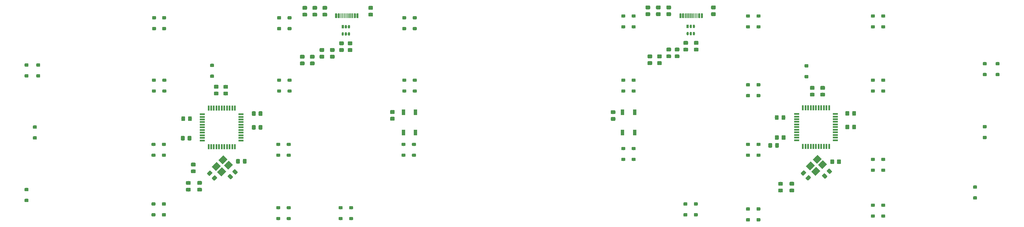
<source format=gbp>
G04 #@! TF.GenerationSoftware,KiCad,Pcbnew,(5.1.4-0-10_14)*
G04 #@! TF.CreationDate,2020-08-09T17:16:06-05:00*
G04 #@! TF.ProjectId,Dori,446f7269-2e6b-4696-9361-645f70636258,rev?*
G04 #@! TF.SameCoordinates,Original*
G04 #@! TF.FileFunction,Paste,Bot*
G04 #@! TF.FilePolarity,Positive*
%FSLAX46Y46*%
G04 Gerber Fmt 4.6, Leading zero omitted, Abs format (unit mm)*
G04 Created by KiCad (PCBNEW (5.1.4-0-10_14)) date 2020-08-09 17:16:06*
%MOMM*%
%LPD*%
G04 APERTURE LIST*
%ADD10C,0.100000*%
%ADD11C,1.150000*%
%ADD12C,1.000000*%
%ADD13C,1.800000*%
%ADD14R,1.500000X0.500000*%
%ADD15R,0.500000X1.500000*%
%ADD16C,0.650000*%
%ADD17R,0.650000X1.060000*%
%ADD18R,1.100000X1.800000*%
%ADD19C,0.600000*%
%ADD20C,0.300000*%
G04 APERTURE END LIST*
D10*
G36*
X333387676Y-97077980D02*
G01*
X333411944Y-97081580D01*
X333435743Y-97087541D01*
X333458842Y-97095806D01*
X333481021Y-97106296D01*
X333502064Y-97118908D01*
X333521770Y-97133523D01*
X333539948Y-97149999D01*
X333999569Y-97609620D01*
X334016045Y-97627798D01*
X334030660Y-97647504D01*
X334043272Y-97668547D01*
X334053762Y-97690726D01*
X334062027Y-97713825D01*
X334067988Y-97737624D01*
X334071588Y-97761892D01*
X334072792Y-97786396D01*
X334071588Y-97810900D01*
X334067988Y-97835168D01*
X334062027Y-97858967D01*
X334053762Y-97882066D01*
X334043272Y-97904245D01*
X334030660Y-97925288D01*
X334016045Y-97944994D01*
X333999569Y-97963172D01*
X333363172Y-98599569D01*
X333344994Y-98616045D01*
X333325288Y-98630660D01*
X333304245Y-98643272D01*
X333282066Y-98653762D01*
X333258967Y-98662027D01*
X333235168Y-98667988D01*
X333210900Y-98671588D01*
X333186396Y-98672792D01*
X333161892Y-98671588D01*
X333137624Y-98667988D01*
X333113825Y-98662027D01*
X333090726Y-98653762D01*
X333068547Y-98643272D01*
X333047504Y-98630660D01*
X333027798Y-98616045D01*
X333009620Y-98599569D01*
X332549999Y-98139948D01*
X332533523Y-98121770D01*
X332518908Y-98102064D01*
X332506296Y-98081021D01*
X332495806Y-98058842D01*
X332487541Y-98035743D01*
X332481580Y-98011944D01*
X332477980Y-97987676D01*
X332476776Y-97963172D01*
X332477980Y-97938668D01*
X332481580Y-97914400D01*
X332487541Y-97890601D01*
X332495806Y-97867502D01*
X332506296Y-97845323D01*
X332518908Y-97824280D01*
X332533523Y-97804574D01*
X332549999Y-97786396D01*
X333186396Y-97149999D01*
X333204574Y-97133523D01*
X333224280Y-97118908D01*
X333245323Y-97106296D01*
X333267502Y-97095806D01*
X333290601Y-97087541D01*
X333314400Y-97081580D01*
X333338668Y-97077980D01*
X333363172Y-97076776D01*
X333387676Y-97077980D01*
X333387676Y-97077980D01*
G37*
D11*
X333274784Y-97874784D03*
D10*
G36*
X331938108Y-95628412D02*
G01*
X331962376Y-95632012D01*
X331986175Y-95637973D01*
X332009274Y-95646238D01*
X332031453Y-95656728D01*
X332052496Y-95669340D01*
X332072202Y-95683955D01*
X332090380Y-95700431D01*
X332550001Y-96160052D01*
X332566477Y-96178230D01*
X332581092Y-96197936D01*
X332593704Y-96218979D01*
X332604194Y-96241158D01*
X332612459Y-96264257D01*
X332618420Y-96288056D01*
X332622020Y-96312324D01*
X332623224Y-96336828D01*
X332622020Y-96361332D01*
X332618420Y-96385600D01*
X332612459Y-96409399D01*
X332604194Y-96432498D01*
X332593704Y-96454677D01*
X332581092Y-96475720D01*
X332566477Y-96495426D01*
X332550001Y-96513604D01*
X331913604Y-97150001D01*
X331895426Y-97166477D01*
X331875720Y-97181092D01*
X331854677Y-97193704D01*
X331832498Y-97204194D01*
X331809399Y-97212459D01*
X331785600Y-97218420D01*
X331761332Y-97222020D01*
X331736828Y-97223224D01*
X331712324Y-97222020D01*
X331688056Y-97218420D01*
X331664257Y-97212459D01*
X331641158Y-97204194D01*
X331618979Y-97193704D01*
X331597936Y-97181092D01*
X331578230Y-97166477D01*
X331560052Y-97150001D01*
X331100431Y-96690380D01*
X331083955Y-96672202D01*
X331069340Y-96652496D01*
X331056728Y-96631453D01*
X331046238Y-96609274D01*
X331037973Y-96586175D01*
X331032012Y-96562376D01*
X331028412Y-96538108D01*
X331027208Y-96513604D01*
X331028412Y-96489100D01*
X331032012Y-96464832D01*
X331037973Y-96441033D01*
X331046238Y-96417934D01*
X331056728Y-96395755D01*
X331069340Y-96374712D01*
X331083955Y-96355006D01*
X331100431Y-96336828D01*
X331736828Y-95700431D01*
X331755006Y-95683955D01*
X331774712Y-95669340D01*
X331795755Y-95656728D01*
X331817934Y-95646238D01*
X331841033Y-95637973D01*
X331864832Y-95632012D01*
X331889100Y-95628412D01*
X331913604Y-95627208D01*
X331938108Y-95628412D01*
X331938108Y-95628412D01*
G37*
D11*
X331825216Y-96425216D03*
D10*
G36*
X166974505Y-77601204D02*
G01*
X166998773Y-77604804D01*
X167022572Y-77610765D01*
X167045671Y-77619030D01*
X167067850Y-77629520D01*
X167088893Y-77642132D01*
X167108599Y-77656747D01*
X167126777Y-77673223D01*
X167143253Y-77691401D01*
X167157868Y-77711107D01*
X167170480Y-77732150D01*
X167180970Y-77754329D01*
X167189235Y-77777428D01*
X167195196Y-77801227D01*
X167198796Y-77825495D01*
X167200000Y-77849999D01*
X167200000Y-78750001D01*
X167198796Y-78774505D01*
X167195196Y-78798773D01*
X167189235Y-78822572D01*
X167180970Y-78845671D01*
X167170480Y-78867850D01*
X167157868Y-78888893D01*
X167143253Y-78908599D01*
X167126777Y-78926777D01*
X167108599Y-78943253D01*
X167088893Y-78957868D01*
X167067850Y-78970480D01*
X167045671Y-78980970D01*
X167022572Y-78989235D01*
X166998773Y-78995196D01*
X166974505Y-78998796D01*
X166950001Y-79000000D01*
X166299999Y-79000000D01*
X166275495Y-78998796D01*
X166251227Y-78995196D01*
X166227428Y-78989235D01*
X166204329Y-78980970D01*
X166182150Y-78970480D01*
X166161107Y-78957868D01*
X166141401Y-78943253D01*
X166123223Y-78926777D01*
X166106747Y-78908599D01*
X166092132Y-78888893D01*
X166079520Y-78867850D01*
X166069030Y-78845671D01*
X166060765Y-78822572D01*
X166054804Y-78798773D01*
X166051204Y-78774505D01*
X166050000Y-78750001D01*
X166050000Y-77849999D01*
X166051204Y-77825495D01*
X166054804Y-77801227D01*
X166060765Y-77777428D01*
X166069030Y-77754329D01*
X166079520Y-77732150D01*
X166092132Y-77711107D01*
X166106747Y-77691401D01*
X166123223Y-77673223D01*
X166141401Y-77656747D01*
X166161107Y-77642132D01*
X166182150Y-77629520D01*
X166204329Y-77619030D01*
X166227428Y-77610765D01*
X166251227Y-77604804D01*
X166275495Y-77601204D01*
X166299999Y-77600000D01*
X166950001Y-77600000D01*
X166974505Y-77601204D01*
X166974505Y-77601204D01*
G37*
D11*
X166625000Y-78300000D03*
D10*
G36*
X164924505Y-77601204D02*
G01*
X164948773Y-77604804D01*
X164972572Y-77610765D01*
X164995671Y-77619030D01*
X165017850Y-77629520D01*
X165038893Y-77642132D01*
X165058599Y-77656747D01*
X165076777Y-77673223D01*
X165093253Y-77691401D01*
X165107868Y-77711107D01*
X165120480Y-77732150D01*
X165130970Y-77754329D01*
X165139235Y-77777428D01*
X165145196Y-77801227D01*
X165148796Y-77825495D01*
X165150000Y-77849999D01*
X165150000Y-78750001D01*
X165148796Y-78774505D01*
X165145196Y-78798773D01*
X165139235Y-78822572D01*
X165130970Y-78845671D01*
X165120480Y-78867850D01*
X165107868Y-78888893D01*
X165093253Y-78908599D01*
X165076777Y-78926777D01*
X165058599Y-78943253D01*
X165038893Y-78957868D01*
X165017850Y-78970480D01*
X164995671Y-78980970D01*
X164972572Y-78989235D01*
X164948773Y-78995196D01*
X164924505Y-78998796D01*
X164900001Y-79000000D01*
X164249999Y-79000000D01*
X164225495Y-78998796D01*
X164201227Y-78995196D01*
X164177428Y-78989235D01*
X164154329Y-78980970D01*
X164132150Y-78970480D01*
X164111107Y-78957868D01*
X164091401Y-78943253D01*
X164073223Y-78926777D01*
X164056747Y-78908599D01*
X164042132Y-78888893D01*
X164029520Y-78867850D01*
X164019030Y-78845671D01*
X164010765Y-78822572D01*
X164004804Y-78798773D01*
X164001204Y-78774505D01*
X164000000Y-78750001D01*
X164000000Y-77849999D01*
X164001204Y-77825495D01*
X164004804Y-77801227D01*
X164010765Y-77777428D01*
X164019030Y-77754329D01*
X164029520Y-77732150D01*
X164042132Y-77711107D01*
X164056747Y-77691401D01*
X164073223Y-77673223D01*
X164091401Y-77656747D01*
X164111107Y-77642132D01*
X164132150Y-77629520D01*
X164154329Y-77619030D01*
X164177428Y-77610765D01*
X164201227Y-77604804D01*
X164225495Y-77601204D01*
X164249999Y-77600000D01*
X164900001Y-77600000D01*
X164924505Y-77601204D01*
X164924505Y-77601204D01*
G37*
D11*
X164575000Y-78300000D03*
D10*
G36*
X304893505Y-47441204D02*
G01*
X304917773Y-47444804D01*
X304941572Y-47450765D01*
X304964671Y-47459030D01*
X304986850Y-47469520D01*
X305007893Y-47482132D01*
X305027599Y-47496747D01*
X305045777Y-47513223D01*
X305062253Y-47531401D01*
X305076868Y-47551107D01*
X305089480Y-47572150D01*
X305099970Y-47594329D01*
X305108235Y-47617428D01*
X305114196Y-47641227D01*
X305117796Y-47665495D01*
X305119000Y-47689999D01*
X305119000Y-48340001D01*
X305117796Y-48364505D01*
X305114196Y-48388773D01*
X305108235Y-48412572D01*
X305099970Y-48435671D01*
X305089480Y-48457850D01*
X305076868Y-48478893D01*
X305062253Y-48498599D01*
X305045777Y-48516777D01*
X305027599Y-48533253D01*
X305007893Y-48547868D01*
X304986850Y-48560480D01*
X304964671Y-48570970D01*
X304941572Y-48579235D01*
X304917773Y-48585196D01*
X304893505Y-48588796D01*
X304869001Y-48590000D01*
X303968999Y-48590000D01*
X303944495Y-48588796D01*
X303920227Y-48585196D01*
X303896428Y-48579235D01*
X303873329Y-48570970D01*
X303851150Y-48560480D01*
X303830107Y-48547868D01*
X303810401Y-48533253D01*
X303792223Y-48516777D01*
X303775747Y-48498599D01*
X303761132Y-48478893D01*
X303748520Y-48457850D01*
X303738030Y-48435671D01*
X303729765Y-48412572D01*
X303723804Y-48388773D01*
X303720204Y-48364505D01*
X303719000Y-48340001D01*
X303719000Y-47689999D01*
X303720204Y-47665495D01*
X303723804Y-47641227D01*
X303729765Y-47617428D01*
X303738030Y-47594329D01*
X303748520Y-47572150D01*
X303761132Y-47551107D01*
X303775747Y-47531401D01*
X303792223Y-47513223D01*
X303810401Y-47496747D01*
X303830107Y-47482132D01*
X303851150Y-47469520D01*
X303873329Y-47459030D01*
X303896428Y-47450765D01*
X303920227Y-47444804D01*
X303944495Y-47441204D01*
X303968999Y-47440000D01*
X304869001Y-47440000D01*
X304893505Y-47441204D01*
X304893505Y-47441204D01*
G37*
D11*
X304419000Y-48015000D03*
D10*
G36*
X304893505Y-45391204D02*
G01*
X304917773Y-45394804D01*
X304941572Y-45400765D01*
X304964671Y-45409030D01*
X304986850Y-45419520D01*
X305007893Y-45432132D01*
X305027599Y-45446747D01*
X305045777Y-45463223D01*
X305062253Y-45481401D01*
X305076868Y-45501107D01*
X305089480Y-45522150D01*
X305099970Y-45544329D01*
X305108235Y-45567428D01*
X305114196Y-45591227D01*
X305117796Y-45615495D01*
X305119000Y-45639999D01*
X305119000Y-46290001D01*
X305117796Y-46314505D01*
X305114196Y-46338773D01*
X305108235Y-46362572D01*
X305099970Y-46385671D01*
X305089480Y-46407850D01*
X305076868Y-46428893D01*
X305062253Y-46448599D01*
X305045777Y-46466777D01*
X305027599Y-46483253D01*
X305007893Y-46497868D01*
X304986850Y-46510480D01*
X304964671Y-46520970D01*
X304941572Y-46529235D01*
X304917773Y-46535196D01*
X304893505Y-46538796D01*
X304869001Y-46540000D01*
X303968999Y-46540000D01*
X303944495Y-46538796D01*
X303920227Y-46535196D01*
X303896428Y-46529235D01*
X303873329Y-46520970D01*
X303851150Y-46510480D01*
X303830107Y-46497868D01*
X303810401Y-46483253D01*
X303792223Y-46466777D01*
X303775747Y-46448599D01*
X303761132Y-46428893D01*
X303748520Y-46407850D01*
X303738030Y-46385671D01*
X303729765Y-46362572D01*
X303723804Y-46338773D01*
X303720204Y-46314505D01*
X303719000Y-46290001D01*
X303719000Y-45639999D01*
X303720204Y-45615495D01*
X303723804Y-45591227D01*
X303729765Y-45567428D01*
X303738030Y-45544329D01*
X303748520Y-45522150D01*
X303761132Y-45501107D01*
X303775747Y-45481401D01*
X303792223Y-45463223D01*
X303810401Y-45446747D01*
X303830107Y-45432132D01*
X303851150Y-45419520D01*
X303873329Y-45409030D01*
X303896428Y-45400765D01*
X303920227Y-45394804D01*
X303944495Y-45391204D01*
X303968999Y-45390000D01*
X304869001Y-45390000D01*
X304893505Y-45391204D01*
X304893505Y-45391204D01*
G37*
D11*
X304419000Y-45965000D03*
D10*
G36*
X291304505Y-58218204D02*
G01*
X291328773Y-58221804D01*
X291352572Y-58227765D01*
X291375671Y-58236030D01*
X291397850Y-58246520D01*
X291418893Y-58259132D01*
X291438599Y-58273747D01*
X291456777Y-58290223D01*
X291473253Y-58308401D01*
X291487868Y-58328107D01*
X291500480Y-58349150D01*
X291510970Y-58371329D01*
X291519235Y-58394428D01*
X291525196Y-58418227D01*
X291528796Y-58442495D01*
X291530000Y-58466999D01*
X291530000Y-59117001D01*
X291528796Y-59141505D01*
X291525196Y-59165773D01*
X291519235Y-59189572D01*
X291510970Y-59212671D01*
X291500480Y-59234850D01*
X291487868Y-59255893D01*
X291473253Y-59275599D01*
X291456777Y-59293777D01*
X291438599Y-59310253D01*
X291418893Y-59324868D01*
X291397850Y-59337480D01*
X291375671Y-59347970D01*
X291352572Y-59356235D01*
X291328773Y-59362196D01*
X291304505Y-59365796D01*
X291280001Y-59367000D01*
X290379999Y-59367000D01*
X290355495Y-59365796D01*
X290331227Y-59362196D01*
X290307428Y-59356235D01*
X290284329Y-59347970D01*
X290262150Y-59337480D01*
X290241107Y-59324868D01*
X290221401Y-59310253D01*
X290203223Y-59293777D01*
X290186747Y-59275599D01*
X290172132Y-59255893D01*
X290159520Y-59234850D01*
X290149030Y-59212671D01*
X290140765Y-59189572D01*
X290134804Y-59165773D01*
X290131204Y-59141505D01*
X290130000Y-59117001D01*
X290130000Y-58466999D01*
X290131204Y-58442495D01*
X290134804Y-58418227D01*
X290140765Y-58394428D01*
X290149030Y-58371329D01*
X290159520Y-58349150D01*
X290172132Y-58328107D01*
X290186747Y-58308401D01*
X290203223Y-58290223D01*
X290221401Y-58273747D01*
X290241107Y-58259132D01*
X290262150Y-58246520D01*
X290284329Y-58236030D01*
X290307428Y-58227765D01*
X290331227Y-58221804D01*
X290355495Y-58218204D01*
X290379999Y-58217000D01*
X291280001Y-58217000D01*
X291304505Y-58218204D01*
X291304505Y-58218204D01*
G37*
D11*
X290830000Y-58792000D03*
D10*
G36*
X291304505Y-60268204D02*
G01*
X291328773Y-60271804D01*
X291352572Y-60277765D01*
X291375671Y-60286030D01*
X291397850Y-60296520D01*
X291418893Y-60309132D01*
X291438599Y-60323747D01*
X291456777Y-60340223D01*
X291473253Y-60358401D01*
X291487868Y-60378107D01*
X291500480Y-60399150D01*
X291510970Y-60421329D01*
X291519235Y-60444428D01*
X291525196Y-60468227D01*
X291528796Y-60492495D01*
X291530000Y-60516999D01*
X291530000Y-61167001D01*
X291528796Y-61191505D01*
X291525196Y-61215773D01*
X291519235Y-61239572D01*
X291510970Y-61262671D01*
X291500480Y-61284850D01*
X291487868Y-61305893D01*
X291473253Y-61325599D01*
X291456777Y-61343777D01*
X291438599Y-61360253D01*
X291418893Y-61374868D01*
X291397850Y-61387480D01*
X291375671Y-61397970D01*
X291352572Y-61406235D01*
X291328773Y-61412196D01*
X291304505Y-61415796D01*
X291280001Y-61417000D01*
X290379999Y-61417000D01*
X290355495Y-61415796D01*
X290331227Y-61412196D01*
X290307428Y-61406235D01*
X290284329Y-61397970D01*
X290262150Y-61387480D01*
X290241107Y-61374868D01*
X290221401Y-61360253D01*
X290203223Y-61343777D01*
X290186747Y-61325599D01*
X290172132Y-61305893D01*
X290159520Y-61284850D01*
X290149030Y-61262671D01*
X290140765Y-61239572D01*
X290134804Y-61215773D01*
X290131204Y-61191505D01*
X290130000Y-61167001D01*
X290130000Y-60516999D01*
X290131204Y-60492495D01*
X290134804Y-60468227D01*
X290140765Y-60444428D01*
X290149030Y-60421329D01*
X290159520Y-60399150D01*
X290172132Y-60378107D01*
X290186747Y-60358401D01*
X290203223Y-60340223D01*
X290221401Y-60323747D01*
X290241107Y-60309132D01*
X290262150Y-60296520D01*
X290284329Y-60286030D01*
X290307428Y-60277765D01*
X290331227Y-60271804D01*
X290355495Y-60268204D01*
X290379999Y-60267000D01*
X291280001Y-60267000D01*
X291304505Y-60268204D01*
X291304505Y-60268204D01*
G37*
D11*
X290830000Y-60842000D03*
D10*
G36*
X185767505Y-58345204D02*
G01*
X185791773Y-58348804D01*
X185815572Y-58354765D01*
X185838671Y-58363030D01*
X185860850Y-58373520D01*
X185881893Y-58386132D01*
X185901599Y-58400747D01*
X185919777Y-58417223D01*
X185936253Y-58435401D01*
X185950868Y-58455107D01*
X185963480Y-58476150D01*
X185973970Y-58498329D01*
X185982235Y-58521428D01*
X185988196Y-58545227D01*
X185991796Y-58569495D01*
X185993000Y-58593999D01*
X185993000Y-59244001D01*
X185991796Y-59268505D01*
X185988196Y-59292773D01*
X185982235Y-59316572D01*
X185973970Y-59339671D01*
X185963480Y-59361850D01*
X185950868Y-59382893D01*
X185936253Y-59402599D01*
X185919777Y-59420777D01*
X185901599Y-59437253D01*
X185881893Y-59451868D01*
X185860850Y-59464480D01*
X185838671Y-59474970D01*
X185815572Y-59483235D01*
X185791773Y-59489196D01*
X185767505Y-59492796D01*
X185743001Y-59494000D01*
X184842999Y-59494000D01*
X184818495Y-59492796D01*
X184794227Y-59489196D01*
X184770428Y-59483235D01*
X184747329Y-59474970D01*
X184725150Y-59464480D01*
X184704107Y-59451868D01*
X184684401Y-59437253D01*
X184666223Y-59420777D01*
X184649747Y-59402599D01*
X184635132Y-59382893D01*
X184622520Y-59361850D01*
X184612030Y-59339671D01*
X184603765Y-59316572D01*
X184597804Y-59292773D01*
X184594204Y-59268505D01*
X184593000Y-59244001D01*
X184593000Y-58593999D01*
X184594204Y-58569495D01*
X184597804Y-58545227D01*
X184603765Y-58521428D01*
X184612030Y-58498329D01*
X184622520Y-58476150D01*
X184635132Y-58455107D01*
X184649747Y-58435401D01*
X184666223Y-58417223D01*
X184684401Y-58400747D01*
X184704107Y-58386132D01*
X184725150Y-58373520D01*
X184747329Y-58363030D01*
X184770428Y-58354765D01*
X184794227Y-58348804D01*
X184818495Y-58345204D01*
X184842999Y-58344000D01*
X185743001Y-58344000D01*
X185767505Y-58345204D01*
X185767505Y-58345204D01*
G37*
D11*
X185293000Y-58919000D03*
D10*
G36*
X185767505Y-60395204D02*
G01*
X185791773Y-60398804D01*
X185815572Y-60404765D01*
X185838671Y-60413030D01*
X185860850Y-60423520D01*
X185881893Y-60436132D01*
X185901599Y-60450747D01*
X185919777Y-60467223D01*
X185936253Y-60485401D01*
X185950868Y-60505107D01*
X185963480Y-60526150D01*
X185973970Y-60548329D01*
X185982235Y-60571428D01*
X185988196Y-60595227D01*
X185991796Y-60619495D01*
X185993000Y-60643999D01*
X185993000Y-61294001D01*
X185991796Y-61318505D01*
X185988196Y-61342773D01*
X185982235Y-61366572D01*
X185973970Y-61389671D01*
X185963480Y-61411850D01*
X185950868Y-61432893D01*
X185936253Y-61452599D01*
X185919777Y-61470777D01*
X185901599Y-61487253D01*
X185881893Y-61501868D01*
X185860850Y-61514480D01*
X185838671Y-61524970D01*
X185815572Y-61533235D01*
X185791773Y-61539196D01*
X185767505Y-61542796D01*
X185743001Y-61544000D01*
X184842999Y-61544000D01*
X184818495Y-61542796D01*
X184794227Y-61539196D01*
X184770428Y-61533235D01*
X184747329Y-61524970D01*
X184725150Y-61514480D01*
X184704107Y-61501868D01*
X184684401Y-61487253D01*
X184666223Y-61470777D01*
X184649747Y-61452599D01*
X184635132Y-61432893D01*
X184622520Y-61411850D01*
X184612030Y-61389671D01*
X184603765Y-61366572D01*
X184597804Y-61342773D01*
X184594204Y-61318505D01*
X184593000Y-61294001D01*
X184593000Y-60643999D01*
X184594204Y-60619495D01*
X184597804Y-60595227D01*
X184603765Y-60571428D01*
X184612030Y-60548329D01*
X184622520Y-60526150D01*
X184635132Y-60505107D01*
X184649747Y-60485401D01*
X184666223Y-60467223D01*
X184684401Y-60450747D01*
X184704107Y-60436132D01*
X184725150Y-60423520D01*
X184747329Y-60413030D01*
X184770428Y-60404765D01*
X184794227Y-60398804D01*
X184818495Y-60395204D01*
X184842999Y-60394000D01*
X185743001Y-60394000D01*
X185767505Y-60395204D01*
X185767505Y-60395204D01*
G37*
D11*
X185293000Y-60969000D03*
D10*
G36*
X288129505Y-45391204D02*
G01*
X288153773Y-45394804D01*
X288177572Y-45400765D01*
X288200671Y-45409030D01*
X288222850Y-45419520D01*
X288243893Y-45432132D01*
X288263599Y-45446747D01*
X288281777Y-45463223D01*
X288298253Y-45481401D01*
X288312868Y-45501107D01*
X288325480Y-45522150D01*
X288335970Y-45544329D01*
X288344235Y-45567428D01*
X288350196Y-45591227D01*
X288353796Y-45615495D01*
X288355000Y-45639999D01*
X288355000Y-46290001D01*
X288353796Y-46314505D01*
X288350196Y-46338773D01*
X288344235Y-46362572D01*
X288335970Y-46385671D01*
X288325480Y-46407850D01*
X288312868Y-46428893D01*
X288298253Y-46448599D01*
X288281777Y-46466777D01*
X288263599Y-46483253D01*
X288243893Y-46497868D01*
X288222850Y-46510480D01*
X288200671Y-46520970D01*
X288177572Y-46529235D01*
X288153773Y-46535196D01*
X288129505Y-46538796D01*
X288105001Y-46540000D01*
X287204999Y-46540000D01*
X287180495Y-46538796D01*
X287156227Y-46535196D01*
X287132428Y-46529235D01*
X287109329Y-46520970D01*
X287087150Y-46510480D01*
X287066107Y-46497868D01*
X287046401Y-46483253D01*
X287028223Y-46466777D01*
X287011747Y-46448599D01*
X286997132Y-46428893D01*
X286984520Y-46407850D01*
X286974030Y-46385671D01*
X286965765Y-46362572D01*
X286959804Y-46338773D01*
X286956204Y-46314505D01*
X286955000Y-46290001D01*
X286955000Y-45639999D01*
X286956204Y-45615495D01*
X286959804Y-45591227D01*
X286965765Y-45567428D01*
X286974030Y-45544329D01*
X286984520Y-45522150D01*
X286997132Y-45501107D01*
X287011747Y-45481401D01*
X287028223Y-45463223D01*
X287046401Y-45446747D01*
X287066107Y-45432132D01*
X287087150Y-45419520D01*
X287109329Y-45409030D01*
X287132428Y-45400765D01*
X287156227Y-45394804D01*
X287180495Y-45391204D01*
X287204999Y-45390000D01*
X288105001Y-45390000D01*
X288129505Y-45391204D01*
X288129505Y-45391204D01*
G37*
D11*
X287655000Y-45965000D03*
D10*
G36*
X288129505Y-47441204D02*
G01*
X288153773Y-47444804D01*
X288177572Y-47450765D01*
X288200671Y-47459030D01*
X288222850Y-47469520D01*
X288243893Y-47482132D01*
X288263599Y-47496747D01*
X288281777Y-47513223D01*
X288298253Y-47531401D01*
X288312868Y-47551107D01*
X288325480Y-47572150D01*
X288335970Y-47594329D01*
X288344235Y-47617428D01*
X288350196Y-47641227D01*
X288353796Y-47665495D01*
X288355000Y-47689999D01*
X288355000Y-48340001D01*
X288353796Y-48364505D01*
X288350196Y-48388773D01*
X288344235Y-48412572D01*
X288335970Y-48435671D01*
X288325480Y-48457850D01*
X288312868Y-48478893D01*
X288298253Y-48498599D01*
X288281777Y-48516777D01*
X288263599Y-48533253D01*
X288243893Y-48547868D01*
X288222850Y-48560480D01*
X288200671Y-48570970D01*
X288177572Y-48579235D01*
X288153773Y-48585196D01*
X288129505Y-48588796D01*
X288105001Y-48590000D01*
X287204999Y-48590000D01*
X287180495Y-48588796D01*
X287156227Y-48585196D01*
X287132428Y-48579235D01*
X287109329Y-48570970D01*
X287087150Y-48560480D01*
X287066107Y-48547868D01*
X287046401Y-48533253D01*
X287028223Y-48516777D01*
X287011747Y-48498599D01*
X286997132Y-48478893D01*
X286984520Y-48457850D01*
X286974030Y-48435671D01*
X286965765Y-48412572D01*
X286959804Y-48388773D01*
X286956204Y-48364505D01*
X286955000Y-48340001D01*
X286955000Y-47689999D01*
X286956204Y-47665495D01*
X286959804Y-47641227D01*
X286965765Y-47617428D01*
X286974030Y-47594329D01*
X286984520Y-47572150D01*
X286997132Y-47551107D01*
X287011747Y-47531401D01*
X287028223Y-47513223D01*
X287046401Y-47496747D01*
X287066107Y-47482132D01*
X287087150Y-47469520D01*
X287109329Y-47459030D01*
X287132428Y-47450765D01*
X287156227Y-47444804D01*
X287180495Y-47441204D01*
X287204999Y-47440000D01*
X288105001Y-47440000D01*
X288129505Y-47441204D01*
X288129505Y-47441204D01*
G37*
D11*
X287655000Y-48015000D03*
D10*
G36*
X183608505Y-45518204D02*
G01*
X183632773Y-45521804D01*
X183656572Y-45527765D01*
X183679671Y-45536030D01*
X183701850Y-45546520D01*
X183722893Y-45559132D01*
X183742599Y-45573747D01*
X183760777Y-45590223D01*
X183777253Y-45608401D01*
X183791868Y-45628107D01*
X183804480Y-45649150D01*
X183814970Y-45671329D01*
X183823235Y-45694428D01*
X183829196Y-45718227D01*
X183832796Y-45742495D01*
X183834000Y-45766999D01*
X183834000Y-46417001D01*
X183832796Y-46441505D01*
X183829196Y-46465773D01*
X183823235Y-46489572D01*
X183814970Y-46512671D01*
X183804480Y-46534850D01*
X183791868Y-46555893D01*
X183777253Y-46575599D01*
X183760777Y-46593777D01*
X183742599Y-46610253D01*
X183722893Y-46624868D01*
X183701850Y-46637480D01*
X183679671Y-46647970D01*
X183656572Y-46656235D01*
X183632773Y-46662196D01*
X183608505Y-46665796D01*
X183584001Y-46667000D01*
X182683999Y-46667000D01*
X182659495Y-46665796D01*
X182635227Y-46662196D01*
X182611428Y-46656235D01*
X182588329Y-46647970D01*
X182566150Y-46637480D01*
X182545107Y-46624868D01*
X182525401Y-46610253D01*
X182507223Y-46593777D01*
X182490747Y-46575599D01*
X182476132Y-46555893D01*
X182463520Y-46534850D01*
X182453030Y-46512671D01*
X182444765Y-46489572D01*
X182438804Y-46465773D01*
X182435204Y-46441505D01*
X182434000Y-46417001D01*
X182434000Y-45766999D01*
X182435204Y-45742495D01*
X182438804Y-45718227D01*
X182444765Y-45694428D01*
X182453030Y-45671329D01*
X182463520Y-45649150D01*
X182476132Y-45628107D01*
X182490747Y-45608401D01*
X182507223Y-45590223D01*
X182525401Y-45573747D01*
X182545107Y-45559132D01*
X182566150Y-45546520D01*
X182588329Y-45536030D01*
X182611428Y-45527765D01*
X182635227Y-45521804D01*
X182659495Y-45518204D01*
X182683999Y-45517000D01*
X183584001Y-45517000D01*
X183608505Y-45518204D01*
X183608505Y-45518204D01*
G37*
D11*
X183134000Y-46092000D03*
D10*
G36*
X183608505Y-47568204D02*
G01*
X183632773Y-47571804D01*
X183656572Y-47577765D01*
X183679671Y-47586030D01*
X183701850Y-47596520D01*
X183722893Y-47609132D01*
X183742599Y-47623747D01*
X183760777Y-47640223D01*
X183777253Y-47658401D01*
X183791868Y-47678107D01*
X183804480Y-47699150D01*
X183814970Y-47721329D01*
X183823235Y-47744428D01*
X183829196Y-47768227D01*
X183832796Y-47792495D01*
X183834000Y-47816999D01*
X183834000Y-48467001D01*
X183832796Y-48491505D01*
X183829196Y-48515773D01*
X183823235Y-48539572D01*
X183814970Y-48562671D01*
X183804480Y-48584850D01*
X183791868Y-48605893D01*
X183777253Y-48625599D01*
X183760777Y-48643777D01*
X183742599Y-48660253D01*
X183722893Y-48674868D01*
X183701850Y-48687480D01*
X183679671Y-48697970D01*
X183656572Y-48706235D01*
X183632773Y-48712196D01*
X183608505Y-48715796D01*
X183584001Y-48717000D01*
X182683999Y-48717000D01*
X182659495Y-48715796D01*
X182635227Y-48712196D01*
X182611428Y-48706235D01*
X182588329Y-48697970D01*
X182566150Y-48687480D01*
X182545107Y-48674868D01*
X182525401Y-48660253D01*
X182507223Y-48643777D01*
X182490747Y-48625599D01*
X182476132Y-48605893D01*
X182463520Y-48584850D01*
X182453030Y-48562671D01*
X182444765Y-48539572D01*
X182438804Y-48515773D01*
X182435204Y-48491505D01*
X182434000Y-48467001D01*
X182434000Y-47816999D01*
X182435204Y-47792495D01*
X182438804Y-47768227D01*
X182444765Y-47744428D01*
X182453030Y-47721329D01*
X182463520Y-47699150D01*
X182476132Y-47678107D01*
X182490747Y-47658401D01*
X182507223Y-47640223D01*
X182525401Y-47623747D01*
X182545107Y-47609132D01*
X182566150Y-47596520D01*
X182588329Y-47586030D01*
X182611428Y-47577765D01*
X182635227Y-47571804D01*
X182659495Y-47568204D01*
X182683999Y-47567000D01*
X183584001Y-47567000D01*
X183608505Y-47568204D01*
X183608505Y-47568204D01*
G37*
D11*
X183134000Y-48142000D03*
D10*
G36*
X293844505Y-60268204D02*
G01*
X293868773Y-60271804D01*
X293892572Y-60277765D01*
X293915671Y-60286030D01*
X293937850Y-60296520D01*
X293958893Y-60309132D01*
X293978599Y-60323747D01*
X293996777Y-60340223D01*
X294013253Y-60358401D01*
X294027868Y-60378107D01*
X294040480Y-60399150D01*
X294050970Y-60421329D01*
X294059235Y-60444428D01*
X294065196Y-60468227D01*
X294068796Y-60492495D01*
X294070000Y-60516999D01*
X294070000Y-61167001D01*
X294068796Y-61191505D01*
X294065196Y-61215773D01*
X294059235Y-61239572D01*
X294050970Y-61262671D01*
X294040480Y-61284850D01*
X294027868Y-61305893D01*
X294013253Y-61325599D01*
X293996777Y-61343777D01*
X293978599Y-61360253D01*
X293958893Y-61374868D01*
X293937850Y-61387480D01*
X293915671Y-61397970D01*
X293892572Y-61406235D01*
X293868773Y-61412196D01*
X293844505Y-61415796D01*
X293820001Y-61417000D01*
X292919999Y-61417000D01*
X292895495Y-61415796D01*
X292871227Y-61412196D01*
X292847428Y-61406235D01*
X292824329Y-61397970D01*
X292802150Y-61387480D01*
X292781107Y-61374868D01*
X292761401Y-61360253D01*
X292743223Y-61343777D01*
X292726747Y-61325599D01*
X292712132Y-61305893D01*
X292699520Y-61284850D01*
X292689030Y-61262671D01*
X292680765Y-61239572D01*
X292674804Y-61215773D01*
X292671204Y-61191505D01*
X292670000Y-61167001D01*
X292670000Y-60516999D01*
X292671204Y-60492495D01*
X292674804Y-60468227D01*
X292680765Y-60444428D01*
X292689030Y-60421329D01*
X292699520Y-60399150D01*
X292712132Y-60378107D01*
X292726747Y-60358401D01*
X292743223Y-60340223D01*
X292761401Y-60323747D01*
X292781107Y-60309132D01*
X292802150Y-60296520D01*
X292824329Y-60286030D01*
X292847428Y-60277765D01*
X292871227Y-60271804D01*
X292895495Y-60268204D01*
X292919999Y-60267000D01*
X293820001Y-60267000D01*
X293844505Y-60268204D01*
X293844505Y-60268204D01*
G37*
D11*
X293370000Y-60842000D03*
D10*
G36*
X293844505Y-58218204D02*
G01*
X293868773Y-58221804D01*
X293892572Y-58227765D01*
X293915671Y-58236030D01*
X293937850Y-58246520D01*
X293958893Y-58259132D01*
X293978599Y-58273747D01*
X293996777Y-58290223D01*
X294013253Y-58308401D01*
X294027868Y-58328107D01*
X294040480Y-58349150D01*
X294050970Y-58371329D01*
X294059235Y-58394428D01*
X294065196Y-58418227D01*
X294068796Y-58442495D01*
X294070000Y-58466999D01*
X294070000Y-59117001D01*
X294068796Y-59141505D01*
X294065196Y-59165773D01*
X294059235Y-59189572D01*
X294050970Y-59212671D01*
X294040480Y-59234850D01*
X294027868Y-59255893D01*
X294013253Y-59275599D01*
X293996777Y-59293777D01*
X293978599Y-59310253D01*
X293958893Y-59324868D01*
X293937850Y-59337480D01*
X293915671Y-59347970D01*
X293892572Y-59356235D01*
X293868773Y-59362196D01*
X293844505Y-59365796D01*
X293820001Y-59367000D01*
X292919999Y-59367000D01*
X292895495Y-59365796D01*
X292871227Y-59362196D01*
X292847428Y-59356235D01*
X292824329Y-59347970D01*
X292802150Y-59337480D01*
X292781107Y-59324868D01*
X292761401Y-59310253D01*
X292743223Y-59293777D01*
X292726747Y-59275599D01*
X292712132Y-59255893D01*
X292699520Y-59234850D01*
X292689030Y-59212671D01*
X292680765Y-59189572D01*
X292674804Y-59165773D01*
X292671204Y-59141505D01*
X292670000Y-59117001D01*
X292670000Y-58466999D01*
X292671204Y-58442495D01*
X292674804Y-58418227D01*
X292680765Y-58394428D01*
X292689030Y-58371329D01*
X292699520Y-58349150D01*
X292712132Y-58328107D01*
X292726747Y-58308401D01*
X292743223Y-58290223D01*
X292761401Y-58273747D01*
X292781107Y-58259132D01*
X292802150Y-58246520D01*
X292824329Y-58236030D01*
X292847428Y-58227765D01*
X292871227Y-58221804D01*
X292895495Y-58218204D01*
X292919999Y-58217000D01*
X293820001Y-58217000D01*
X293844505Y-58218204D01*
X293844505Y-58218204D01*
G37*
D11*
X293370000Y-58792000D03*
D10*
G36*
X188942505Y-60395204D02*
G01*
X188966773Y-60398804D01*
X188990572Y-60404765D01*
X189013671Y-60413030D01*
X189035850Y-60423520D01*
X189056893Y-60436132D01*
X189076599Y-60450747D01*
X189094777Y-60467223D01*
X189111253Y-60485401D01*
X189125868Y-60505107D01*
X189138480Y-60526150D01*
X189148970Y-60548329D01*
X189157235Y-60571428D01*
X189163196Y-60595227D01*
X189166796Y-60619495D01*
X189168000Y-60643999D01*
X189168000Y-61294001D01*
X189166796Y-61318505D01*
X189163196Y-61342773D01*
X189157235Y-61366572D01*
X189148970Y-61389671D01*
X189138480Y-61411850D01*
X189125868Y-61432893D01*
X189111253Y-61452599D01*
X189094777Y-61470777D01*
X189076599Y-61487253D01*
X189056893Y-61501868D01*
X189035850Y-61514480D01*
X189013671Y-61524970D01*
X188990572Y-61533235D01*
X188966773Y-61539196D01*
X188942505Y-61542796D01*
X188918001Y-61544000D01*
X188017999Y-61544000D01*
X187993495Y-61542796D01*
X187969227Y-61539196D01*
X187945428Y-61533235D01*
X187922329Y-61524970D01*
X187900150Y-61514480D01*
X187879107Y-61501868D01*
X187859401Y-61487253D01*
X187841223Y-61470777D01*
X187824747Y-61452599D01*
X187810132Y-61432893D01*
X187797520Y-61411850D01*
X187787030Y-61389671D01*
X187778765Y-61366572D01*
X187772804Y-61342773D01*
X187769204Y-61318505D01*
X187768000Y-61294001D01*
X187768000Y-60643999D01*
X187769204Y-60619495D01*
X187772804Y-60595227D01*
X187778765Y-60571428D01*
X187787030Y-60548329D01*
X187797520Y-60526150D01*
X187810132Y-60505107D01*
X187824747Y-60485401D01*
X187841223Y-60467223D01*
X187859401Y-60450747D01*
X187879107Y-60436132D01*
X187900150Y-60423520D01*
X187922329Y-60413030D01*
X187945428Y-60404765D01*
X187969227Y-60398804D01*
X187993495Y-60395204D01*
X188017999Y-60394000D01*
X188918001Y-60394000D01*
X188942505Y-60395204D01*
X188942505Y-60395204D01*
G37*
D11*
X188468000Y-60969000D03*
D10*
G36*
X188942505Y-58345204D02*
G01*
X188966773Y-58348804D01*
X188990572Y-58354765D01*
X189013671Y-58363030D01*
X189035850Y-58373520D01*
X189056893Y-58386132D01*
X189076599Y-58400747D01*
X189094777Y-58417223D01*
X189111253Y-58435401D01*
X189125868Y-58455107D01*
X189138480Y-58476150D01*
X189148970Y-58498329D01*
X189157235Y-58521428D01*
X189163196Y-58545227D01*
X189166796Y-58569495D01*
X189168000Y-58593999D01*
X189168000Y-59244001D01*
X189166796Y-59268505D01*
X189163196Y-59292773D01*
X189157235Y-59316572D01*
X189148970Y-59339671D01*
X189138480Y-59361850D01*
X189125868Y-59382893D01*
X189111253Y-59402599D01*
X189094777Y-59420777D01*
X189076599Y-59437253D01*
X189056893Y-59451868D01*
X189035850Y-59464480D01*
X189013671Y-59474970D01*
X188990572Y-59483235D01*
X188966773Y-59489196D01*
X188942505Y-59492796D01*
X188918001Y-59494000D01*
X188017999Y-59494000D01*
X187993495Y-59492796D01*
X187969227Y-59489196D01*
X187945428Y-59483235D01*
X187922329Y-59474970D01*
X187900150Y-59464480D01*
X187879107Y-59451868D01*
X187859401Y-59437253D01*
X187841223Y-59420777D01*
X187824747Y-59402599D01*
X187810132Y-59382893D01*
X187797520Y-59361850D01*
X187787030Y-59339671D01*
X187778765Y-59316572D01*
X187772804Y-59292773D01*
X187769204Y-59268505D01*
X187768000Y-59244001D01*
X187768000Y-58593999D01*
X187769204Y-58569495D01*
X187772804Y-58545227D01*
X187778765Y-58521428D01*
X187787030Y-58498329D01*
X187797520Y-58476150D01*
X187810132Y-58455107D01*
X187824747Y-58435401D01*
X187841223Y-58417223D01*
X187859401Y-58400747D01*
X187879107Y-58386132D01*
X187900150Y-58373520D01*
X187922329Y-58363030D01*
X187945428Y-58354765D01*
X187969227Y-58348804D01*
X187993495Y-58345204D01*
X188017999Y-58344000D01*
X188918001Y-58344000D01*
X188942505Y-58345204D01*
X188942505Y-58345204D01*
G37*
D11*
X188468000Y-58919000D03*
D10*
G36*
X284954505Y-45391204D02*
G01*
X284978773Y-45394804D01*
X285002572Y-45400765D01*
X285025671Y-45409030D01*
X285047850Y-45419520D01*
X285068893Y-45432132D01*
X285088599Y-45446747D01*
X285106777Y-45463223D01*
X285123253Y-45481401D01*
X285137868Y-45501107D01*
X285150480Y-45522150D01*
X285160970Y-45544329D01*
X285169235Y-45567428D01*
X285175196Y-45591227D01*
X285178796Y-45615495D01*
X285180000Y-45639999D01*
X285180000Y-46290001D01*
X285178796Y-46314505D01*
X285175196Y-46338773D01*
X285169235Y-46362572D01*
X285160970Y-46385671D01*
X285150480Y-46407850D01*
X285137868Y-46428893D01*
X285123253Y-46448599D01*
X285106777Y-46466777D01*
X285088599Y-46483253D01*
X285068893Y-46497868D01*
X285047850Y-46510480D01*
X285025671Y-46520970D01*
X285002572Y-46529235D01*
X284978773Y-46535196D01*
X284954505Y-46538796D01*
X284930001Y-46540000D01*
X284029999Y-46540000D01*
X284005495Y-46538796D01*
X283981227Y-46535196D01*
X283957428Y-46529235D01*
X283934329Y-46520970D01*
X283912150Y-46510480D01*
X283891107Y-46497868D01*
X283871401Y-46483253D01*
X283853223Y-46466777D01*
X283836747Y-46448599D01*
X283822132Y-46428893D01*
X283809520Y-46407850D01*
X283799030Y-46385671D01*
X283790765Y-46362572D01*
X283784804Y-46338773D01*
X283781204Y-46314505D01*
X283780000Y-46290001D01*
X283780000Y-45639999D01*
X283781204Y-45615495D01*
X283784804Y-45591227D01*
X283790765Y-45567428D01*
X283799030Y-45544329D01*
X283809520Y-45522150D01*
X283822132Y-45501107D01*
X283836747Y-45481401D01*
X283853223Y-45463223D01*
X283871401Y-45446747D01*
X283891107Y-45432132D01*
X283912150Y-45419520D01*
X283934329Y-45409030D01*
X283957428Y-45400765D01*
X283981227Y-45394804D01*
X284005495Y-45391204D01*
X284029999Y-45390000D01*
X284930001Y-45390000D01*
X284954505Y-45391204D01*
X284954505Y-45391204D01*
G37*
D11*
X284480000Y-45965000D03*
D10*
G36*
X284954505Y-47441204D02*
G01*
X284978773Y-47444804D01*
X285002572Y-47450765D01*
X285025671Y-47459030D01*
X285047850Y-47469520D01*
X285068893Y-47482132D01*
X285088599Y-47496747D01*
X285106777Y-47513223D01*
X285123253Y-47531401D01*
X285137868Y-47551107D01*
X285150480Y-47572150D01*
X285160970Y-47594329D01*
X285169235Y-47617428D01*
X285175196Y-47641227D01*
X285178796Y-47665495D01*
X285180000Y-47689999D01*
X285180000Y-48340001D01*
X285178796Y-48364505D01*
X285175196Y-48388773D01*
X285169235Y-48412572D01*
X285160970Y-48435671D01*
X285150480Y-48457850D01*
X285137868Y-48478893D01*
X285123253Y-48498599D01*
X285106777Y-48516777D01*
X285088599Y-48533253D01*
X285068893Y-48547868D01*
X285047850Y-48560480D01*
X285025671Y-48570970D01*
X285002572Y-48579235D01*
X284978773Y-48585196D01*
X284954505Y-48588796D01*
X284930001Y-48590000D01*
X284029999Y-48590000D01*
X284005495Y-48588796D01*
X283981227Y-48585196D01*
X283957428Y-48579235D01*
X283934329Y-48570970D01*
X283912150Y-48560480D01*
X283891107Y-48547868D01*
X283871401Y-48533253D01*
X283853223Y-48516777D01*
X283836747Y-48498599D01*
X283822132Y-48478893D01*
X283809520Y-48457850D01*
X283799030Y-48435671D01*
X283790765Y-48412572D01*
X283784804Y-48388773D01*
X283781204Y-48364505D01*
X283780000Y-48340001D01*
X283780000Y-47689999D01*
X283781204Y-47665495D01*
X283784804Y-47641227D01*
X283790765Y-47617428D01*
X283799030Y-47594329D01*
X283809520Y-47572150D01*
X283822132Y-47551107D01*
X283836747Y-47531401D01*
X283853223Y-47513223D01*
X283871401Y-47496747D01*
X283891107Y-47482132D01*
X283912150Y-47469520D01*
X283934329Y-47459030D01*
X283957428Y-47450765D01*
X283981227Y-47444804D01*
X284005495Y-47441204D01*
X284029999Y-47440000D01*
X284930001Y-47440000D01*
X284954505Y-47441204D01*
X284954505Y-47441204D01*
G37*
D11*
X284480000Y-48015000D03*
D10*
G36*
X180560505Y-45518204D02*
G01*
X180584773Y-45521804D01*
X180608572Y-45527765D01*
X180631671Y-45536030D01*
X180653850Y-45546520D01*
X180674893Y-45559132D01*
X180694599Y-45573747D01*
X180712777Y-45590223D01*
X180729253Y-45608401D01*
X180743868Y-45628107D01*
X180756480Y-45649150D01*
X180766970Y-45671329D01*
X180775235Y-45694428D01*
X180781196Y-45718227D01*
X180784796Y-45742495D01*
X180786000Y-45766999D01*
X180786000Y-46417001D01*
X180784796Y-46441505D01*
X180781196Y-46465773D01*
X180775235Y-46489572D01*
X180766970Y-46512671D01*
X180756480Y-46534850D01*
X180743868Y-46555893D01*
X180729253Y-46575599D01*
X180712777Y-46593777D01*
X180694599Y-46610253D01*
X180674893Y-46624868D01*
X180653850Y-46637480D01*
X180631671Y-46647970D01*
X180608572Y-46656235D01*
X180584773Y-46662196D01*
X180560505Y-46665796D01*
X180536001Y-46667000D01*
X179635999Y-46667000D01*
X179611495Y-46665796D01*
X179587227Y-46662196D01*
X179563428Y-46656235D01*
X179540329Y-46647970D01*
X179518150Y-46637480D01*
X179497107Y-46624868D01*
X179477401Y-46610253D01*
X179459223Y-46593777D01*
X179442747Y-46575599D01*
X179428132Y-46555893D01*
X179415520Y-46534850D01*
X179405030Y-46512671D01*
X179396765Y-46489572D01*
X179390804Y-46465773D01*
X179387204Y-46441505D01*
X179386000Y-46417001D01*
X179386000Y-45766999D01*
X179387204Y-45742495D01*
X179390804Y-45718227D01*
X179396765Y-45694428D01*
X179405030Y-45671329D01*
X179415520Y-45649150D01*
X179428132Y-45628107D01*
X179442747Y-45608401D01*
X179459223Y-45590223D01*
X179477401Y-45573747D01*
X179497107Y-45559132D01*
X179518150Y-45546520D01*
X179540329Y-45536030D01*
X179563428Y-45527765D01*
X179587227Y-45521804D01*
X179611495Y-45518204D01*
X179635999Y-45517000D01*
X180536001Y-45517000D01*
X180560505Y-45518204D01*
X180560505Y-45518204D01*
G37*
D11*
X180086000Y-46092000D03*
D10*
G36*
X180560505Y-47568204D02*
G01*
X180584773Y-47571804D01*
X180608572Y-47577765D01*
X180631671Y-47586030D01*
X180653850Y-47596520D01*
X180674893Y-47609132D01*
X180694599Y-47623747D01*
X180712777Y-47640223D01*
X180729253Y-47658401D01*
X180743868Y-47678107D01*
X180756480Y-47699150D01*
X180766970Y-47721329D01*
X180775235Y-47744428D01*
X180781196Y-47768227D01*
X180784796Y-47792495D01*
X180786000Y-47816999D01*
X180786000Y-48467001D01*
X180784796Y-48491505D01*
X180781196Y-48515773D01*
X180775235Y-48539572D01*
X180766970Y-48562671D01*
X180756480Y-48584850D01*
X180743868Y-48605893D01*
X180729253Y-48625599D01*
X180712777Y-48643777D01*
X180694599Y-48660253D01*
X180674893Y-48674868D01*
X180653850Y-48687480D01*
X180631671Y-48697970D01*
X180608572Y-48706235D01*
X180584773Y-48712196D01*
X180560505Y-48715796D01*
X180536001Y-48717000D01*
X179635999Y-48717000D01*
X179611495Y-48715796D01*
X179587227Y-48712196D01*
X179563428Y-48706235D01*
X179540329Y-48697970D01*
X179518150Y-48687480D01*
X179497107Y-48674868D01*
X179477401Y-48660253D01*
X179459223Y-48643777D01*
X179442747Y-48625599D01*
X179428132Y-48605893D01*
X179415520Y-48584850D01*
X179405030Y-48562671D01*
X179396765Y-48539572D01*
X179390804Y-48515773D01*
X179387204Y-48491505D01*
X179386000Y-48467001D01*
X179386000Y-47816999D01*
X179387204Y-47792495D01*
X179390804Y-47768227D01*
X179396765Y-47744428D01*
X179405030Y-47721329D01*
X179415520Y-47699150D01*
X179428132Y-47678107D01*
X179442747Y-47658401D01*
X179459223Y-47640223D01*
X179477401Y-47623747D01*
X179497107Y-47609132D01*
X179518150Y-47596520D01*
X179540329Y-47586030D01*
X179563428Y-47577765D01*
X179587227Y-47571804D01*
X179611495Y-47568204D01*
X179635999Y-47567000D01*
X180536001Y-47567000D01*
X180560505Y-47568204D01*
X180560505Y-47568204D01*
G37*
D11*
X180086000Y-48142000D03*
D10*
G36*
X384422504Y-103513204D02*
G01*
X384446773Y-103516804D01*
X384470571Y-103522765D01*
X384493671Y-103531030D01*
X384515849Y-103541520D01*
X384536893Y-103554133D01*
X384556598Y-103568747D01*
X384574777Y-103585223D01*
X384591253Y-103603402D01*
X384605867Y-103623107D01*
X384618480Y-103644151D01*
X384628970Y-103666329D01*
X384637235Y-103689429D01*
X384643196Y-103713227D01*
X384646796Y-103737496D01*
X384648000Y-103762000D01*
X384648000Y-104262000D01*
X384646796Y-104286504D01*
X384643196Y-104310773D01*
X384637235Y-104334571D01*
X384628970Y-104357671D01*
X384618480Y-104379849D01*
X384605867Y-104400893D01*
X384591253Y-104420598D01*
X384574777Y-104438777D01*
X384556598Y-104455253D01*
X384536893Y-104469867D01*
X384515849Y-104482480D01*
X384493671Y-104492970D01*
X384470571Y-104501235D01*
X384446773Y-104507196D01*
X384422504Y-104510796D01*
X384398000Y-104512000D01*
X383698000Y-104512000D01*
X383673496Y-104510796D01*
X383649227Y-104507196D01*
X383625429Y-104501235D01*
X383602329Y-104492970D01*
X383580151Y-104482480D01*
X383559107Y-104469867D01*
X383539402Y-104455253D01*
X383521223Y-104438777D01*
X383504747Y-104420598D01*
X383490133Y-104400893D01*
X383477520Y-104379849D01*
X383467030Y-104357671D01*
X383458765Y-104334571D01*
X383452804Y-104310773D01*
X383449204Y-104286504D01*
X383448000Y-104262000D01*
X383448000Y-103762000D01*
X383449204Y-103737496D01*
X383452804Y-103713227D01*
X383458765Y-103689429D01*
X383467030Y-103666329D01*
X383477520Y-103644151D01*
X383490133Y-103623107D01*
X383504747Y-103603402D01*
X383521223Y-103585223D01*
X383539402Y-103568747D01*
X383559107Y-103554133D01*
X383580151Y-103541520D01*
X383602329Y-103531030D01*
X383625429Y-103522765D01*
X383649227Y-103516804D01*
X383673496Y-103513204D01*
X383698000Y-103512000D01*
X384398000Y-103512000D01*
X384422504Y-103513204D01*
X384422504Y-103513204D01*
G37*
D12*
X384048000Y-104012000D03*
D10*
G36*
X384422504Y-100213204D02*
G01*
X384446773Y-100216804D01*
X384470571Y-100222765D01*
X384493671Y-100231030D01*
X384515849Y-100241520D01*
X384536893Y-100254133D01*
X384556598Y-100268747D01*
X384574777Y-100285223D01*
X384591253Y-100303402D01*
X384605867Y-100323107D01*
X384618480Y-100344151D01*
X384628970Y-100366329D01*
X384637235Y-100389429D01*
X384643196Y-100413227D01*
X384646796Y-100437496D01*
X384648000Y-100462000D01*
X384648000Y-100962000D01*
X384646796Y-100986504D01*
X384643196Y-101010773D01*
X384637235Y-101034571D01*
X384628970Y-101057671D01*
X384618480Y-101079849D01*
X384605867Y-101100893D01*
X384591253Y-101120598D01*
X384574777Y-101138777D01*
X384556598Y-101155253D01*
X384536893Y-101169867D01*
X384515849Y-101182480D01*
X384493671Y-101192970D01*
X384470571Y-101201235D01*
X384446773Y-101207196D01*
X384422504Y-101210796D01*
X384398000Y-101212000D01*
X383698000Y-101212000D01*
X383673496Y-101210796D01*
X383649227Y-101207196D01*
X383625429Y-101201235D01*
X383602329Y-101192970D01*
X383580151Y-101182480D01*
X383559107Y-101169867D01*
X383539402Y-101155253D01*
X383521223Y-101138777D01*
X383504747Y-101120598D01*
X383490133Y-101100893D01*
X383477520Y-101079849D01*
X383467030Y-101057671D01*
X383458765Y-101034571D01*
X383452804Y-101010773D01*
X383449204Y-100986504D01*
X383448000Y-100962000D01*
X383448000Y-100462000D01*
X383449204Y-100437496D01*
X383452804Y-100413227D01*
X383458765Y-100389429D01*
X383467030Y-100366329D01*
X383477520Y-100344151D01*
X383490133Y-100323107D01*
X383504747Y-100303402D01*
X383521223Y-100285223D01*
X383539402Y-100268747D01*
X383559107Y-100254133D01*
X383580151Y-100241520D01*
X383602329Y-100231030D01*
X383625429Y-100222765D01*
X383649227Y-100216804D01*
X383673496Y-100213204D01*
X383698000Y-100212000D01*
X384398000Y-100212000D01*
X384422504Y-100213204D01*
X384422504Y-100213204D01*
G37*
D12*
X384048000Y-100712000D03*
D10*
G36*
X387343504Y-85098204D02*
G01*
X387367773Y-85101804D01*
X387391571Y-85107765D01*
X387414671Y-85116030D01*
X387436849Y-85126520D01*
X387457893Y-85139133D01*
X387477598Y-85153747D01*
X387495777Y-85170223D01*
X387512253Y-85188402D01*
X387526867Y-85208107D01*
X387539480Y-85229151D01*
X387549970Y-85251329D01*
X387558235Y-85274429D01*
X387564196Y-85298227D01*
X387567796Y-85322496D01*
X387569000Y-85347000D01*
X387569000Y-85847000D01*
X387567796Y-85871504D01*
X387564196Y-85895773D01*
X387558235Y-85919571D01*
X387549970Y-85942671D01*
X387539480Y-85964849D01*
X387526867Y-85985893D01*
X387512253Y-86005598D01*
X387495777Y-86023777D01*
X387477598Y-86040253D01*
X387457893Y-86054867D01*
X387436849Y-86067480D01*
X387414671Y-86077970D01*
X387391571Y-86086235D01*
X387367773Y-86092196D01*
X387343504Y-86095796D01*
X387319000Y-86097000D01*
X386619000Y-86097000D01*
X386594496Y-86095796D01*
X386570227Y-86092196D01*
X386546429Y-86086235D01*
X386523329Y-86077970D01*
X386501151Y-86067480D01*
X386480107Y-86054867D01*
X386460402Y-86040253D01*
X386442223Y-86023777D01*
X386425747Y-86005598D01*
X386411133Y-85985893D01*
X386398520Y-85964849D01*
X386388030Y-85942671D01*
X386379765Y-85919571D01*
X386373804Y-85895773D01*
X386370204Y-85871504D01*
X386369000Y-85847000D01*
X386369000Y-85347000D01*
X386370204Y-85322496D01*
X386373804Y-85298227D01*
X386379765Y-85274429D01*
X386388030Y-85251329D01*
X386398520Y-85229151D01*
X386411133Y-85208107D01*
X386425747Y-85188402D01*
X386442223Y-85170223D01*
X386460402Y-85153747D01*
X386480107Y-85139133D01*
X386501151Y-85126520D01*
X386523329Y-85116030D01*
X386546429Y-85107765D01*
X386570227Y-85101804D01*
X386594496Y-85098204D01*
X386619000Y-85097000D01*
X387319000Y-85097000D01*
X387343504Y-85098204D01*
X387343504Y-85098204D01*
G37*
D12*
X386969000Y-85597000D03*
D10*
G36*
X387343504Y-81798204D02*
G01*
X387367773Y-81801804D01*
X387391571Y-81807765D01*
X387414671Y-81816030D01*
X387436849Y-81826520D01*
X387457893Y-81839133D01*
X387477598Y-81853747D01*
X387495777Y-81870223D01*
X387512253Y-81888402D01*
X387526867Y-81908107D01*
X387539480Y-81929151D01*
X387549970Y-81951329D01*
X387558235Y-81974429D01*
X387564196Y-81998227D01*
X387567796Y-82022496D01*
X387569000Y-82047000D01*
X387569000Y-82547000D01*
X387567796Y-82571504D01*
X387564196Y-82595773D01*
X387558235Y-82619571D01*
X387549970Y-82642671D01*
X387539480Y-82664849D01*
X387526867Y-82685893D01*
X387512253Y-82705598D01*
X387495777Y-82723777D01*
X387477598Y-82740253D01*
X387457893Y-82754867D01*
X387436849Y-82767480D01*
X387414671Y-82777970D01*
X387391571Y-82786235D01*
X387367773Y-82792196D01*
X387343504Y-82795796D01*
X387319000Y-82797000D01*
X386619000Y-82797000D01*
X386594496Y-82795796D01*
X386570227Y-82792196D01*
X386546429Y-82786235D01*
X386523329Y-82777970D01*
X386501151Y-82767480D01*
X386480107Y-82754867D01*
X386460402Y-82740253D01*
X386442223Y-82723777D01*
X386425747Y-82705598D01*
X386411133Y-82685893D01*
X386398520Y-82664849D01*
X386388030Y-82642671D01*
X386379765Y-82619571D01*
X386373804Y-82595773D01*
X386370204Y-82571504D01*
X386369000Y-82547000D01*
X386369000Y-82047000D01*
X386370204Y-82022496D01*
X386373804Y-81998227D01*
X386379765Y-81974429D01*
X386388030Y-81951329D01*
X386398520Y-81929151D01*
X386411133Y-81908107D01*
X386425747Y-81888402D01*
X386442223Y-81870223D01*
X386460402Y-81853747D01*
X386480107Y-81839133D01*
X386501151Y-81826520D01*
X386523329Y-81816030D01*
X386546429Y-81807765D01*
X386570227Y-81801804D01*
X386594496Y-81798204D01*
X386619000Y-81797000D01*
X387319000Y-81797000D01*
X387343504Y-81798204D01*
X387343504Y-81798204D01*
G37*
D12*
X386969000Y-82297000D03*
D10*
G36*
X387343504Y-65921204D02*
G01*
X387367773Y-65924804D01*
X387391571Y-65930765D01*
X387414671Y-65939030D01*
X387436849Y-65949520D01*
X387457893Y-65962133D01*
X387477598Y-65976747D01*
X387495777Y-65993223D01*
X387512253Y-66011402D01*
X387526867Y-66031107D01*
X387539480Y-66052151D01*
X387549970Y-66074329D01*
X387558235Y-66097429D01*
X387564196Y-66121227D01*
X387567796Y-66145496D01*
X387569000Y-66170000D01*
X387569000Y-66670000D01*
X387567796Y-66694504D01*
X387564196Y-66718773D01*
X387558235Y-66742571D01*
X387549970Y-66765671D01*
X387539480Y-66787849D01*
X387526867Y-66808893D01*
X387512253Y-66828598D01*
X387495777Y-66846777D01*
X387477598Y-66863253D01*
X387457893Y-66877867D01*
X387436849Y-66890480D01*
X387414671Y-66900970D01*
X387391571Y-66909235D01*
X387367773Y-66915196D01*
X387343504Y-66918796D01*
X387319000Y-66920000D01*
X386619000Y-66920000D01*
X386594496Y-66918796D01*
X386570227Y-66915196D01*
X386546429Y-66909235D01*
X386523329Y-66900970D01*
X386501151Y-66890480D01*
X386480107Y-66877867D01*
X386460402Y-66863253D01*
X386442223Y-66846777D01*
X386425747Y-66828598D01*
X386411133Y-66808893D01*
X386398520Y-66787849D01*
X386388030Y-66765671D01*
X386379765Y-66742571D01*
X386373804Y-66718773D01*
X386370204Y-66694504D01*
X386369000Y-66670000D01*
X386369000Y-66170000D01*
X386370204Y-66145496D01*
X386373804Y-66121227D01*
X386379765Y-66097429D01*
X386388030Y-66074329D01*
X386398520Y-66052151D01*
X386411133Y-66031107D01*
X386425747Y-66011402D01*
X386442223Y-65993223D01*
X386460402Y-65976747D01*
X386480107Y-65962133D01*
X386501151Y-65949520D01*
X386523329Y-65939030D01*
X386546429Y-65930765D01*
X386570227Y-65924804D01*
X386594496Y-65921204D01*
X386619000Y-65920000D01*
X387319000Y-65920000D01*
X387343504Y-65921204D01*
X387343504Y-65921204D01*
G37*
D12*
X386969000Y-66420000D03*
D10*
G36*
X387343504Y-62621204D02*
G01*
X387367773Y-62624804D01*
X387391571Y-62630765D01*
X387414671Y-62639030D01*
X387436849Y-62649520D01*
X387457893Y-62662133D01*
X387477598Y-62676747D01*
X387495777Y-62693223D01*
X387512253Y-62711402D01*
X387526867Y-62731107D01*
X387539480Y-62752151D01*
X387549970Y-62774329D01*
X387558235Y-62797429D01*
X387564196Y-62821227D01*
X387567796Y-62845496D01*
X387569000Y-62870000D01*
X387569000Y-63370000D01*
X387567796Y-63394504D01*
X387564196Y-63418773D01*
X387558235Y-63442571D01*
X387549970Y-63465671D01*
X387539480Y-63487849D01*
X387526867Y-63508893D01*
X387512253Y-63528598D01*
X387495777Y-63546777D01*
X387477598Y-63563253D01*
X387457893Y-63577867D01*
X387436849Y-63590480D01*
X387414671Y-63600970D01*
X387391571Y-63609235D01*
X387367773Y-63615196D01*
X387343504Y-63618796D01*
X387319000Y-63620000D01*
X386619000Y-63620000D01*
X386594496Y-63618796D01*
X386570227Y-63615196D01*
X386546429Y-63609235D01*
X386523329Y-63600970D01*
X386501151Y-63590480D01*
X386480107Y-63577867D01*
X386460402Y-63563253D01*
X386442223Y-63546777D01*
X386425747Y-63528598D01*
X386411133Y-63508893D01*
X386398520Y-63487849D01*
X386388030Y-63465671D01*
X386379765Y-63442571D01*
X386373804Y-63418773D01*
X386370204Y-63394504D01*
X386369000Y-63370000D01*
X386369000Y-62870000D01*
X386370204Y-62845496D01*
X386373804Y-62821227D01*
X386379765Y-62797429D01*
X386388030Y-62774329D01*
X386398520Y-62752151D01*
X386411133Y-62731107D01*
X386425747Y-62711402D01*
X386442223Y-62693223D01*
X386460402Y-62676747D01*
X386480107Y-62662133D01*
X386501151Y-62649520D01*
X386523329Y-62639030D01*
X386546429Y-62630765D01*
X386570227Y-62624804D01*
X386594496Y-62621204D01*
X386619000Y-62620000D01*
X387319000Y-62620000D01*
X387343504Y-62621204D01*
X387343504Y-62621204D01*
G37*
D12*
X386969000Y-63120000D03*
D10*
G36*
X391280504Y-65921204D02*
G01*
X391304773Y-65924804D01*
X391328571Y-65930765D01*
X391351671Y-65939030D01*
X391373849Y-65949520D01*
X391394893Y-65962133D01*
X391414598Y-65976747D01*
X391432777Y-65993223D01*
X391449253Y-66011402D01*
X391463867Y-66031107D01*
X391476480Y-66052151D01*
X391486970Y-66074329D01*
X391495235Y-66097429D01*
X391501196Y-66121227D01*
X391504796Y-66145496D01*
X391506000Y-66170000D01*
X391506000Y-66670000D01*
X391504796Y-66694504D01*
X391501196Y-66718773D01*
X391495235Y-66742571D01*
X391486970Y-66765671D01*
X391476480Y-66787849D01*
X391463867Y-66808893D01*
X391449253Y-66828598D01*
X391432777Y-66846777D01*
X391414598Y-66863253D01*
X391394893Y-66877867D01*
X391373849Y-66890480D01*
X391351671Y-66900970D01*
X391328571Y-66909235D01*
X391304773Y-66915196D01*
X391280504Y-66918796D01*
X391256000Y-66920000D01*
X390556000Y-66920000D01*
X390531496Y-66918796D01*
X390507227Y-66915196D01*
X390483429Y-66909235D01*
X390460329Y-66900970D01*
X390438151Y-66890480D01*
X390417107Y-66877867D01*
X390397402Y-66863253D01*
X390379223Y-66846777D01*
X390362747Y-66828598D01*
X390348133Y-66808893D01*
X390335520Y-66787849D01*
X390325030Y-66765671D01*
X390316765Y-66742571D01*
X390310804Y-66718773D01*
X390307204Y-66694504D01*
X390306000Y-66670000D01*
X390306000Y-66170000D01*
X390307204Y-66145496D01*
X390310804Y-66121227D01*
X390316765Y-66097429D01*
X390325030Y-66074329D01*
X390335520Y-66052151D01*
X390348133Y-66031107D01*
X390362747Y-66011402D01*
X390379223Y-65993223D01*
X390397402Y-65976747D01*
X390417107Y-65962133D01*
X390438151Y-65949520D01*
X390460329Y-65939030D01*
X390483429Y-65930765D01*
X390507227Y-65924804D01*
X390531496Y-65921204D01*
X390556000Y-65920000D01*
X391256000Y-65920000D01*
X391280504Y-65921204D01*
X391280504Y-65921204D01*
G37*
D12*
X390906000Y-66420000D03*
D10*
G36*
X391280504Y-62621204D02*
G01*
X391304773Y-62624804D01*
X391328571Y-62630765D01*
X391351671Y-62639030D01*
X391373849Y-62649520D01*
X391394893Y-62662133D01*
X391414598Y-62676747D01*
X391432777Y-62693223D01*
X391449253Y-62711402D01*
X391463867Y-62731107D01*
X391476480Y-62752151D01*
X391486970Y-62774329D01*
X391495235Y-62797429D01*
X391501196Y-62821227D01*
X391504796Y-62845496D01*
X391506000Y-62870000D01*
X391506000Y-63370000D01*
X391504796Y-63394504D01*
X391501196Y-63418773D01*
X391495235Y-63442571D01*
X391486970Y-63465671D01*
X391476480Y-63487849D01*
X391463867Y-63508893D01*
X391449253Y-63528598D01*
X391432777Y-63546777D01*
X391414598Y-63563253D01*
X391394893Y-63577867D01*
X391373849Y-63590480D01*
X391351671Y-63600970D01*
X391328571Y-63609235D01*
X391304773Y-63615196D01*
X391280504Y-63618796D01*
X391256000Y-63620000D01*
X390556000Y-63620000D01*
X390531496Y-63618796D01*
X390507227Y-63615196D01*
X390483429Y-63609235D01*
X390460329Y-63600970D01*
X390438151Y-63590480D01*
X390417107Y-63577867D01*
X390397402Y-63563253D01*
X390379223Y-63546777D01*
X390362747Y-63528598D01*
X390348133Y-63508893D01*
X390335520Y-63487849D01*
X390325030Y-63465671D01*
X390316765Y-63442571D01*
X390310804Y-63418773D01*
X390307204Y-63394504D01*
X390306000Y-63370000D01*
X390306000Y-62870000D01*
X390307204Y-62845496D01*
X390310804Y-62821227D01*
X390316765Y-62797429D01*
X390325030Y-62774329D01*
X390335520Y-62752151D01*
X390348133Y-62731107D01*
X390362747Y-62711402D01*
X390379223Y-62693223D01*
X390397402Y-62676747D01*
X390417107Y-62662133D01*
X390438151Y-62649520D01*
X390460329Y-62639030D01*
X390483429Y-62630765D01*
X390507227Y-62624804D01*
X390531496Y-62621204D01*
X390556000Y-62620000D01*
X391256000Y-62620000D01*
X391280504Y-62621204D01*
X391280504Y-62621204D01*
G37*
D12*
X390906000Y-63120000D03*
D10*
G36*
X342977505Y-92265204D02*
G01*
X343001773Y-92268804D01*
X343025572Y-92274765D01*
X343048671Y-92283030D01*
X343070850Y-92293520D01*
X343091893Y-92306132D01*
X343111599Y-92320747D01*
X343129777Y-92337223D01*
X343146253Y-92355401D01*
X343160868Y-92375107D01*
X343173480Y-92396150D01*
X343183970Y-92418329D01*
X343192235Y-92441428D01*
X343198196Y-92465227D01*
X343201796Y-92489495D01*
X343203000Y-92513999D01*
X343203000Y-93414001D01*
X343201796Y-93438505D01*
X343198196Y-93462773D01*
X343192235Y-93486572D01*
X343183970Y-93509671D01*
X343173480Y-93531850D01*
X343160868Y-93552893D01*
X343146253Y-93572599D01*
X343129777Y-93590777D01*
X343111599Y-93607253D01*
X343091893Y-93621868D01*
X343070850Y-93634480D01*
X343048671Y-93644970D01*
X343025572Y-93653235D01*
X343001773Y-93659196D01*
X342977505Y-93662796D01*
X342953001Y-93664000D01*
X342302999Y-93664000D01*
X342278495Y-93662796D01*
X342254227Y-93659196D01*
X342230428Y-93653235D01*
X342207329Y-93644970D01*
X342185150Y-93634480D01*
X342164107Y-93621868D01*
X342144401Y-93607253D01*
X342126223Y-93590777D01*
X342109747Y-93572599D01*
X342095132Y-93552893D01*
X342082520Y-93531850D01*
X342072030Y-93509671D01*
X342063765Y-93486572D01*
X342057804Y-93462773D01*
X342054204Y-93438505D01*
X342053000Y-93414001D01*
X342053000Y-92513999D01*
X342054204Y-92489495D01*
X342057804Y-92465227D01*
X342063765Y-92441428D01*
X342072030Y-92418329D01*
X342082520Y-92396150D01*
X342095132Y-92375107D01*
X342109747Y-92355401D01*
X342126223Y-92337223D01*
X342144401Y-92320747D01*
X342164107Y-92306132D01*
X342185150Y-92293520D01*
X342207329Y-92283030D01*
X342230428Y-92274765D01*
X342254227Y-92268804D01*
X342278495Y-92265204D01*
X342302999Y-92264000D01*
X342953001Y-92264000D01*
X342977505Y-92265204D01*
X342977505Y-92265204D01*
G37*
D11*
X342628000Y-92964000D03*
D10*
G36*
X340927505Y-92265204D02*
G01*
X340951773Y-92268804D01*
X340975572Y-92274765D01*
X340998671Y-92283030D01*
X341020850Y-92293520D01*
X341041893Y-92306132D01*
X341061599Y-92320747D01*
X341079777Y-92337223D01*
X341096253Y-92355401D01*
X341110868Y-92375107D01*
X341123480Y-92396150D01*
X341133970Y-92418329D01*
X341142235Y-92441428D01*
X341148196Y-92465227D01*
X341151796Y-92489495D01*
X341153000Y-92513999D01*
X341153000Y-93414001D01*
X341151796Y-93438505D01*
X341148196Y-93462773D01*
X341142235Y-93486572D01*
X341133970Y-93509671D01*
X341123480Y-93531850D01*
X341110868Y-93552893D01*
X341096253Y-93572599D01*
X341079777Y-93590777D01*
X341061599Y-93607253D01*
X341041893Y-93621868D01*
X341020850Y-93634480D01*
X340998671Y-93644970D01*
X340975572Y-93653235D01*
X340951773Y-93659196D01*
X340927505Y-93662796D01*
X340903001Y-93664000D01*
X340252999Y-93664000D01*
X340228495Y-93662796D01*
X340204227Y-93659196D01*
X340180428Y-93653235D01*
X340157329Y-93644970D01*
X340135150Y-93634480D01*
X340114107Y-93621868D01*
X340094401Y-93607253D01*
X340076223Y-93590777D01*
X340059747Y-93572599D01*
X340045132Y-93552893D01*
X340032520Y-93531850D01*
X340022030Y-93509671D01*
X340013765Y-93486572D01*
X340007804Y-93462773D01*
X340004204Y-93438505D01*
X340003000Y-93414001D01*
X340003000Y-92513999D01*
X340004204Y-92489495D01*
X340007804Y-92465227D01*
X340013765Y-92441428D01*
X340022030Y-92418329D01*
X340032520Y-92396150D01*
X340045132Y-92375107D01*
X340059747Y-92355401D01*
X340076223Y-92337223D01*
X340094401Y-92320747D01*
X340114107Y-92306132D01*
X340135150Y-92293520D01*
X340157329Y-92283030D01*
X340180428Y-92274765D01*
X340204227Y-92268804D01*
X340228495Y-92265204D01*
X340252999Y-92264000D01*
X340903001Y-92264000D01*
X340927505Y-92265204D01*
X340927505Y-92265204D01*
G37*
D11*
X340578000Y-92964000D03*
D10*
G36*
X324124505Y-87301204D02*
G01*
X324148773Y-87304804D01*
X324172572Y-87310765D01*
X324195671Y-87319030D01*
X324217850Y-87329520D01*
X324238893Y-87342132D01*
X324258599Y-87356747D01*
X324276777Y-87373223D01*
X324293253Y-87391401D01*
X324307868Y-87411107D01*
X324320480Y-87432150D01*
X324330970Y-87454329D01*
X324339235Y-87477428D01*
X324345196Y-87501227D01*
X324348796Y-87525495D01*
X324350000Y-87549999D01*
X324350000Y-88450001D01*
X324348796Y-88474505D01*
X324345196Y-88498773D01*
X324339235Y-88522572D01*
X324330970Y-88545671D01*
X324320480Y-88567850D01*
X324307868Y-88588893D01*
X324293253Y-88608599D01*
X324276777Y-88626777D01*
X324258599Y-88643253D01*
X324238893Y-88657868D01*
X324217850Y-88670480D01*
X324195671Y-88680970D01*
X324172572Y-88689235D01*
X324148773Y-88695196D01*
X324124505Y-88698796D01*
X324100001Y-88700000D01*
X323449999Y-88700000D01*
X323425495Y-88698796D01*
X323401227Y-88695196D01*
X323377428Y-88689235D01*
X323354329Y-88680970D01*
X323332150Y-88670480D01*
X323311107Y-88657868D01*
X323291401Y-88643253D01*
X323273223Y-88626777D01*
X323256747Y-88608599D01*
X323242132Y-88588893D01*
X323229520Y-88567850D01*
X323219030Y-88545671D01*
X323210765Y-88522572D01*
X323204804Y-88498773D01*
X323201204Y-88474505D01*
X323200000Y-88450001D01*
X323200000Y-87549999D01*
X323201204Y-87525495D01*
X323204804Y-87501227D01*
X323210765Y-87477428D01*
X323219030Y-87454329D01*
X323229520Y-87432150D01*
X323242132Y-87411107D01*
X323256747Y-87391401D01*
X323273223Y-87373223D01*
X323291401Y-87356747D01*
X323311107Y-87342132D01*
X323332150Y-87329520D01*
X323354329Y-87319030D01*
X323377428Y-87310765D01*
X323401227Y-87304804D01*
X323425495Y-87301204D01*
X323449999Y-87300000D01*
X324100001Y-87300000D01*
X324124505Y-87301204D01*
X324124505Y-87301204D01*
G37*
D11*
X323775000Y-88000000D03*
D10*
G36*
X322074505Y-87301204D02*
G01*
X322098773Y-87304804D01*
X322122572Y-87310765D01*
X322145671Y-87319030D01*
X322167850Y-87329520D01*
X322188893Y-87342132D01*
X322208599Y-87356747D01*
X322226777Y-87373223D01*
X322243253Y-87391401D01*
X322257868Y-87411107D01*
X322270480Y-87432150D01*
X322280970Y-87454329D01*
X322289235Y-87477428D01*
X322295196Y-87501227D01*
X322298796Y-87525495D01*
X322300000Y-87549999D01*
X322300000Y-88450001D01*
X322298796Y-88474505D01*
X322295196Y-88498773D01*
X322289235Y-88522572D01*
X322280970Y-88545671D01*
X322270480Y-88567850D01*
X322257868Y-88588893D01*
X322243253Y-88608599D01*
X322226777Y-88626777D01*
X322208599Y-88643253D01*
X322188893Y-88657868D01*
X322167850Y-88670480D01*
X322145671Y-88680970D01*
X322122572Y-88689235D01*
X322098773Y-88695196D01*
X322074505Y-88698796D01*
X322050001Y-88700000D01*
X321399999Y-88700000D01*
X321375495Y-88698796D01*
X321351227Y-88695196D01*
X321327428Y-88689235D01*
X321304329Y-88680970D01*
X321282150Y-88670480D01*
X321261107Y-88657868D01*
X321241401Y-88643253D01*
X321223223Y-88626777D01*
X321206747Y-88608599D01*
X321192132Y-88588893D01*
X321179520Y-88567850D01*
X321169030Y-88545671D01*
X321160765Y-88522572D01*
X321154804Y-88498773D01*
X321151204Y-88474505D01*
X321150000Y-88450001D01*
X321150000Y-87549999D01*
X321151204Y-87525495D01*
X321154804Y-87501227D01*
X321160765Y-87477428D01*
X321169030Y-87454329D01*
X321179520Y-87432150D01*
X321192132Y-87411107D01*
X321206747Y-87391401D01*
X321223223Y-87373223D01*
X321241401Y-87356747D01*
X321261107Y-87342132D01*
X321282150Y-87329520D01*
X321304329Y-87319030D01*
X321327428Y-87310765D01*
X321351227Y-87304804D01*
X321375495Y-87301204D01*
X321399999Y-87300000D01*
X322050001Y-87300000D01*
X322074505Y-87301204D01*
X322074505Y-87301204D01*
G37*
D11*
X321725000Y-88000000D03*
D10*
G36*
X333114504Y-63256204D02*
G01*
X333138773Y-63259804D01*
X333162571Y-63265765D01*
X333185671Y-63274030D01*
X333207849Y-63284520D01*
X333228893Y-63297133D01*
X333248598Y-63311747D01*
X333266777Y-63328223D01*
X333283253Y-63346402D01*
X333297867Y-63366107D01*
X333310480Y-63387151D01*
X333320970Y-63409329D01*
X333329235Y-63432429D01*
X333335196Y-63456227D01*
X333338796Y-63480496D01*
X333340000Y-63505000D01*
X333340000Y-64005000D01*
X333338796Y-64029504D01*
X333335196Y-64053773D01*
X333329235Y-64077571D01*
X333320970Y-64100671D01*
X333310480Y-64122849D01*
X333297867Y-64143893D01*
X333283253Y-64163598D01*
X333266777Y-64181777D01*
X333248598Y-64198253D01*
X333228893Y-64212867D01*
X333207849Y-64225480D01*
X333185671Y-64235970D01*
X333162571Y-64244235D01*
X333138773Y-64250196D01*
X333114504Y-64253796D01*
X333090000Y-64255000D01*
X332390000Y-64255000D01*
X332365496Y-64253796D01*
X332341227Y-64250196D01*
X332317429Y-64244235D01*
X332294329Y-64235970D01*
X332272151Y-64225480D01*
X332251107Y-64212867D01*
X332231402Y-64198253D01*
X332213223Y-64181777D01*
X332196747Y-64163598D01*
X332182133Y-64143893D01*
X332169520Y-64122849D01*
X332159030Y-64100671D01*
X332150765Y-64077571D01*
X332144804Y-64053773D01*
X332141204Y-64029504D01*
X332140000Y-64005000D01*
X332140000Y-63505000D01*
X332141204Y-63480496D01*
X332144804Y-63456227D01*
X332150765Y-63432429D01*
X332159030Y-63409329D01*
X332169520Y-63387151D01*
X332182133Y-63366107D01*
X332196747Y-63346402D01*
X332213223Y-63328223D01*
X332231402Y-63311747D01*
X332251107Y-63297133D01*
X332272151Y-63284520D01*
X332294329Y-63274030D01*
X332317429Y-63265765D01*
X332341227Y-63259804D01*
X332365496Y-63256204D01*
X332390000Y-63255000D01*
X333090000Y-63255000D01*
X333114504Y-63256204D01*
X333114504Y-63256204D01*
G37*
D12*
X332740000Y-63755000D03*
D10*
G36*
X333114504Y-66556204D02*
G01*
X333138773Y-66559804D01*
X333162571Y-66565765D01*
X333185671Y-66574030D01*
X333207849Y-66584520D01*
X333228893Y-66597133D01*
X333248598Y-66611747D01*
X333266777Y-66628223D01*
X333283253Y-66646402D01*
X333297867Y-66666107D01*
X333310480Y-66687151D01*
X333320970Y-66709329D01*
X333329235Y-66732429D01*
X333335196Y-66756227D01*
X333338796Y-66780496D01*
X333340000Y-66805000D01*
X333340000Y-67305000D01*
X333338796Y-67329504D01*
X333335196Y-67353773D01*
X333329235Y-67377571D01*
X333320970Y-67400671D01*
X333310480Y-67422849D01*
X333297867Y-67443893D01*
X333283253Y-67463598D01*
X333266777Y-67481777D01*
X333248598Y-67498253D01*
X333228893Y-67512867D01*
X333207849Y-67525480D01*
X333185671Y-67535970D01*
X333162571Y-67544235D01*
X333138773Y-67550196D01*
X333114504Y-67553796D01*
X333090000Y-67555000D01*
X332390000Y-67555000D01*
X332365496Y-67553796D01*
X332341227Y-67550196D01*
X332317429Y-67544235D01*
X332294329Y-67535970D01*
X332272151Y-67525480D01*
X332251107Y-67512867D01*
X332231402Y-67498253D01*
X332213223Y-67481777D01*
X332196747Y-67463598D01*
X332182133Y-67443893D01*
X332169520Y-67422849D01*
X332159030Y-67400671D01*
X332150765Y-67377571D01*
X332144804Y-67353773D01*
X332141204Y-67329504D01*
X332140000Y-67305000D01*
X332140000Y-66805000D01*
X332141204Y-66780496D01*
X332144804Y-66756227D01*
X332150765Y-66732429D01*
X332159030Y-66709329D01*
X332169520Y-66687151D01*
X332182133Y-66666107D01*
X332196747Y-66646402D01*
X332213223Y-66628223D01*
X332231402Y-66611747D01*
X332251107Y-66597133D01*
X332272151Y-66584520D01*
X332294329Y-66574030D01*
X332317429Y-66565765D01*
X332341227Y-66559804D01*
X332365496Y-66556204D01*
X332390000Y-66555000D01*
X333090000Y-66555000D01*
X333114504Y-66556204D01*
X333114504Y-66556204D01*
G37*
D12*
X332740000Y-67055000D03*
D10*
G36*
X152266504Y-63129204D02*
G01*
X152290773Y-63132804D01*
X152314571Y-63138765D01*
X152337671Y-63147030D01*
X152359849Y-63157520D01*
X152380893Y-63170133D01*
X152400598Y-63184747D01*
X152418777Y-63201223D01*
X152435253Y-63219402D01*
X152449867Y-63239107D01*
X152462480Y-63260151D01*
X152472970Y-63282329D01*
X152481235Y-63305429D01*
X152487196Y-63329227D01*
X152490796Y-63353496D01*
X152492000Y-63378000D01*
X152492000Y-63878000D01*
X152490796Y-63902504D01*
X152487196Y-63926773D01*
X152481235Y-63950571D01*
X152472970Y-63973671D01*
X152462480Y-63995849D01*
X152449867Y-64016893D01*
X152435253Y-64036598D01*
X152418777Y-64054777D01*
X152400598Y-64071253D01*
X152380893Y-64085867D01*
X152359849Y-64098480D01*
X152337671Y-64108970D01*
X152314571Y-64117235D01*
X152290773Y-64123196D01*
X152266504Y-64126796D01*
X152242000Y-64128000D01*
X151542000Y-64128000D01*
X151517496Y-64126796D01*
X151493227Y-64123196D01*
X151469429Y-64117235D01*
X151446329Y-64108970D01*
X151424151Y-64098480D01*
X151403107Y-64085867D01*
X151383402Y-64071253D01*
X151365223Y-64054777D01*
X151348747Y-64036598D01*
X151334133Y-64016893D01*
X151321520Y-63995849D01*
X151311030Y-63973671D01*
X151302765Y-63950571D01*
X151296804Y-63926773D01*
X151293204Y-63902504D01*
X151292000Y-63878000D01*
X151292000Y-63378000D01*
X151293204Y-63353496D01*
X151296804Y-63329227D01*
X151302765Y-63305429D01*
X151311030Y-63282329D01*
X151321520Y-63260151D01*
X151334133Y-63239107D01*
X151348747Y-63219402D01*
X151365223Y-63201223D01*
X151383402Y-63184747D01*
X151403107Y-63170133D01*
X151424151Y-63157520D01*
X151446329Y-63147030D01*
X151469429Y-63138765D01*
X151493227Y-63132804D01*
X151517496Y-63129204D01*
X151542000Y-63128000D01*
X152242000Y-63128000D01*
X152266504Y-63129204D01*
X152266504Y-63129204D01*
G37*
D12*
X151892000Y-63628000D03*
D10*
G36*
X152266504Y-66429204D02*
G01*
X152290773Y-66432804D01*
X152314571Y-66438765D01*
X152337671Y-66447030D01*
X152359849Y-66457520D01*
X152380893Y-66470133D01*
X152400598Y-66484747D01*
X152418777Y-66501223D01*
X152435253Y-66519402D01*
X152449867Y-66539107D01*
X152462480Y-66560151D01*
X152472970Y-66582329D01*
X152481235Y-66605429D01*
X152487196Y-66629227D01*
X152490796Y-66653496D01*
X152492000Y-66678000D01*
X152492000Y-67178000D01*
X152490796Y-67202504D01*
X152487196Y-67226773D01*
X152481235Y-67250571D01*
X152472970Y-67273671D01*
X152462480Y-67295849D01*
X152449867Y-67316893D01*
X152435253Y-67336598D01*
X152418777Y-67354777D01*
X152400598Y-67371253D01*
X152380893Y-67385867D01*
X152359849Y-67398480D01*
X152337671Y-67408970D01*
X152314571Y-67417235D01*
X152290773Y-67423196D01*
X152266504Y-67426796D01*
X152242000Y-67428000D01*
X151542000Y-67428000D01*
X151517496Y-67426796D01*
X151493227Y-67423196D01*
X151469429Y-67417235D01*
X151446329Y-67408970D01*
X151424151Y-67398480D01*
X151403107Y-67385867D01*
X151383402Y-67371253D01*
X151365223Y-67354777D01*
X151348747Y-67336598D01*
X151334133Y-67316893D01*
X151321520Y-67295849D01*
X151311030Y-67273671D01*
X151302765Y-67250571D01*
X151296804Y-67226773D01*
X151293204Y-67202504D01*
X151292000Y-67178000D01*
X151292000Y-66678000D01*
X151293204Y-66653496D01*
X151296804Y-66629227D01*
X151302765Y-66605429D01*
X151311030Y-66582329D01*
X151321520Y-66560151D01*
X151334133Y-66539107D01*
X151348747Y-66519402D01*
X151365223Y-66501223D01*
X151383402Y-66484747D01*
X151403107Y-66470133D01*
X151424151Y-66457520D01*
X151446329Y-66447030D01*
X151469429Y-66438765D01*
X151493227Y-66432804D01*
X151517496Y-66429204D01*
X151542000Y-66428000D01*
X152242000Y-66428000D01*
X152266504Y-66429204D01*
X152266504Y-66429204D01*
G37*
D12*
X151892000Y-66928000D03*
D10*
G36*
X146651505Y-93270204D02*
G01*
X146675773Y-93273804D01*
X146699572Y-93279765D01*
X146722671Y-93288030D01*
X146744850Y-93298520D01*
X146765893Y-93311132D01*
X146785599Y-93325747D01*
X146803777Y-93342223D01*
X146820253Y-93360401D01*
X146834868Y-93380107D01*
X146847480Y-93401150D01*
X146857970Y-93423329D01*
X146866235Y-93446428D01*
X146872196Y-93470227D01*
X146875796Y-93494495D01*
X146877000Y-93518999D01*
X146877000Y-94169001D01*
X146875796Y-94193505D01*
X146872196Y-94217773D01*
X146866235Y-94241572D01*
X146857970Y-94264671D01*
X146847480Y-94286850D01*
X146834868Y-94307893D01*
X146820253Y-94327599D01*
X146803777Y-94345777D01*
X146785599Y-94362253D01*
X146765893Y-94376868D01*
X146744850Y-94389480D01*
X146722671Y-94399970D01*
X146699572Y-94408235D01*
X146675773Y-94414196D01*
X146651505Y-94417796D01*
X146627001Y-94419000D01*
X145726999Y-94419000D01*
X145702495Y-94417796D01*
X145678227Y-94414196D01*
X145654428Y-94408235D01*
X145631329Y-94399970D01*
X145609150Y-94389480D01*
X145588107Y-94376868D01*
X145568401Y-94362253D01*
X145550223Y-94345777D01*
X145533747Y-94327599D01*
X145519132Y-94307893D01*
X145506520Y-94286850D01*
X145496030Y-94264671D01*
X145487765Y-94241572D01*
X145481804Y-94217773D01*
X145478204Y-94193505D01*
X145477000Y-94169001D01*
X145477000Y-93518999D01*
X145478204Y-93494495D01*
X145481804Y-93470227D01*
X145487765Y-93446428D01*
X145496030Y-93423329D01*
X145506520Y-93401150D01*
X145519132Y-93380107D01*
X145533747Y-93360401D01*
X145550223Y-93342223D01*
X145568401Y-93325747D01*
X145588107Y-93311132D01*
X145609150Y-93298520D01*
X145631329Y-93288030D01*
X145654428Y-93279765D01*
X145678227Y-93273804D01*
X145702495Y-93270204D01*
X145726999Y-93269000D01*
X146627001Y-93269000D01*
X146651505Y-93270204D01*
X146651505Y-93270204D01*
G37*
D11*
X146177000Y-93844000D03*
D10*
G36*
X146651505Y-95320204D02*
G01*
X146675773Y-95323804D01*
X146699572Y-95329765D01*
X146722671Y-95338030D01*
X146744850Y-95348520D01*
X146765893Y-95361132D01*
X146785599Y-95375747D01*
X146803777Y-95392223D01*
X146820253Y-95410401D01*
X146834868Y-95430107D01*
X146847480Y-95451150D01*
X146857970Y-95473329D01*
X146866235Y-95496428D01*
X146872196Y-95520227D01*
X146875796Y-95544495D01*
X146877000Y-95568999D01*
X146877000Y-96219001D01*
X146875796Y-96243505D01*
X146872196Y-96267773D01*
X146866235Y-96291572D01*
X146857970Y-96314671D01*
X146847480Y-96336850D01*
X146834868Y-96357893D01*
X146820253Y-96377599D01*
X146803777Y-96395777D01*
X146785599Y-96412253D01*
X146765893Y-96426868D01*
X146744850Y-96439480D01*
X146722671Y-96449970D01*
X146699572Y-96458235D01*
X146675773Y-96464196D01*
X146651505Y-96467796D01*
X146627001Y-96469000D01*
X145726999Y-96469000D01*
X145702495Y-96467796D01*
X145678227Y-96464196D01*
X145654428Y-96458235D01*
X145631329Y-96449970D01*
X145609150Y-96439480D01*
X145588107Y-96426868D01*
X145568401Y-96412253D01*
X145550223Y-96395777D01*
X145533747Y-96377599D01*
X145519132Y-96357893D01*
X145506520Y-96336850D01*
X145496030Y-96314671D01*
X145487765Y-96291572D01*
X145481804Y-96267773D01*
X145478204Y-96243505D01*
X145477000Y-96219001D01*
X145477000Y-95568999D01*
X145478204Y-95544495D01*
X145481804Y-95520227D01*
X145487765Y-95496428D01*
X145496030Y-95473329D01*
X145506520Y-95451150D01*
X145519132Y-95430107D01*
X145533747Y-95410401D01*
X145550223Y-95392223D01*
X145568401Y-95375747D01*
X145588107Y-95361132D01*
X145609150Y-95348520D01*
X145631329Y-95338030D01*
X145654428Y-95329765D01*
X145678227Y-95323804D01*
X145702495Y-95320204D01*
X145726999Y-95319000D01*
X146627001Y-95319000D01*
X146651505Y-95320204D01*
X146651505Y-95320204D01*
G37*
D11*
X146177000Y-95894000D03*
D10*
G36*
X148556505Y-100908204D02*
G01*
X148580773Y-100911804D01*
X148604572Y-100917765D01*
X148627671Y-100926030D01*
X148649850Y-100936520D01*
X148670893Y-100949132D01*
X148690599Y-100963747D01*
X148708777Y-100980223D01*
X148725253Y-100998401D01*
X148739868Y-101018107D01*
X148752480Y-101039150D01*
X148762970Y-101061329D01*
X148771235Y-101084428D01*
X148777196Y-101108227D01*
X148780796Y-101132495D01*
X148782000Y-101156999D01*
X148782000Y-101807001D01*
X148780796Y-101831505D01*
X148777196Y-101855773D01*
X148771235Y-101879572D01*
X148762970Y-101902671D01*
X148752480Y-101924850D01*
X148739868Y-101945893D01*
X148725253Y-101965599D01*
X148708777Y-101983777D01*
X148690599Y-102000253D01*
X148670893Y-102014868D01*
X148649850Y-102027480D01*
X148627671Y-102037970D01*
X148604572Y-102046235D01*
X148580773Y-102052196D01*
X148556505Y-102055796D01*
X148532001Y-102057000D01*
X147631999Y-102057000D01*
X147607495Y-102055796D01*
X147583227Y-102052196D01*
X147559428Y-102046235D01*
X147536329Y-102037970D01*
X147514150Y-102027480D01*
X147493107Y-102014868D01*
X147473401Y-102000253D01*
X147455223Y-101983777D01*
X147438747Y-101965599D01*
X147424132Y-101945893D01*
X147411520Y-101924850D01*
X147401030Y-101902671D01*
X147392765Y-101879572D01*
X147386804Y-101855773D01*
X147383204Y-101831505D01*
X147382000Y-101807001D01*
X147382000Y-101156999D01*
X147383204Y-101132495D01*
X147386804Y-101108227D01*
X147392765Y-101084428D01*
X147401030Y-101061329D01*
X147411520Y-101039150D01*
X147424132Y-101018107D01*
X147438747Y-100998401D01*
X147455223Y-100980223D01*
X147473401Y-100963747D01*
X147493107Y-100949132D01*
X147514150Y-100936520D01*
X147536329Y-100926030D01*
X147559428Y-100917765D01*
X147583227Y-100911804D01*
X147607495Y-100908204D01*
X147631999Y-100907000D01*
X148532001Y-100907000D01*
X148556505Y-100908204D01*
X148556505Y-100908204D01*
G37*
D11*
X148082000Y-101482000D03*
D10*
G36*
X148556505Y-98858204D02*
G01*
X148580773Y-98861804D01*
X148604572Y-98867765D01*
X148627671Y-98876030D01*
X148649850Y-98886520D01*
X148670893Y-98899132D01*
X148690599Y-98913747D01*
X148708777Y-98930223D01*
X148725253Y-98948401D01*
X148739868Y-98968107D01*
X148752480Y-98989150D01*
X148762970Y-99011329D01*
X148771235Y-99034428D01*
X148777196Y-99058227D01*
X148780796Y-99082495D01*
X148782000Y-99106999D01*
X148782000Y-99757001D01*
X148780796Y-99781505D01*
X148777196Y-99805773D01*
X148771235Y-99829572D01*
X148762970Y-99852671D01*
X148752480Y-99874850D01*
X148739868Y-99895893D01*
X148725253Y-99915599D01*
X148708777Y-99933777D01*
X148690599Y-99950253D01*
X148670893Y-99964868D01*
X148649850Y-99977480D01*
X148627671Y-99987970D01*
X148604572Y-99996235D01*
X148580773Y-100002196D01*
X148556505Y-100005796D01*
X148532001Y-100007000D01*
X147631999Y-100007000D01*
X147607495Y-100005796D01*
X147583227Y-100002196D01*
X147559428Y-99996235D01*
X147536329Y-99987970D01*
X147514150Y-99977480D01*
X147493107Y-99964868D01*
X147473401Y-99950253D01*
X147455223Y-99933777D01*
X147438747Y-99915599D01*
X147424132Y-99895893D01*
X147411520Y-99874850D01*
X147401030Y-99852671D01*
X147392765Y-99829572D01*
X147386804Y-99805773D01*
X147383204Y-99781505D01*
X147382000Y-99757001D01*
X147382000Y-99106999D01*
X147383204Y-99082495D01*
X147386804Y-99058227D01*
X147392765Y-99034428D01*
X147401030Y-99011329D01*
X147411520Y-98989150D01*
X147424132Y-98968107D01*
X147438747Y-98948401D01*
X147455223Y-98930223D01*
X147473401Y-98913747D01*
X147493107Y-98899132D01*
X147514150Y-98886520D01*
X147536329Y-98876030D01*
X147559428Y-98867765D01*
X147583227Y-98861804D01*
X147607495Y-98858204D01*
X147631999Y-98857000D01*
X148532001Y-98857000D01*
X148556505Y-98858204D01*
X148556505Y-98858204D01*
G37*
D11*
X148082000Y-99432000D03*
D10*
G36*
X353299503Y-95062581D02*
G01*
X353323772Y-95066181D01*
X353347570Y-95072142D01*
X353370670Y-95080407D01*
X353392848Y-95090897D01*
X353413892Y-95103510D01*
X353433597Y-95118124D01*
X353451776Y-95134600D01*
X353468252Y-95152779D01*
X353482866Y-95172484D01*
X353495479Y-95193528D01*
X353505969Y-95215706D01*
X353514234Y-95238806D01*
X353520195Y-95262604D01*
X353523795Y-95286873D01*
X353524999Y-95311377D01*
X353524999Y-95811377D01*
X353523795Y-95835881D01*
X353520195Y-95860150D01*
X353514234Y-95883948D01*
X353505969Y-95907048D01*
X353495479Y-95929226D01*
X353482866Y-95950270D01*
X353468252Y-95969975D01*
X353451776Y-95988154D01*
X353433597Y-96004630D01*
X353413892Y-96019244D01*
X353392848Y-96031857D01*
X353370670Y-96042347D01*
X353347570Y-96050612D01*
X353323772Y-96056573D01*
X353299503Y-96060173D01*
X353274999Y-96061377D01*
X352574999Y-96061377D01*
X352550495Y-96060173D01*
X352526226Y-96056573D01*
X352502428Y-96050612D01*
X352479328Y-96042347D01*
X352457150Y-96031857D01*
X352436106Y-96019244D01*
X352416401Y-96004630D01*
X352398222Y-95988154D01*
X352381746Y-95969975D01*
X352367132Y-95950270D01*
X352354519Y-95929226D01*
X352344029Y-95907048D01*
X352335764Y-95883948D01*
X352329803Y-95860150D01*
X352326203Y-95835881D01*
X352324999Y-95811377D01*
X352324999Y-95311377D01*
X352326203Y-95286873D01*
X352329803Y-95262604D01*
X352335764Y-95238806D01*
X352344029Y-95215706D01*
X352354519Y-95193528D01*
X352367132Y-95172484D01*
X352381746Y-95152779D01*
X352398222Y-95134600D01*
X352416401Y-95118124D01*
X352436106Y-95103510D01*
X352457150Y-95090897D01*
X352479328Y-95080407D01*
X352502428Y-95072142D01*
X352526226Y-95066181D01*
X352550495Y-95062581D01*
X352574999Y-95061377D01*
X353274999Y-95061377D01*
X353299503Y-95062581D01*
X353299503Y-95062581D01*
G37*
D12*
X352924999Y-95561377D03*
D10*
G36*
X353299503Y-91762581D02*
G01*
X353323772Y-91766181D01*
X353347570Y-91772142D01*
X353370670Y-91780407D01*
X353392848Y-91790897D01*
X353413892Y-91803510D01*
X353433597Y-91818124D01*
X353451776Y-91834600D01*
X353468252Y-91852779D01*
X353482866Y-91872484D01*
X353495479Y-91893528D01*
X353505969Y-91915706D01*
X353514234Y-91938806D01*
X353520195Y-91962604D01*
X353523795Y-91986873D01*
X353524999Y-92011377D01*
X353524999Y-92511377D01*
X353523795Y-92535881D01*
X353520195Y-92560150D01*
X353514234Y-92583948D01*
X353505969Y-92607048D01*
X353495479Y-92629226D01*
X353482866Y-92650270D01*
X353468252Y-92669975D01*
X353451776Y-92688154D01*
X353433597Y-92704630D01*
X353413892Y-92719244D01*
X353392848Y-92731857D01*
X353370670Y-92742347D01*
X353347570Y-92750612D01*
X353323772Y-92756573D01*
X353299503Y-92760173D01*
X353274999Y-92761377D01*
X352574999Y-92761377D01*
X352550495Y-92760173D01*
X352526226Y-92756573D01*
X352502428Y-92750612D01*
X352479328Y-92742347D01*
X352457150Y-92731857D01*
X352436106Y-92719244D01*
X352416401Y-92704630D01*
X352398222Y-92688154D01*
X352381746Y-92669975D01*
X352367132Y-92650270D01*
X352354519Y-92629226D01*
X352344029Y-92607048D01*
X352335764Y-92583948D01*
X352329803Y-92560150D01*
X352326203Y-92535881D01*
X352324999Y-92511377D01*
X352324999Y-92011377D01*
X352326203Y-91986873D01*
X352329803Y-91962604D01*
X352335764Y-91938806D01*
X352344029Y-91915706D01*
X352354519Y-91893528D01*
X352367132Y-91872484D01*
X352381746Y-91852779D01*
X352398222Y-91834600D01*
X352416401Y-91818124D01*
X352436106Y-91803510D01*
X352457150Y-91790897D01*
X352479328Y-91780407D01*
X352502428Y-91772142D01*
X352526226Y-91766181D01*
X352550495Y-91762581D01*
X352574999Y-91761377D01*
X353274999Y-91761377D01*
X353299503Y-91762581D01*
X353299503Y-91762581D01*
G37*
D12*
X352924999Y-92261377D03*
D10*
G36*
X356474503Y-95062581D02*
G01*
X356498772Y-95066181D01*
X356522570Y-95072142D01*
X356545670Y-95080407D01*
X356567848Y-95090897D01*
X356588892Y-95103510D01*
X356608597Y-95118124D01*
X356626776Y-95134600D01*
X356643252Y-95152779D01*
X356657866Y-95172484D01*
X356670479Y-95193528D01*
X356680969Y-95215706D01*
X356689234Y-95238806D01*
X356695195Y-95262604D01*
X356698795Y-95286873D01*
X356699999Y-95311377D01*
X356699999Y-95811377D01*
X356698795Y-95835881D01*
X356695195Y-95860150D01*
X356689234Y-95883948D01*
X356680969Y-95907048D01*
X356670479Y-95929226D01*
X356657866Y-95950270D01*
X356643252Y-95969975D01*
X356626776Y-95988154D01*
X356608597Y-96004630D01*
X356588892Y-96019244D01*
X356567848Y-96031857D01*
X356545670Y-96042347D01*
X356522570Y-96050612D01*
X356498772Y-96056573D01*
X356474503Y-96060173D01*
X356449999Y-96061377D01*
X355749999Y-96061377D01*
X355725495Y-96060173D01*
X355701226Y-96056573D01*
X355677428Y-96050612D01*
X355654328Y-96042347D01*
X355632150Y-96031857D01*
X355611106Y-96019244D01*
X355591401Y-96004630D01*
X355573222Y-95988154D01*
X355556746Y-95969975D01*
X355542132Y-95950270D01*
X355529519Y-95929226D01*
X355519029Y-95907048D01*
X355510764Y-95883948D01*
X355504803Y-95860150D01*
X355501203Y-95835881D01*
X355499999Y-95811377D01*
X355499999Y-95311377D01*
X355501203Y-95286873D01*
X355504803Y-95262604D01*
X355510764Y-95238806D01*
X355519029Y-95215706D01*
X355529519Y-95193528D01*
X355542132Y-95172484D01*
X355556746Y-95152779D01*
X355573222Y-95134600D01*
X355591401Y-95118124D01*
X355611106Y-95103510D01*
X355632150Y-95090897D01*
X355654328Y-95080407D01*
X355677428Y-95072142D01*
X355701226Y-95066181D01*
X355725495Y-95062581D01*
X355749999Y-95061377D01*
X356449999Y-95061377D01*
X356474503Y-95062581D01*
X356474503Y-95062581D01*
G37*
D12*
X356099999Y-95561377D03*
D10*
G36*
X356474503Y-91762581D02*
G01*
X356498772Y-91766181D01*
X356522570Y-91772142D01*
X356545670Y-91780407D01*
X356567848Y-91790897D01*
X356588892Y-91803510D01*
X356608597Y-91818124D01*
X356626776Y-91834600D01*
X356643252Y-91852779D01*
X356657866Y-91872484D01*
X356670479Y-91893528D01*
X356680969Y-91915706D01*
X356689234Y-91938806D01*
X356695195Y-91962604D01*
X356698795Y-91986873D01*
X356699999Y-92011377D01*
X356699999Y-92511377D01*
X356698795Y-92535881D01*
X356695195Y-92560150D01*
X356689234Y-92583948D01*
X356680969Y-92607048D01*
X356670479Y-92629226D01*
X356657866Y-92650270D01*
X356643252Y-92669975D01*
X356626776Y-92688154D01*
X356608597Y-92704630D01*
X356588892Y-92719244D01*
X356567848Y-92731857D01*
X356545670Y-92742347D01*
X356522570Y-92750612D01*
X356498772Y-92756573D01*
X356474503Y-92760173D01*
X356449999Y-92761377D01*
X355749999Y-92761377D01*
X355725495Y-92760173D01*
X355701226Y-92756573D01*
X355677428Y-92750612D01*
X355654328Y-92742347D01*
X355632150Y-92731857D01*
X355611106Y-92719244D01*
X355591401Y-92704630D01*
X355573222Y-92688154D01*
X355556746Y-92669975D01*
X355542132Y-92650270D01*
X355529519Y-92629226D01*
X355519029Y-92607048D01*
X355510764Y-92583948D01*
X355504803Y-92560150D01*
X355501203Y-92535881D01*
X355499999Y-92511377D01*
X355499999Y-92011377D01*
X355501203Y-91986873D01*
X355504803Y-91962604D01*
X355510764Y-91938806D01*
X355519029Y-91915706D01*
X355529519Y-91893528D01*
X355542132Y-91872484D01*
X355556746Y-91852779D01*
X355573222Y-91834600D01*
X355591401Y-91818124D01*
X355611106Y-91803510D01*
X355632150Y-91790897D01*
X355654328Y-91780407D01*
X355677428Y-91772142D01*
X355701226Y-91766181D01*
X355725495Y-91762581D01*
X355749999Y-91761377D01*
X356449999Y-91761377D01*
X356474503Y-91762581D01*
X356474503Y-91762581D01*
G37*
D12*
X356099999Y-92261377D03*
D10*
G36*
X274374505Y-79351204D02*
G01*
X274398773Y-79354804D01*
X274422572Y-79360765D01*
X274445671Y-79369030D01*
X274467850Y-79379520D01*
X274488893Y-79392132D01*
X274508599Y-79406747D01*
X274526777Y-79423223D01*
X274543253Y-79441401D01*
X274557868Y-79461107D01*
X274570480Y-79482150D01*
X274580970Y-79504329D01*
X274589235Y-79527428D01*
X274595196Y-79551227D01*
X274598796Y-79575495D01*
X274600000Y-79599999D01*
X274600000Y-80250001D01*
X274598796Y-80274505D01*
X274595196Y-80298773D01*
X274589235Y-80322572D01*
X274580970Y-80345671D01*
X274570480Y-80367850D01*
X274557868Y-80388893D01*
X274543253Y-80408599D01*
X274526777Y-80426777D01*
X274508599Y-80443253D01*
X274488893Y-80457868D01*
X274467850Y-80470480D01*
X274445671Y-80480970D01*
X274422572Y-80489235D01*
X274398773Y-80495196D01*
X274374505Y-80498796D01*
X274350001Y-80500000D01*
X273449999Y-80500000D01*
X273425495Y-80498796D01*
X273401227Y-80495196D01*
X273377428Y-80489235D01*
X273354329Y-80480970D01*
X273332150Y-80470480D01*
X273311107Y-80457868D01*
X273291401Y-80443253D01*
X273273223Y-80426777D01*
X273256747Y-80408599D01*
X273242132Y-80388893D01*
X273229520Y-80367850D01*
X273219030Y-80345671D01*
X273210765Y-80322572D01*
X273204804Y-80298773D01*
X273201204Y-80274505D01*
X273200000Y-80250001D01*
X273200000Y-79599999D01*
X273201204Y-79575495D01*
X273204804Y-79551227D01*
X273210765Y-79527428D01*
X273219030Y-79504329D01*
X273229520Y-79482150D01*
X273242132Y-79461107D01*
X273256747Y-79441401D01*
X273273223Y-79423223D01*
X273291401Y-79406747D01*
X273311107Y-79392132D01*
X273332150Y-79379520D01*
X273354329Y-79369030D01*
X273377428Y-79360765D01*
X273401227Y-79354804D01*
X273425495Y-79351204D01*
X273449999Y-79350000D01*
X274350001Y-79350000D01*
X274374505Y-79351204D01*
X274374505Y-79351204D01*
G37*
D11*
X273900000Y-79925000D03*
D10*
G36*
X274374505Y-77301204D02*
G01*
X274398773Y-77304804D01*
X274422572Y-77310765D01*
X274445671Y-77319030D01*
X274467850Y-77329520D01*
X274488893Y-77342132D01*
X274508599Y-77356747D01*
X274526777Y-77373223D01*
X274543253Y-77391401D01*
X274557868Y-77411107D01*
X274570480Y-77432150D01*
X274580970Y-77454329D01*
X274589235Y-77477428D01*
X274595196Y-77501227D01*
X274598796Y-77525495D01*
X274600000Y-77549999D01*
X274600000Y-78200001D01*
X274598796Y-78224505D01*
X274595196Y-78248773D01*
X274589235Y-78272572D01*
X274580970Y-78295671D01*
X274570480Y-78317850D01*
X274557868Y-78338893D01*
X274543253Y-78358599D01*
X274526777Y-78376777D01*
X274508599Y-78393253D01*
X274488893Y-78407868D01*
X274467850Y-78420480D01*
X274445671Y-78430970D01*
X274422572Y-78439235D01*
X274398773Y-78445196D01*
X274374505Y-78448796D01*
X274350001Y-78450000D01*
X273449999Y-78450000D01*
X273425495Y-78448796D01*
X273401227Y-78445196D01*
X273377428Y-78439235D01*
X273354329Y-78430970D01*
X273332150Y-78420480D01*
X273311107Y-78407868D01*
X273291401Y-78393253D01*
X273273223Y-78376777D01*
X273256747Y-78358599D01*
X273242132Y-78338893D01*
X273229520Y-78317850D01*
X273219030Y-78295671D01*
X273210765Y-78272572D01*
X273204804Y-78248773D01*
X273201204Y-78224505D01*
X273200000Y-78200001D01*
X273200000Y-77549999D01*
X273201204Y-77525495D01*
X273204804Y-77501227D01*
X273210765Y-77477428D01*
X273219030Y-77454329D01*
X273229520Y-77432150D01*
X273242132Y-77411107D01*
X273256747Y-77391401D01*
X273273223Y-77373223D01*
X273291401Y-77356747D01*
X273311107Y-77342132D01*
X273332150Y-77329520D01*
X273354329Y-77319030D01*
X273377428Y-77310765D01*
X273401227Y-77304804D01*
X273425495Y-77301204D01*
X273449999Y-77300000D01*
X274350001Y-77300000D01*
X274374505Y-77301204D01*
X274374505Y-77301204D01*
G37*
D11*
X273900000Y-77875000D03*
D10*
G36*
X291304505Y-47441204D02*
G01*
X291328773Y-47444804D01*
X291352572Y-47450765D01*
X291375671Y-47459030D01*
X291397850Y-47469520D01*
X291418893Y-47482132D01*
X291438599Y-47496747D01*
X291456777Y-47513223D01*
X291473253Y-47531401D01*
X291487868Y-47551107D01*
X291500480Y-47572150D01*
X291510970Y-47594329D01*
X291519235Y-47617428D01*
X291525196Y-47641227D01*
X291528796Y-47665495D01*
X291530000Y-47689999D01*
X291530000Y-48340001D01*
X291528796Y-48364505D01*
X291525196Y-48388773D01*
X291519235Y-48412572D01*
X291510970Y-48435671D01*
X291500480Y-48457850D01*
X291487868Y-48478893D01*
X291473253Y-48498599D01*
X291456777Y-48516777D01*
X291438599Y-48533253D01*
X291418893Y-48547868D01*
X291397850Y-48560480D01*
X291375671Y-48570970D01*
X291352572Y-48579235D01*
X291328773Y-48585196D01*
X291304505Y-48588796D01*
X291280001Y-48590000D01*
X290379999Y-48590000D01*
X290355495Y-48588796D01*
X290331227Y-48585196D01*
X290307428Y-48579235D01*
X290284329Y-48570970D01*
X290262150Y-48560480D01*
X290241107Y-48547868D01*
X290221401Y-48533253D01*
X290203223Y-48516777D01*
X290186747Y-48498599D01*
X290172132Y-48478893D01*
X290159520Y-48457850D01*
X290149030Y-48435671D01*
X290140765Y-48412572D01*
X290134804Y-48388773D01*
X290131204Y-48364505D01*
X290130000Y-48340001D01*
X290130000Y-47689999D01*
X290131204Y-47665495D01*
X290134804Y-47641227D01*
X290140765Y-47617428D01*
X290149030Y-47594329D01*
X290159520Y-47572150D01*
X290172132Y-47551107D01*
X290186747Y-47531401D01*
X290203223Y-47513223D01*
X290221401Y-47496747D01*
X290241107Y-47482132D01*
X290262150Y-47469520D01*
X290284329Y-47459030D01*
X290307428Y-47450765D01*
X290331227Y-47444804D01*
X290355495Y-47441204D01*
X290379999Y-47440000D01*
X291280001Y-47440000D01*
X291304505Y-47441204D01*
X291304505Y-47441204D01*
G37*
D11*
X290830000Y-48015000D03*
D10*
G36*
X291304505Y-45391204D02*
G01*
X291328773Y-45394804D01*
X291352572Y-45400765D01*
X291375671Y-45409030D01*
X291397850Y-45419520D01*
X291418893Y-45432132D01*
X291438599Y-45446747D01*
X291456777Y-45463223D01*
X291473253Y-45481401D01*
X291487868Y-45501107D01*
X291500480Y-45522150D01*
X291510970Y-45544329D01*
X291519235Y-45567428D01*
X291525196Y-45591227D01*
X291528796Y-45615495D01*
X291530000Y-45639999D01*
X291530000Y-46290001D01*
X291528796Y-46314505D01*
X291525196Y-46338773D01*
X291519235Y-46362572D01*
X291510970Y-46385671D01*
X291500480Y-46407850D01*
X291487868Y-46428893D01*
X291473253Y-46448599D01*
X291456777Y-46466777D01*
X291438599Y-46483253D01*
X291418893Y-46497868D01*
X291397850Y-46510480D01*
X291375671Y-46520970D01*
X291352572Y-46529235D01*
X291328773Y-46535196D01*
X291304505Y-46538796D01*
X291280001Y-46540000D01*
X290379999Y-46540000D01*
X290355495Y-46538796D01*
X290331227Y-46535196D01*
X290307428Y-46529235D01*
X290284329Y-46520970D01*
X290262150Y-46510480D01*
X290241107Y-46497868D01*
X290221401Y-46483253D01*
X290203223Y-46466777D01*
X290186747Y-46448599D01*
X290172132Y-46428893D01*
X290159520Y-46407850D01*
X290149030Y-46385671D01*
X290140765Y-46362572D01*
X290134804Y-46338773D01*
X290131204Y-46314505D01*
X290130000Y-46290001D01*
X290130000Y-45639999D01*
X290131204Y-45615495D01*
X290134804Y-45591227D01*
X290140765Y-45567428D01*
X290149030Y-45544329D01*
X290159520Y-45522150D01*
X290172132Y-45501107D01*
X290186747Y-45481401D01*
X290203223Y-45463223D01*
X290221401Y-45446747D01*
X290241107Y-45432132D01*
X290262150Y-45419520D01*
X290284329Y-45409030D01*
X290307428Y-45400765D01*
X290331227Y-45394804D01*
X290355495Y-45391204D01*
X290379999Y-45390000D01*
X291280001Y-45390000D01*
X291304505Y-45391204D01*
X291304505Y-45391204D01*
G37*
D11*
X290830000Y-45965000D03*
D10*
G36*
X326086505Y-78803204D02*
G01*
X326110773Y-78806804D01*
X326134572Y-78812765D01*
X326157671Y-78821030D01*
X326179850Y-78831520D01*
X326200893Y-78844132D01*
X326220599Y-78858747D01*
X326238777Y-78875223D01*
X326255253Y-78893401D01*
X326269868Y-78913107D01*
X326282480Y-78934150D01*
X326292970Y-78956329D01*
X326301235Y-78979428D01*
X326307196Y-79003227D01*
X326310796Y-79027495D01*
X326312000Y-79051999D01*
X326312000Y-79952001D01*
X326310796Y-79976505D01*
X326307196Y-80000773D01*
X326301235Y-80024572D01*
X326292970Y-80047671D01*
X326282480Y-80069850D01*
X326269868Y-80090893D01*
X326255253Y-80110599D01*
X326238777Y-80128777D01*
X326220599Y-80145253D01*
X326200893Y-80159868D01*
X326179850Y-80172480D01*
X326157671Y-80182970D01*
X326134572Y-80191235D01*
X326110773Y-80197196D01*
X326086505Y-80200796D01*
X326062001Y-80202000D01*
X325411999Y-80202000D01*
X325387495Y-80200796D01*
X325363227Y-80197196D01*
X325339428Y-80191235D01*
X325316329Y-80182970D01*
X325294150Y-80172480D01*
X325273107Y-80159868D01*
X325253401Y-80145253D01*
X325235223Y-80128777D01*
X325218747Y-80110599D01*
X325204132Y-80090893D01*
X325191520Y-80069850D01*
X325181030Y-80047671D01*
X325172765Y-80024572D01*
X325166804Y-80000773D01*
X325163204Y-79976505D01*
X325162000Y-79952001D01*
X325162000Y-79051999D01*
X325163204Y-79027495D01*
X325166804Y-79003227D01*
X325172765Y-78979428D01*
X325181030Y-78956329D01*
X325191520Y-78934150D01*
X325204132Y-78913107D01*
X325218747Y-78893401D01*
X325235223Y-78875223D01*
X325253401Y-78858747D01*
X325273107Y-78844132D01*
X325294150Y-78831520D01*
X325316329Y-78821030D01*
X325339428Y-78812765D01*
X325363227Y-78806804D01*
X325387495Y-78803204D01*
X325411999Y-78802000D01*
X326062001Y-78802000D01*
X326086505Y-78803204D01*
X326086505Y-78803204D01*
G37*
D11*
X325737000Y-79502000D03*
D10*
G36*
X324036505Y-78803204D02*
G01*
X324060773Y-78806804D01*
X324084572Y-78812765D01*
X324107671Y-78821030D01*
X324129850Y-78831520D01*
X324150893Y-78844132D01*
X324170599Y-78858747D01*
X324188777Y-78875223D01*
X324205253Y-78893401D01*
X324219868Y-78913107D01*
X324232480Y-78934150D01*
X324242970Y-78956329D01*
X324251235Y-78979428D01*
X324257196Y-79003227D01*
X324260796Y-79027495D01*
X324262000Y-79051999D01*
X324262000Y-79952001D01*
X324260796Y-79976505D01*
X324257196Y-80000773D01*
X324251235Y-80024572D01*
X324242970Y-80047671D01*
X324232480Y-80069850D01*
X324219868Y-80090893D01*
X324205253Y-80110599D01*
X324188777Y-80128777D01*
X324170599Y-80145253D01*
X324150893Y-80159868D01*
X324129850Y-80172480D01*
X324107671Y-80182970D01*
X324084572Y-80191235D01*
X324060773Y-80197196D01*
X324036505Y-80200796D01*
X324012001Y-80202000D01*
X323361999Y-80202000D01*
X323337495Y-80200796D01*
X323313227Y-80197196D01*
X323289428Y-80191235D01*
X323266329Y-80182970D01*
X323244150Y-80172480D01*
X323223107Y-80159868D01*
X323203401Y-80145253D01*
X323185223Y-80128777D01*
X323168747Y-80110599D01*
X323154132Y-80090893D01*
X323141520Y-80069850D01*
X323131030Y-80047671D01*
X323122765Y-80024572D01*
X323116804Y-80000773D01*
X323113204Y-79976505D01*
X323112000Y-79952001D01*
X323112000Y-79051999D01*
X323113204Y-79027495D01*
X323116804Y-79003227D01*
X323122765Y-78979428D01*
X323131030Y-78956329D01*
X323141520Y-78934150D01*
X323154132Y-78913107D01*
X323168747Y-78893401D01*
X323185223Y-78875223D01*
X323203401Y-78858747D01*
X323223107Y-78844132D01*
X323244150Y-78831520D01*
X323266329Y-78821030D01*
X323289428Y-78812765D01*
X323313227Y-78806804D01*
X323337495Y-78803204D01*
X323361999Y-78802000D01*
X324012001Y-78802000D01*
X324036505Y-78803204D01*
X324036505Y-78803204D01*
G37*
D11*
X323687000Y-79502000D03*
D10*
G36*
X299659505Y-56186204D02*
G01*
X299683773Y-56189804D01*
X299707572Y-56195765D01*
X299730671Y-56204030D01*
X299752850Y-56214520D01*
X299773893Y-56227132D01*
X299793599Y-56241747D01*
X299811777Y-56258223D01*
X299828253Y-56276401D01*
X299842868Y-56296107D01*
X299855480Y-56317150D01*
X299865970Y-56339329D01*
X299874235Y-56362428D01*
X299880196Y-56386227D01*
X299883796Y-56410495D01*
X299885000Y-56434999D01*
X299885000Y-57085001D01*
X299883796Y-57109505D01*
X299880196Y-57133773D01*
X299874235Y-57157572D01*
X299865970Y-57180671D01*
X299855480Y-57202850D01*
X299842868Y-57223893D01*
X299828253Y-57243599D01*
X299811777Y-57261777D01*
X299793599Y-57278253D01*
X299773893Y-57292868D01*
X299752850Y-57305480D01*
X299730671Y-57315970D01*
X299707572Y-57324235D01*
X299683773Y-57330196D01*
X299659505Y-57333796D01*
X299635001Y-57335000D01*
X298734999Y-57335000D01*
X298710495Y-57333796D01*
X298686227Y-57330196D01*
X298662428Y-57324235D01*
X298639329Y-57315970D01*
X298617150Y-57305480D01*
X298596107Y-57292868D01*
X298576401Y-57278253D01*
X298558223Y-57261777D01*
X298541747Y-57243599D01*
X298527132Y-57223893D01*
X298514520Y-57202850D01*
X298504030Y-57180671D01*
X298495765Y-57157572D01*
X298489804Y-57133773D01*
X298486204Y-57109505D01*
X298485000Y-57085001D01*
X298485000Y-56434999D01*
X298486204Y-56410495D01*
X298489804Y-56386227D01*
X298495765Y-56362428D01*
X298504030Y-56339329D01*
X298514520Y-56317150D01*
X298527132Y-56296107D01*
X298541747Y-56276401D01*
X298558223Y-56258223D01*
X298576401Y-56241747D01*
X298596107Y-56227132D01*
X298617150Y-56214520D01*
X298639329Y-56204030D01*
X298662428Y-56195765D01*
X298686227Y-56189804D01*
X298710495Y-56186204D01*
X298734999Y-56185000D01*
X299635001Y-56185000D01*
X299659505Y-56186204D01*
X299659505Y-56186204D01*
G37*
D11*
X299185000Y-56760000D03*
D10*
G36*
X299659505Y-58236204D02*
G01*
X299683773Y-58239804D01*
X299707572Y-58245765D01*
X299730671Y-58254030D01*
X299752850Y-58264520D01*
X299773893Y-58277132D01*
X299793599Y-58291747D01*
X299811777Y-58308223D01*
X299828253Y-58326401D01*
X299842868Y-58346107D01*
X299855480Y-58367150D01*
X299865970Y-58389329D01*
X299874235Y-58412428D01*
X299880196Y-58436227D01*
X299883796Y-58460495D01*
X299885000Y-58484999D01*
X299885000Y-59135001D01*
X299883796Y-59159505D01*
X299880196Y-59183773D01*
X299874235Y-59207572D01*
X299865970Y-59230671D01*
X299855480Y-59252850D01*
X299842868Y-59273893D01*
X299828253Y-59293599D01*
X299811777Y-59311777D01*
X299793599Y-59328253D01*
X299773893Y-59342868D01*
X299752850Y-59355480D01*
X299730671Y-59365970D01*
X299707572Y-59374235D01*
X299683773Y-59380196D01*
X299659505Y-59383796D01*
X299635001Y-59385000D01*
X298734999Y-59385000D01*
X298710495Y-59383796D01*
X298686227Y-59380196D01*
X298662428Y-59374235D01*
X298639329Y-59365970D01*
X298617150Y-59355480D01*
X298596107Y-59342868D01*
X298576401Y-59328253D01*
X298558223Y-59311777D01*
X298541747Y-59293599D01*
X298527132Y-59273893D01*
X298514520Y-59252850D01*
X298504030Y-59230671D01*
X298495765Y-59207572D01*
X298489804Y-59183773D01*
X298486204Y-59159505D01*
X298485000Y-59135001D01*
X298485000Y-58484999D01*
X298486204Y-58460495D01*
X298489804Y-58436227D01*
X298495765Y-58412428D01*
X298504030Y-58389329D01*
X298514520Y-58367150D01*
X298527132Y-58346107D01*
X298541747Y-58326401D01*
X298558223Y-58308223D01*
X298576401Y-58291747D01*
X298596107Y-58277132D01*
X298617150Y-58264520D01*
X298639329Y-58254030D01*
X298662428Y-58245765D01*
X298686227Y-58239804D01*
X298710495Y-58236204D01*
X298734999Y-58235000D01*
X299635001Y-58235000D01*
X299659505Y-58236204D01*
X299659505Y-58236204D01*
G37*
D11*
X299185000Y-58810000D03*
D10*
G36*
X296484505Y-56186204D02*
G01*
X296508773Y-56189804D01*
X296532572Y-56195765D01*
X296555671Y-56204030D01*
X296577850Y-56214520D01*
X296598893Y-56227132D01*
X296618599Y-56241747D01*
X296636777Y-56258223D01*
X296653253Y-56276401D01*
X296667868Y-56296107D01*
X296680480Y-56317150D01*
X296690970Y-56339329D01*
X296699235Y-56362428D01*
X296705196Y-56386227D01*
X296708796Y-56410495D01*
X296710000Y-56434999D01*
X296710000Y-57085001D01*
X296708796Y-57109505D01*
X296705196Y-57133773D01*
X296699235Y-57157572D01*
X296690970Y-57180671D01*
X296680480Y-57202850D01*
X296667868Y-57223893D01*
X296653253Y-57243599D01*
X296636777Y-57261777D01*
X296618599Y-57278253D01*
X296598893Y-57292868D01*
X296577850Y-57305480D01*
X296555671Y-57315970D01*
X296532572Y-57324235D01*
X296508773Y-57330196D01*
X296484505Y-57333796D01*
X296460001Y-57335000D01*
X295559999Y-57335000D01*
X295535495Y-57333796D01*
X295511227Y-57330196D01*
X295487428Y-57324235D01*
X295464329Y-57315970D01*
X295442150Y-57305480D01*
X295421107Y-57292868D01*
X295401401Y-57278253D01*
X295383223Y-57261777D01*
X295366747Y-57243599D01*
X295352132Y-57223893D01*
X295339520Y-57202850D01*
X295329030Y-57180671D01*
X295320765Y-57157572D01*
X295314804Y-57133773D01*
X295311204Y-57109505D01*
X295310000Y-57085001D01*
X295310000Y-56434999D01*
X295311204Y-56410495D01*
X295314804Y-56386227D01*
X295320765Y-56362428D01*
X295329030Y-56339329D01*
X295339520Y-56317150D01*
X295352132Y-56296107D01*
X295366747Y-56276401D01*
X295383223Y-56258223D01*
X295401401Y-56241747D01*
X295421107Y-56227132D01*
X295442150Y-56214520D01*
X295464329Y-56204030D01*
X295487428Y-56195765D01*
X295511227Y-56189804D01*
X295535495Y-56186204D01*
X295559999Y-56185000D01*
X296460001Y-56185000D01*
X296484505Y-56186204D01*
X296484505Y-56186204D01*
G37*
D11*
X296010000Y-56760000D03*
D10*
G36*
X296484505Y-58236204D02*
G01*
X296508773Y-58239804D01*
X296532572Y-58245765D01*
X296555671Y-58254030D01*
X296577850Y-58264520D01*
X296598893Y-58277132D01*
X296618599Y-58291747D01*
X296636777Y-58308223D01*
X296653253Y-58326401D01*
X296667868Y-58346107D01*
X296680480Y-58367150D01*
X296690970Y-58389329D01*
X296699235Y-58412428D01*
X296705196Y-58436227D01*
X296708796Y-58460495D01*
X296710000Y-58484999D01*
X296710000Y-59135001D01*
X296708796Y-59159505D01*
X296705196Y-59183773D01*
X296699235Y-59207572D01*
X296690970Y-59230671D01*
X296680480Y-59252850D01*
X296667868Y-59273893D01*
X296653253Y-59293599D01*
X296636777Y-59311777D01*
X296618599Y-59328253D01*
X296598893Y-59342868D01*
X296577850Y-59355480D01*
X296555671Y-59365970D01*
X296532572Y-59374235D01*
X296508773Y-59380196D01*
X296484505Y-59383796D01*
X296460001Y-59385000D01*
X295559999Y-59385000D01*
X295535495Y-59383796D01*
X295511227Y-59380196D01*
X295487428Y-59374235D01*
X295464329Y-59365970D01*
X295442150Y-59355480D01*
X295421107Y-59342868D01*
X295401401Y-59328253D01*
X295383223Y-59311777D01*
X295366747Y-59293599D01*
X295352132Y-59273893D01*
X295339520Y-59252850D01*
X295329030Y-59230671D01*
X295320765Y-59207572D01*
X295314804Y-59183773D01*
X295311204Y-59159505D01*
X295310000Y-59135001D01*
X295310000Y-58484999D01*
X295311204Y-58460495D01*
X295314804Y-58436227D01*
X295320765Y-58412428D01*
X295329030Y-58389329D01*
X295339520Y-58367150D01*
X295352132Y-58346107D01*
X295366747Y-58326401D01*
X295383223Y-58308223D01*
X295401401Y-58291747D01*
X295421107Y-58277132D01*
X295442150Y-58264520D01*
X295464329Y-58254030D01*
X295487428Y-58245765D01*
X295511227Y-58239804D01*
X295535495Y-58236204D01*
X295559999Y-58235000D01*
X296460001Y-58235000D01*
X296484505Y-58236204D01*
X296484505Y-58236204D01*
G37*
D11*
X296010000Y-58810000D03*
D10*
G36*
X288474505Y-60301204D02*
G01*
X288498773Y-60304804D01*
X288522572Y-60310765D01*
X288545671Y-60319030D01*
X288567850Y-60329520D01*
X288588893Y-60342132D01*
X288608599Y-60356747D01*
X288626777Y-60373223D01*
X288643253Y-60391401D01*
X288657868Y-60411107D01*
X288670480Y-60432150D01*
X288680970Y-60454329D01*
X288689235Y-60477428D01*
X288695196Y-60501227D01*
X288698796Y-60525495D01*
X288700000Y-60549999D01*
X288700000Y-61200001D01*
X288698796Y-61224505D01*
X288695196Y-61248773D01*
X288689235Y-61272572D01*
X288680970Y-61295671D01*
X288670480Y-61317850D01*
X288657868Y-61338893D01*
X288643253Y-61358599D01*
X288626777Y-61376777D01*
X288608599Y-61393253D01*
X288588893Y-61407868D01*
X288567850Y-61420480D01*
X288545671Y-61430970D01*
X288522572Y-61439235D01*
X288498773Y-61445196D01*
X288474505Y-61448796D01*
X288450001Y-61450000D01*
X287549999Y-61450000D01*
X287525495Y-61448796D01*
X287501227Y-61445196D01*
X287477428Y-61439235D01*
X287454329Y-61430970D01*
X287432150Y-61420480D01*
X287411107Y-61407868D01*
X287391401Y-61393253D01*
X287373223Y-61376777D01*
X287356747Y-61358599D01*
X287342132Y-61338893D01*
X287329520Y-61317850D01*
X287319030Y-61295671D01*
X287310765Y-61272572D01*
X287304804Y-61248773D01*
X287301204Y-61224505D01*
X287300000Y-61200001D01*
X287300000Y-60549999D01*
X287301204Y-60525495D01*
X287304804Y-60501227D01*
X287310765Y-60477428D01*
X287319030Y-60454329D01*
X287329520Y-60432150D01*
X287342132Y-60411107D01*
X287356747Y-60391401D01*
X287373223Y-60373223D01*
X287391401Y-60356747D01*
X287411107Y-60342132D01*
X287432150Y-60329520D01*
X287454329Y-60319030D01*
X287477428Y-60310765D01*
X287501227Y-60304804D01*
X287525495Y-60301204D01*
X287549999Y-60300000D01*
X288450001Y-60300000D01*
X288474505Y-60301204D01*
X288474505Y-60301204D01*
G37*
D11*
X288000000Y-60875000D03*
D10*
G36*
X288474505Y-62351204D02*
G01*
X288498773Y-62354804D01*
X288522572Y-62360765D01*
X288545671Y-62369030D01*
X288567850Y-62379520D01*
X288588893Y-62392132D01*
X288608599Y-62406747D01*
X288626777Y-62423223D01*
X288643253Y-62441401D01*
X288657868Y-62461107D01*
X288670480Y-62482150D01*
X288680970Y-62504329D01*
X288689235Y-62527428D01*
X288695196Y-62551227D01*
X288698796Y-62575495D01*
X288700000Y-62599999D01*
X288700000Y-63250001D01*
X288698796Y-63274505D01*
X288695196Y-63298773D01*
X288689235Y-63322572D01*
X288680970Y-63345671D01*
X288670480Y-63367850D01*
X288657868Y-63388893D01*
X288643253Y-63408599D01*
X288626777Y-63426777D01*
X288608599Y-63443253D01*
X288588893Y-63457868D01*
X288567850Y-63470480D01*
X288545671Y-63480970D01*
X288522572Y-63489235D01*
X288498773Y-63495196D01*
X288474505Y-63498796D01*
X288450001Y-63500000D01*
X287549999Y-63500000D01*
X287525495Y-63498796D01*
X287501227Y-63495196D01*
X287477428Y-63489235D01*
X287454329Y-63480970D01*
X287432150Y-63470480D01*
X287411107Y-63457868D01*
X287391401Y-63443253D01*
X287373223Y-63426777D01*
X287356747Y-63408599D01*
X287342132Y-63388893D01*
X287329520Y-63367850D01*
X287319030Y-63345671D01*
X287310765Y-63322572D01*
X287304804Y-63298773D01*
X287301204Y-63274505D01*
X287300000Y-63250001D01*
X287300000Y-62599999D01*
X287301204Y-62575495D01*
X287304804Y-62551227D01*
X287310765Y-62527428D01*
X287319030Y-62504329D01*
X287329520Y-62482150D01*
X287342132Y-62461107D01*
X287356747Y-62441401D01*
X287373223Y-62423223D01*
X287391401Y-62406747D01*
X287411107Y-62392132D01*
X287432150Y-62379520D01*
X287454329Y-62369030D01*
X287477428Y-62360765D01*
X287501227Y-62354804D01*
X287525495Y-62351204D01*
X287549999Y-62350000D01*
X288450001Y-62350000D01*
X288474505Y-62351204D01*
X288474505Y-62351204D01*
G37*
D11*
X288000000Y-62925000D03*
D10*
G36*
X325313505Y-101171204D02*
G01*
X325337773Y-101174804D01*
X325361572Y-101180765D01*
X325384671Y-101189030D01*
X325406850Y-101199520D01*
X325427893Y-101212132D01*
X325447599Y-101226747D01*
X325465777Y-101243223D01*
X325482253Y-101261401D01*
X325496868Y-101281107D01*
X325509480Y-101302150D01*
X325519970Y-101324329D01*
X325528235Y-101347428D01*
X325534196Y-101371227D01*
X325537796Y-101395495D01*
X325539000Y-101419999D01*
X325539000Y-102070001D01*
X325537796Y-102094505D01*
X325534196Y-102118773D01*
X325528235Y-102142572D01*
X325519970Y-102165671D01*
X325509480Y-102187850D01*
X325496868Y-102208893D01*
X325482253Y-102228599D01*
X325465777Y-102246777D01*
X325447599Y-102263253D01*
X325427893Y-102277868D01*
X325406850Y-102290480D01*
X325384671Y-102300970D01*
X325361572Y-102309235D01*
X325337773Y-102315196D01*
X325313505Y-102318796D01*
X325289001Y-102320000D01*
X324388999Y-102320000D01*
X324364495Y-102318796D01*
X324340227Y-102315196D01*
X324316428Y-102309235D01*
X324293329Y-102300970D01*
X324271150Y-102290480D01*
X324250107Y-102277868D01*
X324230401Y-102263253D01*
X324212223Y-102246777D01*
X324195747Y-102228599D01*
X324181132Y-102208893D01*
X324168520Y-102187850D01*
X324158030Y-102165671D01*
X324149765Y-102142572D01*
X324143804Y-102118773D01*
X324140204Y-102094505D01*
X324139000Y-102070001D01*
X324139000Y-101419999D01*
X324140204Y-101395495D01*
X324143804Y-101371227D01*
X324149765Y-101347428D01*
X324158030Y-101324329D01*
X324168520Y-101302150D01*
X324181132Y-101281107D01*
X324195747Y-101261401D01*
X324212223Y-101243223D01*
X324230401Y-101226747D01*
X324250107Y-101212132D01*
X324271150Y-101199520D01*
X324293329Y-101189030D01*
X324316428Y-101180765D01*
X324340227Y-101174804D01*
X324364495Y-101171204D01*
X324388999Y-101170000D01*
X325289001Y-101170000D01*
X325313505Y-101171204D01*
X325313505Y-101171204D01*
G37*
D11*
X324839000Y-101745000D03*
D10*
G36*
X325313505Y-99121204D02*
G01*
X325337773Y-99124804D01*
X325361572Y-99130765D01*
X325384671Y-99139030D01*
X325406850Y-99149520D01*
X325427893Y-99162132D01*
X325447599Y-99176747D01*
X325465777Y-99193223D01*
X325482253Y-99211401D01*
X325496868Y-99231107D01*
X325509480Y-99252150D01*
X325519970Y-99274329D01*
X325528235Y-99297428D01*
X325534196Y-99321227D01*
X325537796Y-99345495D01*
X325539000Y-99369999D01*
X325539000Y-100020001D01*
X325537796Y-100044505D01*
X325534196Y-100068773D01*
X325528235Y-100092572D01*
X325519970Y-100115671D01*
X325509480Y-100137850D01*
X325496868Y-100158893D01*
X325482253Y-100178599D01*
X325465777Y-100196777D01*
X325447599Y-100213253D01*
X325427893Y-100227868D01*
X325406850Y-100240480D01*
X325384671Y-100250970D01*
X325361572Y-100259235D01*
X325337773Y-100265196D01*
X325313505Y-100268796D01*
X325289001Y-100270000D01*
X324388999Y-100270000D01*
X324364495Y-100268796D01*
X324340227Y-100265196D01*
X324316428Y-100259235D01*
X324293329Y-100250970D01*
X324271150Y-100240480D01*
X324250107Y-100227868D01*
X324230401Y-100213253D01*
X324212223Y-100196777D01*
X324195747Y-100178599D01*
X324181132Y-100158893D01*
X324168520Y-100137850D01*
X324158030Y-100115671D01*
X324149765Y-100092572D01*
X324143804Y-100068773D01*
X324140204Y-100044505D01*
X324139000Y-100020001D01*
X324139000Y-99369999D01*
X324140204Y-99345495D01*
X324143804Y-99321227D01*
X324149765Y-99297428D01*
X324158030Y-99274329D01*
X324168520Y-99252150D01*
X324181132Y-99231107D01*
X324195747Y-99211401D01*
X324212223Y-99193223D01*
X324230401Y-99176747D01*
X324250107Y-99162132D01*
X324271150Y-99149520D01*
X324293329Y-99139030D01*
X324316428Y-99130765D01*
X324340227Y-99124804D01*
X324364495Y-99121204D01*
X324388999Y-99120000D01*
X325289001Y-99120000D01*
X325313505Y-99121204D01*
X325313505Y-99121204D01*
G37*
D11*
X324839000Y-99695000D03*
D10*
G36*
X328769505Y-101162204D02*
G01*
X328793773Y-101165804D01*
X328817572Y-101171765D01*
X328840671Y-101180030D01*
X328862850Y-101190520D01*
X328883893Y-101203132D01*
X328903599Y-101217747D01*
X328921777Y-101234223D01*
X328938253Y-101252401D01*
X328952868Y-101272107D01*
X328965480Y-101293150D01*
X328975970Y-101315329D01*
X328984235Y-101338428D01*
X328990196Y-101362227D01*
X328993796Y-101386495D01*
X328995000Y-101410999D01*
X328995000Y-102061001D01*
X328993796Y-102085505D01*
X328990196Y-102109773D01*
X328984235Y-102133572D01*
X328975970Y-102156671D01*
X328965480Y-102178850D01*
X328952868Y-102199893D01*
X328938253Y-102219599D01*
X328921777Y-102237777D01*
X328903599Y-102254253D01*
X328883893Y-102268868D01*
X328862850Y-102281480D01*
X328840671Y-102291970D01*
X328817572Y-102300235D01*
X328793773Y-102306196D01*
X328769505Y-102309796D01*
X328745001Y-102311000D01*
X327844999Y-102311000D01*
X327820495Y-102309796D01*
X327796227Y-102306196D01*
X327772428Y-102300235D01*
X327749329Y-102291970D01*
X327727150Y-102281480D01*
X327706107Y-102268868D01*
X327686401Y-102254253D01*
X327668223Y-102237777D01*
X327651747Y-102219599D01*
X327637132Y-102199893D01*
X327624520Y-102178850D01*
X327614030Y-102156671D01*
X327605765Y-102133572D01*
X327599804Y-102109773D01*
X327596204Y-102085505D01*
X327595000Y-102061001D01*
X327595000Y-101410999D01*
X327596204Y-101386495D01*
X327599804Y-101362227D01*
X327605765Y-101338428D01*
X327614030Y-101315329D01*
X327624520Y-101293150D01*
X327637132Y-101272107D01*
X327651747Y-101252401D01*
X327668223Y-101234223D01*
X327686401Y-101217747D01*
X327706107Y-101203132D01*
X327727150Y-101190520D01*
X327749329Y-101180030D01*
X327772428Y-101171765D01*
X327796227Y-101165804D01*
X327820495Y-101162204D01*
X327844999Y-101161000D01*
X328745001Y-101161000D01*
X328769505Y-101162204D01*
X328769505Y-101162204D01*
G37*
D11*
X328295000Y-101736000D03*
D10*
G36*
X328769505Y-99112204D02*
G01*
X328793773Y-99115804D01*
X328817572Y-99121765D01*
X328840671Y-99130030D01*
X328862850Y-99140520D01*
X328883893Y-99153132D01*
X328903599Y-99167747D01*
X328921777Y-99184223D01*
X328938253Y-99202401D01*
X328952868Y-99222107D01*
X328965480Y-99243150D01*
X328975970Y-99265329D01*
X328984235Y-99288428D01*
X328990196Y-99312227D01*
X328993796Y-99336495D01*
X328995000Y-99360999D01*
X328995000Y-100011001D01*
X328993796Y-100035505D01*
X328990196Y-100059773D01*
X328984235Y-100083572D01*
X328975970Y-100106671D01*
X328965480Y-100128850D01*
X328952868Y-100149893D01*
X328938253Y-100169599D01*
X328921777Y-100187777D01*
X328903599Y-100204253D01*
X328883893Y-100218868D01*
X328862850Y-100231480D01*
X328840671Y-100241970D01*
X328817572Y-100250235D01*
X328793773Y-100256196D01*
X328769505Y-100259796D01*
X328745001Y-100261000D01*
X327844999Y-100261000D01*
X327820495Y-100259796D01*
X327796227Y-100256196D01*
X327772428Y-100250235D01*
X327749329Y-100241970D01*
X327727150Y-100231480D01*
X327706107Y-100218868D01*
X327686401Y-100204253D01*
X327668223Y-100187777D01*
X327651747Y-100169599D01*
X327637132Y-100149893D01*
X327624520Y-100128850D01*
X327614030Y-100106671D01*
X327605765Y-100083572D01*
X327599804Y-100059773D01*
X327596204Y-100035505D01*
X327595000Y-100011001D01*
X327595000Y-99360999D01*
X327596204Y-99336495D01*
X327599804Y-99312227D01*
X327605765Y-99288428D01*
X327614030Y-99265329D01*
X327624520Y-99243150D01*
X327637132Y-99222107D01*
X327651747Y-99202401D01*
X327668223Y-99184223D01*
X327686401Y-99167747D01*
X327706107Y-99153132D01*
X327727150Y-99140520D01*
X327749329Y-99130030D01*
X327772428Y-99121765D01*
X327796227Y-99115804D01*
X327820495Y-99112204D01*
X327844999Y-99111000D01*
X328745001Y-99111000D01*
X328769505Y-99112204D01*
X328769505Y-99112204D01*
G37*
D11*
X328295000Y-99686000D03*
D10*
G36*
X145127505Y-100917204D02*
G01*
X145151773Y-100920804D01*
X145175572Y-100926765D01*
X145198671Y-100935030D01*
X145220850Y-100945520D01*
X145241893Y-100958132D01*
X145261599Y-100972747D01*
X145279777Y-100989223D01*
X145296253Y-101007401D01*
X145310868Y-101027107D01*
X145323480Y-101048150D01*
X145333970Y-101070329D01*
X145342235Y-101093428D01*
X145348196Y-101117227D01*
X145351796Y-101141495D01*
X145353000Y-101165999D01*
X145353000Y-101816001D01*
X145351796Y-101840505D01*
X145348196Y-101864773D01*
X145342235Y-101888572D01*
X145333970Y-101911671D01*
X145323480Y-101933850D01*
X145310868Y-101954893D01*
X145296253Y-101974599D01*
X145279777Y-101992777D01*
X145261599Y-102009253D01*
X145241893Y-102023868D01*
X145220850Y-102036480D01*
X145198671Y-102046970D01*
X145175572Y-102055235D01*
X145151773Y-102061196D01*
X145127505Y-102064796D01*
X145103001Y-102066000D01*
X144202999Y-102066000D01*
X144178495Y-102064796D01*
X144154227Y-102061196D01*
X144130428Y-102055235D01*
X144107329Y-102046970D01*
X144085150Y-102036480D01*
X144064107Y-102023868D01*
X144044401Y-102009253D01*
X144026223Y-101992777D01*
X144009747Y-101974599D01*
X143995132Y-101954893D01*
X143982520Y-101933850D01*
X143972030Y-101911671D01*
X143963765Y-101888572D01*
X143957804Y-101864773D01*
X143954204Y-101840505D01*
X143953000Y-101816001D01*
X143953000Y-101165999D01*
X143954204Y-101141495D01*
X143957804Y-101117227D01*
X143963765Y-101093428D01*
X143972030Y-101070329D01*
X143982520Y-101048150D01*
X143995132Y-101027107D01*
X144009747Y-101007401D01*
X144026223Y-100989223D01*
X144044401Y-100972747D01*
X144064107Y-100958132D01*
X144085150Y-100945520D01*
X144107329Y-100935030D01*
X144130428Y-100926765D01*
X144154227Y-100920804D01*
X144178495Y-100917204D01*
X144202999Y-100916000D01*
X145103001Y-100916000D01*
X145127505Y-100917204D01*
X145127505Y-100917204D01*
G37*
D11*
X144653000Y-101491000D03*
D10*
G36*
X145127505Y-98867204D02*
G01*
X145151773Y-98870804D01*
X145175572Y-98876765D01*
X145198671Y-98885030D01*
X145220850Y-98895520D01*
X145241893Y-98908132D01*
X145261599Y-98922747D01*
X145279777Y-98939223D01*
X145296253Y-98957401D01*
X145310868Y-98977107D01*
X145323480Y-98998150D01*
X145333970Y-99020329D01*
X145342235Y-99043428D01*
X145348196Y-99067227D01*
X145351796Y-99091495D01*
X145353000Y-99115999D01*
X145353000Y-99766001D01*
X145351796Y-99790505D01*
X145348196Y-99814773D01*
X145342235Y-99838572D01*
X145333970Y-99861671D01*
X145323480Y-99883850D01*
X145310868Y-99904893D01*
X145296253Y-99924599D01*
X145279777Y-99942777D01*
X145261599Y-99959253D01*
X145241893Y-99973868D01*
X145220850Y-99986480D01*
X145198671Y-99996970D01*
X145175572Y-100005235D01*
X145151773Y-100011196D01*
X145127505Y-100014796D01*
X145103001Y-100016000D01*
X144202999Y-100016000D01*
X144178495Y-100014796D01*
X144154227Y-100011196D01*
X144130428Y-100005235D01*
X144107329Y-99996970D01*
X144085150Y-99986480D01*
X144064107Y-99973868D01*
X144044401Y-99959253D01*
X144026223Y-99942777D01*
X144009747Y-99924599D01*
X143995132Y-99904893D01*
X143982520Y-99883850D01*
X143972030Y-99861671D01*
X143963765Y-99838572D01*
X143957804Y-99814773D01*
X143954204Y-99790505D01*
X143953000Y-99766001D01*
X143953000Y-99115999D01*
X143954204Y-99091495D01*
X143957804Y-99067227D01*
X143963765Y-99043428D01*
X143972030Y-99020329D01*
X143982520Y-98998150D01*
X143995132Y-98977107D01*
X144009747Y-98957401D01*
X144026223Y-98939223D01*
X144044401Y-98922747D01*
X144064107Y-98908132D01*
X144085150Y-98895520D01*
X144107329Y-98885030D01*
X144130428Y-98876765D01*
X144154227Y-98870804D01*
X144178495Y-98867204D01*
X144202999Y-98866000D01*
X145103001Y-98866000D01*
X145127505Y-98867204D01*
X145127505Y-98867204D01*
G37*
D11*
X144653000Y-99441000D03*
D10*
G36*
X191736505Y-56313204D02*
G01*
X191760773Y-56316804D01*
X191784572Y-56322765D01*
X191807671Y-56331030D01*
X191829850Y-56341520D01*
X191850893Y-56354132D01*
X191870599Y-56368747D01*
X191888777Y-56385223D01*
X191905253Y-56403401D01*
X191919868Y-56423107D01*
X191932480Y-56444150D01*
X191942970Y-56466329D01*
X191951235Y-56489428D01*
X191957196Y-56513227D01*
X191960796Y-56537495D01*
X191962000Y-56561999D01*
X191962000Y-57212001D01*
X191960796Y-57236505D01*
X191957196Y-57260773D01*
X191951235Y-57284572D01*
X191942970Y-57307671D01*
X191932480Y-57329850D01*
X191919868Y-57350893D01*
X191905253Y-57370599D01*
X191888777Y-57388777D01*
X191870599Y-57405253D01*
X191850893Y-57419868D01*
X191829850Y-57432480D01*
X191807671Y-57442970D01*
X191784572Y-57451235D01*
X191760773Y-57457196D01*
X191736505Y-57460796D01*
X191712001Y-57462000D01*
X190811999Y-57462000D01*
X190787495Y-57460796D01*
X190763227Y-57457196D01*
X190739428Y-57451235D01*
X190716329Y-57442970D01*
X190694150Y-57432480D01*
X190673107Y-57419868D01*
X190653401Y-57405253D01*
X190635223Y-57388777D01*
X190618747Y-57370599D01*
X190604132Y-57350893D01*
X190591520Y-57329850D01*
X190581030Y-57307671D01*
X190572765Y-57284572D01*
X190566804Y-57260773D01*
X190563204Y-57236505D01*
X190562000Y-57212001D01*
X190562000Y-56561999D01*
X190563204Y-56537495D01*
X190566804Y-56513227D01*
X190572765Y-56489428D01*
X190581030Y-56466329D01*
X190591520Y-56444150D01*
X190604132Y-56423107D01*
X190618747Y-56403401D01*
X190635223Y-56385223D01*
X190653401Y-56368747D01*
X190673107Y-56354132D01*
X190694150Y-56341520D01*
X190716329Y-56331030D01*
X190739428Y-56322765D01*
X190763227Y-56316804D01*
X190787495Y-56313204D01*
X190811999Y-56312000D01*
X191712001Y-56312000D01*
X191736505Y-56313204D01*
X191736505Y-56313204D01*
G37*
D11*
X191262000Y-56887000D03*
D10*
G36*
X191736505Y-58363204D02*
G01*
X191760773Y-58366804D01*
X191784572Y-58372765D01*
X191807671Y-58381030D01*
X191829850Y-58391520D01*
X191850893Y-58404132D01*
X191870599Y-58418747D01*
X191888777Y-58435223D01*
X191905253Y-58453401D01*
X191919868Y-58473107D01*
X191932480Y-58494150D01*
X191942970Y-58516329D01*
X191951235Y-58539428D01*
X191957196Y-58563227D01*
X191960796Y-58587495D01*
X191962000Y-58611999D01*
X191962000Y-59262001D01*
X191960796Y-59286505D01*
X191957196Y-59310773D01*
X191951235Y-59334572D01*
X191942970Y-59357671D01*
X191932480Y-59379850D01*
X191919868Y-59400893D01*
X191905253Y-59420599D01*
X191888777Y-59438777D01*
X191870599Y-59455253D01*
X191850893Y-59469868D01*
X191829850Y-59482480D01*
X191807671Y-59492970D01*
X191784572Y-59501235D01*
X191760773Y-59507196D01*
X191736505Y-59510796D01*
X191712001Y-59512000D01*
X190811999Y-59512000D01*
X190787495Y-59510796D01*
X190763227Y-59507196D01*
X190739428Y-59501235D01*
X190716329Y-59492970D01*
X190694150Y-59482480D01*
X190673107Y-59469868D01*
X190653401Y-59455253D01*
X190635223Y-59438777D01*
X190618747Y-59420599D01*
X190604132Y-59400893D01*
X190591520Y-59379850D01*
X190581030Y-59357671D01*
X190572765Y-59334572D01*
X190566804Y-59310773D01*
X190563204Y-59286505D01*
X190562000Y-59262001D01*
X190562000Y-58611999D01*
X190563204Y-58587495D01*
X190566804Y-58563227D01*
X190572765Y-58539428D01*
X190581030Y-58516329D01*
X190591520Y-58494150D01*
X190604132Y-58473107D01*
X190618747Y-58453401D01*
X190635223Y-58435223D01*
X190653401Y-58418747D01*
X190673107Y-58404132D01*
X190694150Y-58391520D01*
X190716329Y-58381030D01*
X190739428Y-58372765D01*
X190763227Y-58366804D01*
X190787495Y-58363204D01*
X190811999Y-58362000D01*
X191712001Y-58362000D01*
X191736505Y-58363204D01*
X191736505Y-58363204D01*
G37*
D11*
X191262000Y-58937000D03*
D10*
G36*
X194344504Y-56313204D02*
G01*
X194368772Y-56316804D01*
X194392571Y-56322765D01*
X194415670Y-56331030D01*
X194437849Y-56341520D01*
X194458892Y-56354132D01*
X194478598Y-56368747D01*
X194496776Y-56385223D01*
X194513252Y-56403401D01*
X194527867Y-56423107D01*
X194540479Y-56444150D01*
X194550969Y-56466329D01*
X194559234Y-56489428D01*
X194565195Y-56513227D01*
X194568795Y-56537495D01*
X194569999Y-56561999D01*
X194569999Y-57212001D01*
X194568795Y-57236505D01*
X194565195Y-57260773D01*
X194559234Y-57284572D01*
X194550969Y-57307671D01*
X194540479Y-57329850D01*
X194527867Y-57350893D01*
X194513252Y-57370599D01*
X194496776Y-57388777D01*
X194478598Y-57405253D01*
X194458892Y-57419868D01*
X194437849Y-57432480D01*
X194415670Y-57442970D01*
X194392571Y-57451235D01*
X194368772Y-57457196D01*
X194344504Y-57460796D01*
X194320000Y-57462000D01*
X193419998Y-57462000D01*
X193395494Y-57460796D01*
X193371226Y-57457196D01*
X193347427Y-57451235D01*
X193324328Y-57442970D01*
X193302149Y-57432480D01*
X193281106Y-57419868D01*
X193261400Y-57405253D01*
X193243222Y-57388777D01*
X193226746Y-57370599D01*
X193212131Y-57350893D01*
X193199519Y-57329850D01*
X193189029Y-57307671D01*
X193180764Y-57284572D01*
X193174803Y-57260773D01*
X193171203Y-57236505D01*
X193169999Y-57212001D01*
X193169999Y-56561999D01*
X193171203Y-56537495D01*
X193174803Y-56513227D01*
X193180764Y-56489428D01*
X193189029Y-56466329D01*
X193199519Y-56444150D01*
X193212131Y-56423107D01*
X193226746Y-56403401D01*
X193243222Y-56385223D01*
X193261400Y-56368747D01*
X193281106Y-56354132D01*
X193302149Y-56341520D01*
X193324328Y-56331030D01*
X193347427Y-56322765D01*
X193371226Y-56316804D01*
X193395494Y-56313204D01*
X193419998Y-56312000D01*
X194320000Y-56312000D01*
X194344504Y-56313204D01*
X194344504Y-56313204D01*
G37*
D11*
X193869999Y-56887000D03*
D10*
G36*
X194344504Y-58363204D02*
G01*
X194368772Y-58366804D01*
X194392571Y-58372765D01*
X194415670Y-58381030D01*
X194437849Y-58391520D01*
X194458892Y-58404132D01*
X194478598Y-58418747D01*
X194496776Y-58435223D01*
X194513252Y-58453401D01*
X194527867Y-58473107D01*
X194540479Y-58494150D01*
X194550969Y-58516329D01*
X194559234Y-58539428D01*
X194565195Y-58563227D01*
X194568795Y-58587495D01*
X194569999Y-58611999D01*
X194569999Y-59262001D01*
X194568795Y-59286505D01*
X194565195Y-59310773D01*
X194559234Y-59334572D01*
X194550969Y-59357671D01*
X194540479Y-59379850D01*
X194527867Y-59400893D01*
X194513252Y-59420599D01*
X194496776Y-59438777D01*
X194478598Y-59455253D01*
X194458892Y-59469868D01*
X194437849Y-59482480D01*
X194415670Y-59492970D01*
X194392571Y-59501235D01*
X194368772Y-59507196D01*
X194344504Y-59510796D01*
X194320000Y-59512000D01*
X193419998Y-59512000D01*
X193395494Y-59510796D01*
X193371226Y-59507196D01*
X193347427Y-59501235D01*
X193324328Y-59492970D01*
X193302149Y-59482480D01*
X193281106Y-59469868D01*
X193261400Y-59455253D01*
X193243222Y-59438777D01*
X193226746Y-59420599D01*
X193212131Y-59400893D01*
X193199519Y-59379850D01*
X193189029Y-59357671D01*
X193180764Y-59334572D01*
X193174803Y-59310773D01*
X193171203Y-59286505D01*
X193169999Y-59262001D01*
X193169999Y-58611999D01*
X193171203Y-58587495D01*
X193174803Y-58563227D01*
X193180764Y-58539428D01*
X193189029Y-58516329D01*
X193199519Y-58494150D01*
X193212131Y-58473107D01*
X193226746Y-58453401D01*
X193243222Y-58435223D01*
X193261400Y-58418747D01*
X193281106Y-58404132D01*
X193302149Y-58391520D01*
X193324328Y-58381030D01*
X193347427Y-58372765D01*
X193371226Y-58366804D01*
X193395494Y-58363204D01*
X193419998Y-58362000D01*
X194320000Y-58362000D01*
X194344504Y-58363204D01*
X194344504Y-58363204D01*
G37*
D11*
X193869999Y-58937000D03*
D10*
G36*
X145492004Y-79163206D02*
G01*
X145516272Y-79166806D01*
X145540071Y-79172767D01*
X145563170Y-79181032D01*
X145585349Y-79191522D01*
X145606392Y-79204134D01*
X145626098Y-79218749D01*
X145644276Y-79235225D01*
X145660752Y-79253403D01*
X145675367Y-79273109D01*
X145687979Y-79294152D01*
X145698469Y-79316331D01*
X145706734Y-79339430D01*
X145712695Y-79363229D01*
X145716295Y-79387497D01*
X145717499Y-79412001D01*
X145717499Y-80312003D01*
X145716295Y-80336507D01*
X145712695Y-80360775D01*
X145706734Y-80384574D01*
X145698469Y-80407673D01*
X145687979Y-80429852D01*
X145675367Y-80450895D01*
X145660752Y-80470601D01*
X145644276Y-80488779D01*
X145626098Y-80505255D01*
X145606392Y-80519870D01*
X145585349Y-80532482D01*
X145563170Y-80542972D01*
X145540071Y-80551237D01*
X145516272Y-80557198D01*
X145492004Y-80560798D01*
X145467500Y-80562002D01*
X144817498Y-80562002D01*
X144792994Y-80560798D01*
X144768726Y-80557198D01*
X144744927Y-80551237D01*
X144721828Y-80542972D01*
X144699649Y-80532482D01*
X144678606Y-80519870D01*
X144658900Y-80505255D01*
X144640722Y-80488779D01*
X144624246Y-80470601D01*
X144609631Y-80450895D01*
X144597019Y-80429852D01*
X144586529Y-80407673D01*
X144578264Y-80384574D01*
X144572303Y-80360775D01*
X144568703Y-80336507D01*
X144567499Y-80312003D01*
X144567499Y-79412001D01*
X144568703Y-79387497D01*
X144572303Y-79363229D01*
X144578264Y-79339430D01*
X144586529Y-79316331D01*
X144597019Y-79294152D01*
X144609631Y-79273109D01*
X144624246Y-79253403D01*
X144640722Y-79235225D01*
X144658900Y-79218749D01*
X144678606Y-79204134D01*
X144699649Y-79191522D01*
X144721828Y-79181032D01*
X144744927Y-79172767D01*
X144768726Y-79166806D01*
X144792994Y-79163206D01*
X144817498Y-79162002D01*
X145467500Y-79162002D01*
X145492004Y-79163206D01*
X145492004Y-79163206D01*
G37*
D11*
X145142499Y-79862002D03*
D10*
G36*
X143442004Y-79163206D02*
G01*
X143466272Y-79166806D01*
X143490071Y-79172767D01*
X143513170Y-79181032D01*
X143535349Y-79191522D01*
X143556392Y-79204134D01*
X143576098Y-79218749D01*
X143594276Y-79235225D01*
X143610752Y-79253403D01*
X143625367Y-79273109D01*
X143637979Y-79294152D01*
X143648469Y-79316331D01*
X143656734Y-79339430D01*
X143662695Y-79363229D01*
X143666295Y-79387497D01*
X143667499Y-79412001D01*
X143667499Y-80312003D01*
X143666295Y-80336507D01*
X143662695Y-80360775D01*
X143656734Y-80384574D01*
X143648469Y-80407673D01*
X143637979Y-80429852D01*
X143625367Y-80450895D01*
X143610752Y-80470601D01*
X143594276Y-80488779D01*
X143576098Y-80505255D01*
X143556392Y-80519870D01*
X143535349Y-80532482D01*
X143513170Y-80542972D01*
X143490071Y-80551237D01*
X143466272Y-80557198D01*
X143442004Y-80560798D01*
X143417500Y-80562002D01*
X142767498Y-80562002D01*
X142742994Y-80560798D01*
X142718726Y-80557198D01*
X142694927Y-80551237D01*
X142671828Y-80542972D01*
X142649649Y-80532482D01*
X142628606Y-80519870D01*
X142608900Y-80505255D01*
X142590722Y-80488779D01*
X142574246Y-80470601D01*
X142559631Y-80450895D01*
X142547019Y-80429852D01*
X142536529Y-80407673D01*
X142528264Y-80384574D01*
X142522303Y-80360775D01*
X142518703Y-80336507D01*
X142517499Y-80312003D01*
X142517499Y-79412001D01*
X142518703Y-79387497D01*
X142522303Y-79363229D01*
X142528264Y-79339430D01*
X142536529Y-79316331D01*
X142547019Y-79294152D01*
X142559631Y-79273109D01*
X142574246Y-79253403D01*
X142590722Y-79235225D01*
X142608900Y-79218749D01*
X142628606Y-79204134D01*
X142649649Y-79191522D01*
X142671828Y-79181032D01*
X142694927Y-79172767D01*
X142718726Y-79166806D01*
X142742994Y-79163206D01*
X142767498Y-79162002D01*
X143417500Y-79162002D01*
X143442004Y-79163206D01*
X143442004Y-79163206D01*
G37*
D11*
X143092499Y-79862002D03*
D10*
G36*
X207224505Y-77251204D02*
G01*
X207248773Y-77254804D01*
X207272572Y-77260765D01*
X207295671Y-77269030D01*
X207317850Y-77279520D01*
X207338893Y-77292132D01*
X207358599Y-77306747D01*
X207376777Y-77323223D01*
X207393253Y-77341401D01*
X207407868Y-77361107D01*
X207420480Y-77382150D01*
X207430970Y-77404329D01*
X207439235Y-77427428D01*
X207445196Y-77451227D01*
X207448796Y-77475495D01*
X207450000Y-77499999D01*
X207450000Y-78150001D01*
X207448796Y-78174505D01*
X207445196Y-78198773D01*
X207439235Y-78222572D01*
X207430970Y-78245671D01*
X207420480Y-78267850D01*
X207407868Y-78288893D01*
X207393253Y-78308599D01*
X207376777Y-78326777D01*
X207358599Y-78343253D01*
X207338893Y-78357868D01*
X207317850Y-78370480D01*
X207295671Y-78380970D01*
X207272572Y-78389235D01*
X207248773Y-78395196D01*
X207224505Y-78398796D01*
X207200001Y-78400000D01*
X206299999Y-78400000D01*
X206275495Y-78398796D01*
X206251227Y-78395196D01*
X206227428Y-78389235D01*
X206204329Y-78380970D01*
X206182150Y-78370480D01*
X206161107Y-78357868D01*
X206141401Y-78343253D01*
X206123223Y-78326777D01*
X206106747Y-78308599D01*
X206092132Y-78288893D01*
X206079520Y-78267850D01*
X206069030Y-78245671D01*
X206060765Y-78222572D01*
X206054804Y-78198773D01*
X206051204Y-78174505D01*
X206050000Y-78150001D01*
X206050000Y-77499999D01*
X206051204Y-77475495D01*
X206054804Y-77451227D01*
X206060765Y-77427428D01*
X206069030Y-77404329D01*
X206079520Y-77382150D01*
X206092132Y-77361107D01*
X206106747Y-77341401D01*
X206123223Y-77323223D01*
X206141401Y-77306747D01*
X206161107Y-77292132D01*
X206182150Y-77279520D01*
X206204329Y-77269030D01*
X206227428Y-77260765D01*
X206251227Y-77254804D01*
X206275495Y-77251204D01*
X206299999Y-77250000D01*
X207200001Y-77250000D01*
X207224505Y-77251204D01*
X207224505Y-77251204D01*
G37*
D11*
X206750000Y-77825000D03*
D10*
G36*
X207224505Y-79301204D02*
G01*
X207248773Y-79304804D01*
X207272572Y-79310765D01*
X207295671Y-79319030D01*
X207317850Y-79329520D01*
X207338893Y-79342132D01*
X207358599Y-79356747D01*
X207376777Y-79373223D01*
X207393253Y-79391401D01*
X207407868Y-79411107D01*
X207420480Y-79432150D01*
X207430970Y-79454329D01*
X207439235Y-79477428D01*
X207445196Y-79501227D01*
X207448796Y-79525495D01*
X207450000Y-79549999D01*
X207450000Y-80200001D01*
X207448796Y-80224505D01*
X207445196Y-80248773D01*
X207439235Y-80272572D01*
X207430970Y-80295671D01*
X207420480Y-80317850D01*
X207407868Y-80338893D01*
X207393253Y-80358599D01*
X207376777Y-80376777D01*
X207358599Y-80393253D01*
X207338893Y-80407868D01*
X207317850Y-80420480D01*
X207295671Y-80430970D01*
X207272572Y-80439235D01*
X207248773Y-80445196D01*
X207224505Y-80448796D01*
X207200001Y-80450000D01*
X206299999Y-80450000D01*
X206275495Y-80448796D01*
X206251227Y-80445196D01*
X206227428Y-80439235D01*
X206204329Y-80430970D01*
X206182150Y-80420480D01*
X206161107Y-80407868D01*
X206141401Y-80393253D01*
X206123223Y-80376777D01*
X206106747Y-80358599D01*
X206092132Y-80338893D01*
X206079520Y-80317850D01*
X206069030Y-80295671D01*
X206060765Y-80272572D01*
X206054804Y-80248773D01*
X206051204Y-80224505D01*
X206050000Y-80200001D01*
X206050000Y-79549999D01*
X206051204Y-79525495D01*
X206054804Y-79501227D01*
X206060765Y-79477428D01*
X206069030Y-79454329D01*
X206079520Y-79432150D01*
X206092132Y-79411107D01*
X206106747Y-79391401D01*
X206123223Y-79373223D01*
X206141401Y-79356747D01*
X206161107Y-79342132D01*
X206182150Y-79329520D01*
X206204329Y-79319030D01*
X206227428Y-79310765D01*
X206251227Y-79304804D01*
X206275495Y-79301204D01*
X206299999Y-79300000D01*
X207200001Y-79300000D01*
X207224505Y-79301204D01*
X207224505Y-79301204D01*
G37*
D11*
X206750000Y-79875000D03*
D10*
G36*
X200624505Y-47568204D02*
G01*
X200648773Y-47571804D01*
X200672572Y-47577765D01*
X200695671Y-47586030D01*
X200717850Y-47596520D01*
X200738893Y-47609132D01*
X200758599Y-47623747D01*
X200776777Y-47640223D01*
X200793253Y-47658401D01*
X200807868Y-47678107D01*
X200820480Y-47699150D01*
X200830970Y-47721329D01*
X200839235Y-47744428D01*
X200845196Y-47768227D01*
X200848796Y-47792495D01*
X200850000Y-47816999D01*
X200850000Y-48467001D01*
X200848796Y-48491505D01*
X200845196Y-48515773D01*
X200839235Y-48539572D01*
X200830970Y-48562671D01*
X200820480Y-48584850D01*
X200807868Y-48605893D01*
X200793253Y-48625599D01*
X200776777Y-48643777D01*
X200758599Y-48660253D01*
X200738893Y-48674868D01*
X200717850Y-48687480D01*
X200695671Y-48697970D01*
X200672572Y-48706235D01*
X200648773Y-48712196D01*
X200624505Y-48715796D01*
X200600001Y-48717000D01*
X199699999Y-48717000D01*
X199675495Y-48715796D01*
X199651227Y-48712196D01*
X199627428Y-48706235D01*
X199604329Y-48697970D01*
X199582150Y-48687480D01*
X199561107Y-48674868D01*
X199541401Y-48660253D01*
X199523223Y-48643777D01*
X199506747Y-48625599D01*
X199492132Y-48605893D01*
X199479520Y-48584850D01*
X199469030Y-48562671D01*
X199460765Y-48539572D01*
X199454804Y-48515773D01*
X199451204Y-48491505D01*
X199450000Y-48467001D01*
X199450000Y-47816999D01*
X199451204Y-47792495D01*
X199454804Y-47768227D01*
X199460765Y-47744428D01*
X199469030Y-47721329D01*
X199479520Y-47699150D01*
X199492132Y-47678107D01*
X199506747Y-47658401D01*
X199523223Y-47640223D01*
X199541401Y-47623747D01*
X199561107Y-47609132D01*
X199582150Y-47596520D01*
X199604329Y-47586030D01*
X199627428Y-47577765D01*
X199651227Y-47571804D01*
X199675495Y-47568204D01*
X199699999Y-47567000D01*
X200600001Y-47567000D01*
X200624505Y-47568204D01*
X200624505Y-47568204D01*
G37*
D11*
X200150000Y-48142000D03*
D10*
G36*
X200624505Y-45518204D02*
G01*
X200648773Y-45521804D01*
X200672572Y-45527765D01*
X200695671Y-45536030D01*
X200717850Y-45546520D01*
X200738893Y-45559132D01*
X200758599Y-45573747D01*
X200776777Y-45590223D01*
X200793253Y-45608401D01*
X200807868Y-45628107D01*
X200820480Y-45649150D01*
X200830970Y-45671329D01*
X200839235Y-45694428D01*
X200845196Y-45718227D01*
X200848796Y-45742495D01*
X200850000Y-45766999D01*
X200850000Y-46417001D01*
X200848796Y-46441505D01*
X200845196Y-46465773D01*
X200839235Y-46489572D01*
X200830970Y-46512671D01*
X200820480Y-46534850D01*
X200807868Y-46555893D01*
X200793253Y-46575599D01*
X200776777Y-46593777D01*
X200758599Y-46610253D01*
X200738893Y-46624868D01*
X200717850Y-46637480D01*
X200695671Y-46647970D01*
X200672572Y-46656235D01*
X200648773Y-46662196D01*
X200624505Y-46665796D01*
X200600001Y-46667000D01*
X199699999Y-46667000D01*
X199675495Y-46665796D01*
X199651227Y-46662196D01*
X199627428Y-46656235D01*
X199604329Y-46647970D01*
X199582150Y-46637480D01*
X199561107Y-46624868D01*
X199541401Y-46610253D01*
X199523223Y-46593777D01*
X199506747Y-46575599D01*
X199492132Y-46555893D01*
X199479520Y-46534850D01*
X199469030Y-46512671D01*
X199460765Y-46489572D01*
X199454804Y-46465773D01*
X199451204Y-46441505D01*
X199450000Y-46417001D01*
X199450000Y-45766999D01*
X199451204Y-45742495D01*
X199454804Y-45718227D01*
X199460765Y-45694428D01*
X199469030Y-45671329D01*
X199479520Y-45649150D01*
X199492132Y-45628107D01*
X199506747Y-45608401D01*
X199523223Y-45590223D01*
X199541401Y-45573747D01*
X199561107Y-45559132D01*
X199582150Y-45546520D01*
X199604329Y-45536030D01*
X199627428Y-45527765D01*
X199651227Y-45521804D01*
X199675495Y-45518204D01*
X199699999Y-45517000D01*
X200600001Y-45517000D01*
X200624505Y-45518204D01*
X200624505Y-45518204D01*
G37*
D11*
X200150000Y-46092000D03*
D10*
G36*
X186656505Y-47568204D02*
G01*
X186680773Y-47571804D01*
X186704572Y-47577765D01*
X186727671Y-47586030D01*
X186749850Y-47596520D01*
X186770893Y-47609132D01*
X186790599Y-47623747D01*
X186808777Y-47640223D01*
X186825253Y-47658401D01*
X186839868Y-47678107D01*
X186852480Y-47699150D01*
X186862970Y-47721329D01*
X186871235Y-47744428D01*
X186877196Y-47768227D01*
X186880796Y-47792495D01*
X186882000Y-47816999D01*
X186882000Y-48467001D01*
X186880796Y-48491505D01*
X186877196Y-48515773D01*
X186871235Y-48539572D01*
X186862970Y-48562671D01*
X186852480Y-48584850D01*
X186839868Y-48605893D01*
X186825253Y-48625599D01*
X186808777Y-48643777D01*
X186790599Y-48660253D01*
X186770893Y-48674868D01*
X186749850Y-48687480D01*
X186727671Y-48697970D01*
X186704572Y-48706235D01*
X186680773Y-48712196D01*
X186656505Y-48715796D01*
X186632001Y-48717000D01*
X185731999Y-48717000D01*
X185707495Y-48715796D01*
X185683227Y-48712196D01*
X185659428Y-48706235D01*
X185636329Y-48697970D01*
X185614150Y-48687480D01*
X185593107Y-48674868D01*
X185573401Y-48660253D01*
X185555223Y-48643777D01*
X185538747Y-48625599D01*
X185524132Y-48605893D01*
X185511520Y-48584850D01*
X185501030Y-48562671D01*
X185492765Y-48539572D01*
X185486804Y-48515773D01*
X185483204Y-48491505D01*
X185482000Y-48467001D01*
X185482000Y-47816999D01*
X185483204Y-47792495D01*
X185486804Y-47768227D01*
X185492765Y-47744428D01*
X185501030Y-47721329D01*
X185511520Y-47699150D01*
X185524132Y-47678107D01*
X185538747Y-47658401D01*
X185555223Y-47640223D01*
X185573401Y-47623747D01*
X185593107Y-47609132D01*
X185614150Y-47596520D01*
X185636329Y-47586030D01*
X185659428Y-47577765D01*
X185683227Y-47571804D01*
X185707495Y-47568204D01*
X185731999Y-47567000D01*
X186632001Y-47567000D01*
X186656505Y-47568204D01*
X186656505Y-47568204D01*
G37*
D11*
X186182000Y-48142000D03*
D10*
G36*
X186656505Y-45518204D02*
G01*
X186680773Y-45521804D01*
X186704572Y-45527765D01*
X186727671Y-45536030D01*
X186749850Y-45546520D01*
X186770893Y-45559132D01*
X186790599Y-45573747D01*
X186808777Y-45590223D01*
X186825253Y-45608401D01*
X186839868Y-45628107D01*
X186852480Y-45649150D01*
X186862970Y-45671329D01*
X186871235Y-45694428D01*
X186877196Y-45718227D01*
X186880796Y-45742495D01*
X186882000Y-45766999D01*
X186882000Y-46417001D01*
X186880796Y-46441505D01*
X186877196Y-46465773D01*
X186871235Y-46489572D01*
X186862970Y-46512671D01*
X186852480Y-46534850D01*
X186839868Y-46555893D01*
X186825253Y-46575599D01*
X186808777Y-46593777D01*
X186790599Y-46610253D01*
X186770893Y-46624868D01*
X186749850Y-46637480D01*
X186727671Y-46647970D01*
X186704572Y-46656235D01*
X186680773Y-46662196D01*
X186656505Y-46665796D01*
X186632001Y-46667000D01*
X185731999Y-46667000D01*
X185707495Y-46665796D01*
X185683227Y-46662196D01*
X185659428Y-46656235D01*
X185636329Y-46647970D01*
X185614150Y-46637480D01*
X185593107Y-46624868D01*
X185573401Y-46610253D01*
X185555223Y-46593777D01*
X185538747Y-46575599D01*
X185524132Y-46555893D01*
X185511520Y-46534850D01*
X185501030Y-46512671D01*
X185492765Y-46489572D01*
X185486804Y-46465773D01*
X185483204Y-46441505D01*
X185482000Y-46417001D01*
X185482000Y-45766999D01*
X185483204Y-45742495D01*
X185486804Y-45718227D01*
X185492765Y-45694428D01*
X185501030Y-45671329D01*
X185511520Y-45649150D01*
X185524132Y-45628107D01*
X185538747Y-45608401D01*
X185555223Y-45590223D01*
X185573401Y-45573747D01*
X185593107Y-45559132D01*
X185614150Y-45546520D01*
X185636329Y-45536030D01*
X185659428Y-45527765D01*
X185683227Y-45521804D01*
X185707495Y-45518204D01*
X185731999Y-45517000D01*
X186632001Y-45517000D01*
X186656505Y-45518204D01*
X186656505Y-45518204D01*
G37*
D11*
X186182000Y-46092000D03*
D10*
G36*
X182846505Y-60404204D02*
G01*
X182870773Y-60407804D01*
X182894572Y-60413765D01*
X182917671Y-60422030D01*
X182939850Y-60432520D01*
X182960893Y-60445132D01*
X182980599Y-60459747D01*
X182998777Y-60476223D01*
X183015253Y-60494401D01*
X183029868Y-60514107D01*
X183042480Y-60535150D01*
X183052970Y-60557329D01*
X183061235Y-60580428D01*
X183067196Y-60604227D01*
X183070796Y-60628495D01*
X183072000Y-60652999D01*
X183072000Y-61303001D01*
X183070796Y-61327505D01*
X183067196Y-61351773D01*
X183061235Y-61375572D01*
X183052970Y-61398671D01*
X183042480Y-61420850D01*
X183029868Y-61441893D01*
X183015253Y-61461599D01*
X182998777Y-61479777D01*
X182980599Y-61496253D01*
X182960893Y-61510868D01*
X182939850Y-61523480D01*
X182917671Y-61533970D01*
X182894572Y-61542235D01*
X182870773Y-61548196D01*
X182846505Y-61551796D01*
X182822001Y-61553000D01*
X181921999Y-61553000D01*
X181897495Y-61551796D01*
X181873227Y-61548196D01*
X181849428Y-61542235D01*
X181826329Y-61533970D01*
X181804150Y-61523480D01*
X181783107Y-61510868D01*
X181763401Y-61496253D01*
X181745223Y-61479777D01*
X181728747Y-61461599D01*
X181714132Y-61441893D01*
X181701520Y-61420850D01*
X181691030Y-61398671D01*
X181682765Y-61375572D01*
X181676804Y-61351773D01*
X181673204Y-61327505D01*
X181672000Y-61303001D01*
X181672000Y-60652999D01*
X181673204Y-60628495D01*
X181676804Y-60604227D01*
X181682765Y-60580428D01*
X181691030Y-60557329D01*
X181701520Y-60535150D01*
X181714132Y-60514107D01*
X181728747Y-60494401D01*
X181745223Y-60476223D01*
X181763401Y-60459747D01*
X181783107Y-60445132D01*
X181804150Y-60432520D01*
X181826329Y-60422030D01*
X181849428Y-60413765D01*
X181873227Y-60407804D01*
X181897495Y-60404204D01*
X181921999Y-60403000D01*
X182822001Y-60403000D01*
X182846505Y-60404204D01*
X182846505Y-60404204D01*
G37*
D11*
X182372000Y-60978000D03*
D10*
G36*
X182846505Y-62454204D02*
G01*
X182870773Y-62457804D01*
X182894572Y-62463765D01*
X182917671Y-62472030D01*
X182939850Y-62482520D01*
X182960893Y-62495132D01*
X182980599Y-62509747D01*
X182998777Y-62526223D01*
X183015253Y-62544401D01*
X183029868Y-62564107D01*
X183042480Y-62585150D01*
X183052970Y-62607329D01*
X183061235Y-62630428D01*
X183067196Y-62654227D01*
X183070796Y-62678495D01*
X183072000Y-62702999D01*
X183072000Y-63353001D01*
X183070796Y-63377505D01*
X183067196Y-63401773D01*
X183061235Y-63425572D01*
X183052970Y-63448671D01*
X183042480Y-63470850D01*
X183029868Y-63491893D01*
X183015253Y-63511599D01*
X182998777Y-63529777D01*
X182980599Y-63546253D01*
X182960893Y-63560868D01*
X182939850Y-63573480D01*
X182917671Y-63583970D01*
X182894572Y-63592235D01*
X182870773Y-63598196D01*
X182846505Y-63601796D01*
X182822001Y-63603000D01*
X181921999Y-63603000D01*
X181897495Y-63601796D01*
X181873227Y-63598196D01*
X181849428Y-63592235D01*
X181826329Y-63583970D01*
X181804150Y-63573480D01*
X181783107Y-63560868D01*
X181763401Y-63546253D01*
X181745223Y-63529777D01*
X181728747Y-63511599D01*
X181714132Y-63491893D01*
X181701520Y-63470850D01*
X181691030Y-63448671D01*
X181682765Y-63425572D01*
X181676804Y-63401773D01*
X181673204Y-63377505D01*
X181672000Y-63353001D01*
X181672000Y-62702999D01*
X181673204Y-62678495D01*
X181676804Y-62654227D01*
X181682765Y-62630428D01*
X181691030Y-62607329D01*
X181701520Y-62585150D01*
X181714132Y-62564107D01*
X181728747Y-62544401D01*
X181745223Y-62526223D01*
X181763401Y-62509747D01*
X181783107Y-62495132D01*
X181804150Y-62482520D01*
X181826329Y-62472030D01*
X181849428Y-62463765D01*
X181873227Y-62457804D01*
X181897495Y-62454204D01*
X181921999Y-62453000D01*
X182822001Y-62453000D01*
X182846505Y-62454204D01*
X182846505Y-62454204D01*
G37*
D11*
X182372000Y-63028000D03*
D10*
G36*
X162167505Y-92138204D02*
G01*
X162191773Y-92141804D01*
X162215572Y-92147765D01*
X162238671Y-92156030D01*
X162260850Y-92166520D01*
X162281893Y-92179132D01*
X162301599Y-92193747D01*
X162319777Y-92210223D01*
X162336253Y-92228401D01*
X162350868Y-92248107D01*
X162363480Y-92269150D01*
X162373970Y-92291329D01*
X162382235Y-92314428D01*
X162388196Y-92338227D01*
X162391796Y-92362495D01*
X162393000Y-92386999D01*
X162393000Y-93287001D01*
X162391796Y-93311505D01*
X162388196Y-93335773D01*
X162382235Y-93359572D01*
X162373970Y-93382671D01*
X162363480Y-93404850D01*
X162350868Y-93425893D01*
X162336253Y-93445599D01*
X162319777Y-93463777D01*
X162301599Y-93480253D01*
X162281893Y-93494868D01*
X162260850Y-93507480D01*
X162238671Y-93517970D01*
X162215572Y-93526235D01*
X162191773Y-93532196D01*
X162167505Y-93535796D01*
X162143001Y-93537000D01*
X161492999Y-93537000D01*
X161468495Y-93535796D01*
X161444227Y-93532196D01*
X161420428Y-93526235D01*
X161397329Y-93517970D01*
X161375150Y-93507480D01*
X161354107Y-93494868D01*
X161334401Y-93480253D01*
X161316223Y-93463777D01*
X161299747Y-93445599D01*
X161285132Y-93425893D01*
X161272520Y-93404850D01*
X161262030Y-93382671D01*
X161253765Y-93359572D01*
X161247804Y-93335773D01*
X161244204Y-93311505D01*
X161243000Y-93287001D01*
X161243000Y-92386999D01*
X161244204Y-92362495D01*
X161247804Y-92338227D01*
X161253765Y-92314428D01*
X161262030Y-92291329D01*
X161272520Y-92269150D01*
X161285132Y-92248107D01*
X161299747Y-92228401D01*
X161316223Y-92210223D01*
X161334401Y-92193747D01*
X161354107Y-92179132D01*
X161375150Y-92166520D01*
X161397329Y-92156030D01*
X161420428Y-92147765D01*
X161444227Y-92141804D01*
X161468495Y-92138204D01*
X161492999Y-92137000D01*
X162143001Y-92137000D01*
X162167505Y-92138204D01*
X162167505Y-92138204D01*
G37*
D11*
X161818000Y-92837000D03*
D10*
G36*
X160117505Y-92138204D02*
G01*
X160141773Y-92141804D01*
X160165572Y-92147765D01*
X160188671Y-92156030D01*
X160210850Y-92166520D01*
X160231893Y-92179132D01*
X160251599Y-92193747D01*
X160269777Y-92210223D01*
X160286253Y-92228401D01*
X160300868Y-92248107D01*
X160313480Y-92269150D01*
X160323970Y-92291329D01*
X160332235Y-92314428D01*
X160338196Y-92338227D01*
X160341796Y-92362495D01*
X160343000Y-92386999D01*
X160343000Y-93287001D01*
X160341796Y-93311505D01*
X160338196Y-93335773D01*
X160332235Y-93359572D01*
X160323970Y-93382671D01*
X160313480Y-93404850D01*
X160300868Y-93425893D01*
X160286253Y-93445599D01*
X160269777Y-93463777D01*
X160251599Y-93480253D01*
X160231893Y-93494868D01*
X160210850Y-93507480D01*
X160188671Y-93517970D01*
X160165572Y-93526235D01*
X160141773Y-93532196D01*
X160117505Y-93535796D01*
X160093001Y-93537000D01*
X159442999Y-93537000D01*
X159418495Y-93535796D01*
X159394227Y-93532196D01*
X159370428Y-93526235D01*
X159347329Y-93517970D01*
X159325150Y-93507480D01*
X159304107Y-93494868D01*
X159284401Y-93480253D01*
X159266223Y-93463777D01*
X159249747Y-93445599D01*
X159235132Y-93425893D01*
X159222520Y-93404850D01*
X159212030Y-93382671D01*
X159203765Y-93359572D01*
X159197804Y-93335773D01*
X159194204Y-93311505D01*
X159193000Y-93287001D01*
X159193000Y-92386999D01*
X159194204Y-92362495D01*
X159197804Y-92338227D01*
X159203765Y-92314428D01*
X159212030Y-92291329D01*
X159222520Y-92269150D01*
X159235132Y-92248107D01*
X159249747Y-92228401D01*
X159266223Y-92210223D01*
X159284401Y-92193747D01*
X159304107Y-92179132D01*
X159325150Y-92166520D01*
X159347329Y-92156030D01*
X159370428Y-92147765D01*
X159394227Y-92141804D01*
X159418495Y-92138204D01*
X159442999Y-92137000D01*
X160093001Y-92137000D01*
X160117505Y-92138204D01*
X160117505Y-92138204D01*
G37*
D11*
X159768000Y-92837000D03*
D10*
G36*
X338211332Y-96527980D02*
G01*
X338235600Y-96531580D01*
X338259399Y-96537541D01*
X338282498Y-96545806D01*
X338304677Y-96556296D01*
X338325720Y-96568908D01*
X338345426Y-96583523D01*
X338363604Y-96599999D01*
X339000001Y-97236396D01*
X339016477Y-97254574D01*
X339031092Y-97274280D01*
X339043704Y-97295323D01*
X339054194Y-97317502D01*
X339062459Y-97340601D01*
X339068420Y-97364400D01*
X339072020Y-97388668D01*
X339073224Y-97413172D01*
X339072020Y-97437676D01*
X339068420Y-97461944D01*
X339062459Y-97485743D01*
X339054194Y-97508842D01*
X339043704Y-97531021D01*
X339031092Y-97552064D01*
X339016477Y-97571770D01*
X339000001Y-97589948D01*
X338540380Y-98049569D01*
X338522202Y-98066045D01*
X338502496Y-98080660D01*
X338481453Y-98093272D01*
X338459274Y-98103762D01*
X338436175Y-98112027D01*
X338412376Y-98117988D01*
X338388108Y-98121588D01*
X338363604Y-98122792D01*
X338339100Y-98121588D01*
X338314832Y-98117988D01*
X338291033Y-98112027D01*
X338267934Y-98103762D01*
X338245755Y-98093272D01*
X338224712Y-98080660D01*
X338205006Y-98066045D01*
X338186828Y-98049569D01*
X337550431Y-97413172D01*
X337533955Y-97394994D01*
X337519340Y-97375288D01*
X337506728Y-97354245D01*
X337496238Y-97332066D01*
X337487973Y-97308967D01*
X337482012Y-97285168D01*
X337478412Y-97260900D01*
X337477208Y-97236396D01*
X337478412Y-97211892D01*
X337482012Y-97187624D01*
X337487973Y-97163825D01*
X337496238Y-97140726D01*
X337506728Y-97118547D01*
X337519340Y-97097504D01*
X337533955Y-97077798D01*
X337550431Y-97059620D01*
X338010052Y-96599999D01*
X338028230Y-96583523D01*
X338047936Y-96568908D01*
X338068979Y-96556296D01*
X338091158Y-96545806D01*
X338114257Y-96537541D01*
X338138056Y-96531580D01*
X338162324Y-96527980D01*
X338186828Y-96526776D01*
X338211332Y-96527980D01*
X338211332Y-96527980D01*
G37*
D11*
X338275216Y-97324784D03*
D10*
G36*
X339660900Y-95078412D02*
G01*
X339685168Y-95082012D01*
X339708967Y-95087973D01*
X339732066Y-95096238D01*
X339754245Y-95106728D01*
X339775288Y-95119340D01*
X339794994Y-95133955D01*
X339813172Y-95150431D01*
X340449569Y-95786828D01*
X340466045Y-95805006D01*
X340480660Y-95824712D01*
X340493272Y-95845755D01*
X340503762Y-95867934D01*
X340512027Y-95891033D01*
X340517988Y-95914832D01*
X340521588Y-95939100D01*
X340522792Y-95963604D01*
X340521588Y-95988108D01*
X340517988Y-96012376D01*
X340512027Y-96036175D01*
X340503762Y-96059274D01*
X340493272Y-96081453D01*
X340480660Y-96102496D01*
X340466045Y-96122202D01*
X340449569Y-96140380D01*
X339989948Y-96600001D01*
X339971770Y-96616477D01*
X339952064Y-96631092D01*
X339931021Y-96643704D01*
X339908842Y-96654194D01*
X339885743Y-96662459D01*
X339861944Y-96668420D01*
X339837676Y-96672020D01*
X339813172Y-96673224D01*
X339788668Y-96672020D01*
X339764400Y-96668420D01*
X339740601Y-96662459D01*
X339717502Y-96654194D01*
X339695323Y-96643704D01*
X339674280Y-96631092D01*
X339654574Y-96616477D01*
X339636396Y-96600001D01*
X338999999Y-95963604D01*
X338983523Y-95945426D01*
X338968908Y-95925720D01*
X338956296Y-95904677D01*
X338945806Y-95882498D01*
X338937541Y-95859399D01*
X338931580Y-95835600D01*
X338927980Y-95811332D01*
X338926776Y-95786828D01*
X338927980Y-95762324D01*
X338931580Y-95738056D01*
X338937541Y-95714257D01*
X338945806Y-95691158D01*
X338956296Y-95668979D01*
X338968908Y-95647936D01*
X338983523Y-95628230D01*
X338999999Y-95610052D01*
X339459620Y-95150431D01*
X339477798Y-95133955D01*
X339497504Y-95119340D01*
X339518547Y-95106728D01*
X339540726Y-95096238D01*
X339563825Y-95087973D01*
X339587624Y-95082012D01*
X339611892Y-95078412D01*
X339636396Y-95077208D01*
X339660900Y-95078412D01*
X339660900Y-95078412D01*
G37*
D11*
X339724784Y-95875216D03*
D10*
G36*
X347574505Y-81701204D02*
G01*
X347598773Y-81704804D01*
X347622572Y-81710765D01*
X347645671Y-81719030D01*
X347667850Y-81729520D01*
X347688893Y-81742132D01*
X347708599Y-81756747D01*
X347726777Y-81773223D01*
X347743253Y-81791401D01*
X347757868Y-81811107D01*
X347770480Y-81832150D01*
X347780970Y-81854329D01*
X347789235Y-81877428D01*
X347795196Y-81901227D01*
X347798796Y-81925495D01*
X347800000Y-81949999D01*
X347800000Y-82850001D01*
X347798796Y-82874505D01*
X347795196Y-82898773D01*
X347789235Y-82922572D01*
X347780970Y-82945671D01*
X347770480Y-82967850D01*
X347757868Y-82988893D01*
X347743253Y-83008599D01*
X347726777Y-83026777D01*
X347708599Y-83043253D01*
X347688893Y-83057868D01*
X347667850Y-83070480D01*
X347645671Y-83080970D01*
X347622572Y-83089235D01*
X347598773Y-83095196D01*
X347574505Y-83098796D01*
X347550001Y-83100000D01*
X346899999Y-83100000D01*
X346875495Y-83098796D01*
X346851227Y-83095196D01*
X346827428Y-83089235D01*
X346804329Y-83080970D01*
X346782150Y-83070480D01*
X346761107Y-83057868D01*
X346741401Y-83043253D01*
X346723223Y-83026777D01*
X346706747Y-83008599D01*
X346692132Y-82988893D01*
X346679520Y-82967850D01*
X346669030Y-82945671D01*
X346660765Y-82922572D01*
X346654804Y-82898773D01*
X346651204Y-82874505D01*
X346650000Y-82850001D01*
X346650000Y-81949999D01*
X346651204Y-81925495D01*
X346654804Y-81901227D01*
X346660765Y-81877428D01*
X346669030Y-81854329D01*
X346679520Y-81832150D01*
X346692132Y-81811107D01*
X346706747Y-81791401D01*
X346723223Y-81773223D01*
X346741401Y-81756747D01*
X346761107Y-81742132D01*
X346782150Y-81729520D01*
X346804329Y-81719030D01*
X346827428Y-81710765D01*
X346851227Y-81704804D01*
X346875495Y-81701204D01*
X346899999Y-81700000D01*
X347550001Y-81700000D01*
X347574505Y-81701204D01*
X347574505Y-81701204D01*
G37*
D11*
X347225000Y-82400000D03*
D10*
G36*
X345524505Y-81701204D02*
G01*
X345548773Y-81704804D01*
X345572572Y-81710765D01*
X345595671Y-81719030D01*
X345617850Y-81729520D01*
X345638893Y-81742132D01*
X345658599Y-81756747D01*
X345676777Y-81773223D01*
X345693253Y-81791401D01*
X345707868Y-81811107D01*
X345720480Y-81832150D01*
X345730970Y-81854329D01*
X345739235Y-81877428D01*
X345745196Y-81901227D01*
X345748796Y-81925495D01*
X345750000Y-81949999D01*
X345750000Y-82850001D01*
X345748796Y-82874505D01*
X345745196Y-82898773D01*
X345739235Y-82922572D01*
X345730970Y-82945671D01*
X345720480Y-82967850D01*
X345707868Y-82988893D01*
X345693253Y-83008599D01*
X345676777Y-83026777D01*
X345658599Y-83043253D01*
X345638893Y-83057868D01*
X345617850Y-83070480D01*
X345595671Y-83080970D01*
X345572572Y-83089235D01*
X345548773Y-83095196D01*
X345524505Y-83098796D01*
X345500001Y-83100000D01*
X344849999Y-83100000D01*
X344825495Y-83098796D01*
X344801227Y-83095196D01*
X344777428Y-83089235D01*
X344754329Y-83080970D01*
X344732150Y-83070480D01*
X344711107Y-83057868D01*
X344691401Y-83043253D01*
X344673223Y-83026777D01*
X344656747Y-83008599D01*
X344642132Y-82988893D01*
X344629520Y-82967850D01*
X344619030Y-82945671D01*
X344610765Y-82922572D01*
X344604804Y-82898773D01*
X344601204Y-82874505D01*
X344600000Y-82850001D01*
X344600000Y-81949999D01*
X344601204Y-81925495D01*
X344604804Y-81901227D01*
X344610765Y-81877428D01*
X344619030Y-81854329D01*
X344629520Y-81832150D01*
X344642132Y-81811107D01*
X344656747Y-81791401D01*
X344673223Y-81773223D01*
X344691401Y-81756747D01*
X344711107Y-81742132D01*
X344732150Y-81729520D01*
X344754329Y-81719030D01*
X344777428Y-81710765D01*
X344801227Y-81704804D01*
X344825495Y-81701204D01*
X344849999Y-81700000D01*
X345500001Y-81700000D01*
X345524505Y-81701204D01*
X345524505Y-81701204D01*
G37*
D11*
X345175000Y-82400000D03*
D10*
G36*
X347574505Y-77551204D02*
G01*
X347598773Y-77554804D01*
X347622572Y-77560765D01*
X347645671Y-77569030D01*
X347667850Y-77579520D01*
X347688893Y-77592132D01*
X347708599Y-77606747D01*
X347726777Y-77623223D01*
X347743253Y-77641401D01*
X347757868Y-77661107D01*
X347770480Y-77682150D01*
X347780970Y-77704329D01*
X347789235Y-77727428D01*
X347795196Y-77751227D01*
X347798796Y-77775495D01*
X347800000Y-77799999D01*
X347800000Y-78700001D01*
X347798796Y-78724505D01*
X347795196Y-78748773D01*
X347789235Y-78772572D01*
X347780970Y-78795671D01*
X347770480Y-78817850D01*
X347757868Y-78838893D01*
X347743253Y-78858599D01*
X347726777Y-78876777D01*
X347708599Y-78893253D01*
X347688893Y-78907868D01*
X347667850Y-78920480D01*
X347645671Y-78930970D01*
X347622572Y-78939235D01*
X347598773Y-78945196D01*
X347574505Y-78948796D01*
X347550001Y-78950000D01*
X346899999Y-78950000D01*
X346875495Y-78948796D01*
X346851227Y-78945196D01*
X346827428Y-78939235D01*
X346804329Y-78930970D01*
X346782150Y-78920480D01*
X346761107Y-78907868D01*
X346741401Y-78893253D01*
X346723223Y-78876777D01*
X346706747Y-78858599D01*
X346692132Y-78838893D01*
X346679520Y-78817850D01*
X346669030Y-78795671D01*
X346660765Y-78772572D01*
X346654804Y-78748773D01*
X346651204Y-78724505D01*
X346650000Y-78700001D01*
X346650000Y-77799999D01*
X346651204Y-77775495D01*
X346654804Y-77751227D01*
X346660765Y-77727428D01*
X346669030Y-77704329D01*
X346679520Y-77682150D01*
X346692132Y-77661107D01*
X346706747Y-77641401D01*
X346723223Y-77623223D01*
X346741401Y-77606747D01*
X346761107Y-77592132D01*
X346782150Y-77579520D01*
X346804329Y-77569030D01*
X346827428Y-77560765D01*
X346851227Y-77554804D01*
X346875495Y-77551204D01*
X346899999Y-77550000D01*
X347550001Y-77550000D01*
X347574505Y-77551204D01*
X347574505Y-77551204D01*
G37*
D11*
X347225000Y-78250000D03*
D10*
G36*
X345524505Y-77551204D02*
G01*
X345548773Y-77554804D01*
X345572572Y-77560765D01*
X345595671Y-77569030D01*
X345617850Y-77579520D01*
X345638893Y-77592132D01*
X345658599Y-77606747D01*
X345676777Y-77623223D01*
X345693253Y-77641401D01*
X345707868Y-77661107D01*
X345720480Y-77682150D01*
X345730970Y-77704329D01*
X345739235Y-77727428D01*
X345745196Y-77751227D01*
X345748796Y-77775495D01*
X345750000Y-77799999D01*
X345750000Y-78700001D01*
X345748796Y-78724505D01*
X345745196Y-78748773D01*
X345739235Y-78772572D01*
X345730970Y-78795671D01*
X345720480Y-78817850D01*
X345707868Y-78838893D01*
X345693253Y-78858599D01*
X345676777Y-78876777D01*
X345658599Y-78893253D01*
X345638893Y-78907868D01*
X345617850Y-78920480D01*
X345595671Y-78930970D01*
X345572572Y-78939235D01*
X345548773Y-78945196D01*
X345524505Y-78948796D01*
X345500001Y-78950000D01*
X344849999Y-78950000D01*
X344825495Y-78948796D01*
X344801227Y-78945196D01*
X344777428Y-78939235D01*
X344754329Y-78930970D01*
X344732150Y-78920480D01*
X344711107Y-78907868D01*
X344691401Y-78893253D01*
X344673223Y-78876777D01*
X344656747Y-78858599D01*
X344642132Y-78838893D01*
X344629520Y-78817850D01*
X344619030Y-78795671D01*
X344610765Y-78772572D01*
X344604804Y-78748773D01*
X344601204Y-78724505D01*
X344600000Y-78700001D01*
X344600000Y-77799999D01*
X344601204Y-77775495D01*
X344604804Y-77751227D01*
X344610765Y-77727428D01*
X344619030Y-77704329D01*
X344629520Y-77682150D01*
X344642132Y-77661107D01*
X344656747Y-77641401D01*
X344673223Y-77623223D01*
X344691401Y-77606747D01*
X344711107Y-77592132D01*
X344732150Y-77579520D01*
X344754329Y-77569030D01*
X344777428Y-77560765D01*
X344801227Y-77554804D01*
X344825495Y-77551204D01*
X344849999Y-77550000D01*
X345500001Y-77550000D01*
X345524505Y-77551204D01*
X345524505Y-77551204D01*
G37*
D11*
X345175000Y-78250000D03*
D10*
G36*
X334974505Y-69901204D02*
G01*
X334998773Y-69904804D01*
X335022572Y-69910765D01*
X335045671Y-69919030D01*
X335067850Y-69929520D01*
X335088893Y-69942132D01*
X335108599Y-69956747D01*
X335126777Y-69973223D01*
X335143253Y-69991401D01*
X335157868Y-70011107D01*
X335170480Y-70032150D01*
X335180970Y-70054329D01*
X335189235Y-70077428D01*
X335195196Y-70101227D01*
X335198796Y-70125495D01*
X335200000Y-70149999D01*
X335200000Y-70800001D01*
X335198796Y-70824505D01*
X335195196Y-70848773D01*
X335189235Y-70872572D01*
X335180970Y-70895671D01*
X335170480Y-70917850D01*
X335157868Y-70938893D01*
X335143253Y-70958599D01*
X335126777Y-70976777D01*
X335108599Y-70993253D01*
X335088893Y-71007868D01*
X335067850Y-71020480D01*
X335045671Y-71030970D01*
X335022572Y-71039235D01*
X334998773Y-71045196D01*
X334974505Y-71048796D01*
X334950001Y-71050000D01*
X334049999Y-71050000D01*
X334025495Y-71048796D01*
X334001227Y-71045196D01*
X333977428Y-71039235D01*
X333954329Y-71030970D01*
X333932150Y-71020480D01*
X333911107Y-71007868D01*
X333891401Y-70993253D01*
X333873223Y-70976777D01*
X333856747Y-70958599D01*
X333842132Y-70938893D01*
X333829520Y-70917850D01*
X333819030Y-70895671D01*
X333810765Y-70872572D01*
X333804804Y-70848773D01*
X333801204Y-70824505D01*
X333800000Y-70800001D01*
X333800000Y-70149999D01*
X333801204Y-70125495D01*
X333804804Y-70101227D01*
X333810765Y-70077428D01*
X333819030Y-70054329D01*
X333829520Y-70032150D01*
X333842132Y-70011107D01*
X333856747Y-69991401D01*
X333873223Y-69973223D01*
X333891401Y-69956747D01*
X333911107Y-69942132D01*
X333932150Y-69929520D01*
X333954329Y-69919030D01*
X333977428Y-69910765D01*
X334001227Y-69904804D01*
X334025495Y-69901204D01*
X334049999Y-69900000D01*
X334950001Y-69900000D01*
X334974505Y-69901204D01*
X334974505Y-69901204D01*
G37*
D11*
X334500000Y-70475000D03*
D10*
G36*
X334974505Y-71951204D02*
G01*
X334998773Y-71954804D01*
X335022572Y-71960765D01*
X335045671Y-71969030D01*
X335067850Y-71979520D01*
X335088893Y-71992132D01*
X335108599Y-72006747D01*
X335126777Y-72023223D01*
X335143253Y-72041401D01*
X335157868Y-72061107D01*
X335170480Y-72082150D01*
X335180970Y-72104329D01*
X335189235Y-72127428D01*
X335195196Y-72151227D01*
X335198796Y-72175495D01*
X335200000Y-72199999D01*
X335200000Y-72850001D01*
X335198796Y-72874505D01*
X335195196Y-72898773D01*
X335189235Y-72922572D01*
X335180970Y-72945671D01*
X335170480Y-72967850D01*
X335157868Y-72988893D01*
X335143253Y-73008599D01*
X335126777Y-73026777D01*
X335108599Y-73043253D01*
X335088893Y-73057868D01*
X335067850Y-73070480D01*
X335045671Y-73080970D01*
X335022572Y-73089235D01*
X334998773Y-73095196D01*
X334974505Y-73098796D01*
X334950001Y-73100000D01*
X334049999Y-73100000D01*
X334025495Y-73098796D01*
X334001227Y-73095196D01*
X333977428Y-73089235D01*
X333954329Y-73080970D01*
X333932150Y-73070480D01*
X333911107Y-73057868D01*
X333891401Y-73043253D01*
X333873223Y-73026777D01*
X333856747Y-73008599D01*
X333842132Y-72988893D01*
X333829520Y-72967850D01*
X333819030Y-72945671D01*
X333810765Y-72922572D01*
X333804804Y-72898773D01*
X333801204Y-72874505D01*
X333800000Y-72850001D01*
X333800000Y-72199999D01*
X333801204Y-72175495D01*
X333804804Y-72151227D01*
X333810765Y-72127428D01*
X333819030Y-72104329D01*
X333829520Y-72082150D01*
X333842132Y-72061107D01*
X333856747Y-72041401D01*
X333873223Y-72023223D01*
X333891401Y-72006747D01*
X333911107Y-71992132D01*
X333932150Y-71979520D01*
X333954329Y-71969030D01*
X333977428Y-71960765D01*
X334001227Y-71954804D01*
X334025495Y-71951204D01*
X334049999Y-71950000D01*
X334950001Y-71950000D01*
X334974505Y-71951204D01*
X334974505Y-71951204D01*
G37*
D11*
X334500000Y-72525000D03*
D10*
G36*
X324074505Y-84901204D02*
G01*
X324098773Y-84904804D01*
X324122572Y-84910765D01*
X324145671Y-84919030D01*
X324167850Y-84929520D01*
X324188893Y-84942132D01*
X324208599Y-84956747D01*
X324226777Y-84973223D01*
X324243253Y-84991401D01*
X324257868Y-85011107D01*
X324270480Y-85032150D01*
X324280970Y-85054329D01*
X324289235Y-85077428D01*
X324295196Y-85101227D01*
X324298796Y-85125495D01*
X324300000Y-85149999D01*
X324300000Y-86050001D01*
X324298796Y-86074505D01*
X324295196Y-86098773D01*
X324289235Y-86122572D01*
X324280970Y-86145671D01*
X324270480Y-86167850D01*
X324257868Y-86188893D01*
X324243253Y-86208599D01*
X324226777Y-86226777D01*
X324208599Y-86243253D01*
X324188893Y-86257868D01*
X324167850Y-86270480D01*
X324145671Y-86280970D01*
X324122572Y-86289235D01*
X324098773Y-86295196D01*
X324074505Y-86298796D01*
X324050001Y-86300000D01*
X323399999Y-86300000D01*
X323375495Y-86298796D01*
X323351227Y-86295196D01*
X323327428Y-86289235D01*
X323304329Y-86280970D01*
X323282150Y-86270480D01*
X323261107Y-86257868D01*
X323241401Y-86243253D01*
X323223223Y-86226777D01*
X323206747Y-86208599D01*
X323192132Y-86188893D01*
X323179520Y-86167850D01*
X323169030Y-86145671D01*
X323160765Y-86122572D01*
X323154804Y-86098773D01*
X323151204Y-86074505D01*
X323150000Y-86050001D01*
X323150000Y-85149999D01*
X323151204Y-85125495D01*
X323154804Y-85101227D01*
X323160765Y-85077428D01*
X323169030Y-85054329D01*
X323179520Y-85032150D01*
X323192132Y-85011107D01*
X323206747Y-84991401D01*
X323223223Y-84973223D01*
X323241401Y-84956747D01*
X323261107Y-84942132D01*
X323282150Y-84929520D01*
X323304329Y-84919030D01*
X323327428Y-84910765D01*
X323351227Y-84904804D01*
X323375495Y-84901204D01*
X323399999Y-84900000D01*
X324050001Y-84900000D01*
X324074505Y-84901204D01*
X324074505Y-84901204D01*
G37*
D11*
X323725000Y-85600000D03*
D10*
G36*
X326124505Y-84901204D02*
G01*
X326148773Y-84904804D01*
X326172572Y-84910765D01*
X326195671Y-84919030D01*
X326217850Y-84929520D01*
X326238893Y-84942132D01*
X326258599Y-84956747D01*
X326276777Y-84973223D01*
X326293253Y-84991401D01*
X326307868Y-85011107D01*
X326320480Y-85032150D01*
X326330970Y-85054329D01*
X326339235Y-85077428D01*
X326345196Y-85101227D01*
X326348796Y-85125495D01*
X326350000Y-85149999D01*
X326350000Y-86050001D01*
X326348796Y-86074505D01*
X326345196Y-86098773D01*
X326339235Y-86122572D01*
X326330970Y-86145671D01*
X326320480Y-86167850D01*
X326307868Y-86188893D01*
X326293253Y-86208599D01*
X326276777Y-86226777D01*
X326258599Y-86243253D01*
X326238893Y-86257868D01*
X326217850Y-86270480D01*
X326195671Y-86280970D01*
X326172572Y-86289235D01*
X326148773Y-86295196D01*
X326124505Y-86298796D01*
X326100001Y-86300000D01*
X325449999Y-86300000D01*
X325425495Y-86298796D01*
X325401227Y-86295196D01*
X325377428Y-86289235D01*
X325354329Y-86280970D01*
X325332150Y-86270480D01*
X325311107Y-86257868D01*
X325291401Y-86243253D01*
X325273223Y-86226777D01*
X325256747Y-86208599D01*
X325242132Y-86188893D01*
X325229520Y-86167850D01*
X325219030Y-86145671D01*
X325210765Y-86122572D01*
X325204804Y-86098773D01*
X325201204Y-86074505D01*
X325200000Y-86050001D01*
X325200000Y-85149999D01*
X325201204Y-85125495D01*
X325204804Y-85101227D01*
X325210765Y-85077428D01*
X325219030Y-85054329D01*
X325229520Y-85032150D01*
X325242132Y-85011107D01*
X325256747Y-84991401D01*
X325273223Y-84973223D01*
X325291401Y-84956747D01*
X325311107Y-84942132D01*
X325332150Y-84929520D01*
X325354329Y-84919030D01*
X325377428Y-84910765D01*
X325401227Y-84904804D01*
X325425495Y-84901204D01*
X325449999Y-84900000D01*
X326100001Y-84900000D01*
X326124505Y-84901204D01*
X326124505Y-84901204D01*
G37*
D11*
X325775000Y-85600000D03*
D10*
G36*
X338140505Y-69902204D02*
G01*
X338164773Y-69905804D01*
X338188572Y-69911765D01*
X338211671Y-69920030D01*
X338233850Y-69930520D01*
X338254893Y-69943132D01*
X338274599Y-69957747D01*
X338292777Y-69974223D01*
X338309253Y-69992401D01*
X338323868Y-70012107D01*
X338336480Y-70033150D01*
X338346970Y-70055329D01*
X338355235Y-70078428D01*
X338361196Y-70102227D01*
X338364796Y-70126495D01*
X338366000Y-70150999D01*
X338366000Y-70801001D01*
X338364796Y-70825505D01*
X338361196Y-70849773D01*
X338355235Y-70873572D01*
X338346970Y-70896671D01*
X338336480Y-70918850D01*
X338323868Y-70939893D01*
X338309253Y-70959599D01*
X338292777Y-70977777D01*
X338274599Y-70994253D01*
X338254893Y-71008868D01*
X338233850Y-71021480D01*
X338211671Y-71031970D01*
X338188572Y-71040235D01*
X338164773Y-71046196D01*
X338140505Y-71049796D01*
X338116001Y-71051000D01*
X337215999Y-71051000D01*
X337191495Y-71049796D01*
X337167227Y-71046196D01*
X337143428Y-71040235D01*
X337120329Y-71031970D01*
X337098150Y-71021480D01*
X337077107Y-71008868D01*
X337057401Y-70994253D01*
X337039223Y-70977777D01*
X337022747Y-70959599D01*
X337008132Y-70939893D01*
X336995520Y-70918850D01*
X336985030Y-70896671D01*
X336976765Y-70873572D01*
X336970804Y-70849773D01*
X336967204Y-70825505D01*
X336966000Y-70801001D01*
X336966000Y-70150999D01*
X336967204Y-70126495D01*
X336970804Y-70102227D01*
X336976765Y-70078428D01*
X336985030Y-70055329D01*
X336995520Y-70033150D01*
X337008132Y-70012107D01*
X337022747Y-69992401D01*
X337039223Y-69974223D01*
X337057401Y-69957747D01*
X337077107Y-69943132D01*
X337098150Y-69930520D01*
X337120329Y-69920030D01*
X337143428Y-69911765D01*
X337167227Y-69905804D01*
X337191495Y-69902204D01*
X337215999Y-69901000D01*
X338116001Y-69901000D01*
X338140505Y-69902204D01*
X338140505Y-69902204D01*
G37*
D11*
X337666000Y-70476000D03*
D10*
G36*
X338140505Y-71952204D02*
G01*
X338164773Y-71955804D01*
X338188572Y-71961765D01*
X338211671Y-71970030D01*
X338233850Y-71980520D01*
X338254893Y-71993132D01*
X338274599Y-72007747D01*
X338292777Y-72024223D01*
X338309253Y-72042401D01*
X338323868Y-72062107D01*
X338336480Y-72083150D01*
X338346970Y-72105329D01*
X338355235Y-72128428D01*
X338361196Y-72152227D01*
X338364796Y-72176495D01*
X338366000Y-72200999D01*
X338366000Y-72851001D01*
X338364796Y-72875505D01*
X338361196Y-72899773D01*
X338355235Y-72923572D01*
X338346970Y-72946671D01*
X338336480Y-72968850D01*
X338323868Y-72989893D01*
X338309253Y-73009599D01*
X338292777Y-73027777D01*
X338274599Y-73044253D01*
X338254893Y-73058868D01*
X338233850Y-73071480D01*
X338211671Y-73081970D01*
X338188572Y-73090235D01*
X338164773Y-73096196D01*
X338140505Y-73099796D01*
X338116001Y-73101000D01*
X337215999Y-73101000D01*
X337191495Y-73099796D01*
X337167227Y-73096196D01*
X337143428Y-73090235D01*
X337120329Y-73081970D01*
X337098150Y-73071480D01*
X337077107Y-73058868D01*
X337057401Y-73044253D01*
X337039223Y-73027777D01*
X337022747Y-73009599D01*
X337008132Y-72989893D01*
X336995520Y-72968850D01*
X336985030Y-72946671D01*
X336976765Y-72923572D01*
X336970804Y-72899773D01*
X336967204Y-72875505D01*
X336966000Y-72851001D01*
X336966000Y-72200999D01*
X336967204Y-72176495D01*
X336970804Y-72152227D01*
X336976765Y-72128428D01*
X336985030Y-72105329D01*
X336995520Y-72083150D01*
X337008132Y-72062107D01*
X337022747Y-72042401D01*
X337039223Y-72024223D01*
X337057401Y-72007747D01*
X337077107Y-71993132D01*
X337098150Y-71980520D01*
X337120329Y-71970030D01*
X337143428Y-71961765D01*
X337167227Y-71955804D01*
X337191495Y-71952204D01*
X337215999Y-71951000D01*
X338116001Y-71951000D01*
X338140505Y-71952204D01*
X338140505Y-71952204D01*
G37*
D11*
X337666000Y-72526000D03*
D10*
G36*
X153624505Y-69551204D02*
G01*
X153648773Y-69554804D01*
X153672572Y-69560765D01*
X153695671Y-69569030D01*
X153717850Y-69579520D01*
X153738893Y-69592132D01*
X153758599Y-69606747D01*
X153776777Y-69623223D01*
X153793253Y-69641401D01*
X153807868Y-69661107D01*
X153820480Y-69682150D01*
X153830970Y-69704329D01*
X153839235Y-69727428D01*
X153845196Y-69751227D01*
X153848796Y-69775495D01*
X153850000Y-69799999D01*
X153850000Y-70450001D01*
X153848796Y-70474505D01*
X153845196Y-70498773D01*
X153839235Y-70522572D01*
X153830970Y-70545671D01*
X153820480Y-70567850D01*
X153807868Y-70588893D01*
X153793253Y-70608599D01*
X153776777Y-70626777D01*
X153758599Y-70643253D01*
X153738893Y-70657868D01*
X153717850Y-70670480D01*
X153695671Y-70680970D01*
X153672572Y-70689235D01*
X153648773Y-70695196D01*
X153624505Y-70698796D01*
X153600001Y-70700000D01*
X152699999Y-70700000D01*
X152675495Y-70698796D01*
X152651227Y-70695196D01*
X152627428Y-70689235D01*
X152604329Y-70680970D01*
X152582150Y-70670480D01*
X152561107Y-70657868D01*
X152541401Y-70643253D01*
X152523223Y-70626777D01*
X152506747Y-70608599D01*
X152492132Y-70588893D01*
X152479520Y-70567850D01*
X152469030Y-70545671D01*
X152460765Y-70522572D01*
X152454804Y-70498773D01*
X152451204Y-70474505D01*
X152450000Y-70450001D01*
X152450000Y-69799999D01*
X152451204Y-69775495D01*
X152454804Y-69751227D01*
X152460765Y-69727428D01*
X152469030Y-69704329D01*
X152479520Y-69682150D01*
X152492132Y-69661107D01*
X152506747Y-69641401D01*
X152523223Y-69623223D01*
X152541401Y-69606747D01*
X152561107Y-69592132D01*
X152582150Y-69579520D01*
X152604329Y-69569030D01*
X152627428Y-69560765D01*
X152651227Y-69554804D01*
X152675495Y-69551204D01*
X152699999Y-69550000D01*
X153600001Y-69550000D01*
X153624505Y-69551204D01*
X153624505Y-69551204D01*
G37*
D11*
X153150000Y-70125000D03*
D10*
G36*
X153624505Y-71601204D02*
G01*
X153648773Y-71604804D01*
X153672572Y-71610765D01*
X153695671Y-71619030D01*
X153717850Y-71629520D01*
X153738893Y-71642132D01*
X153758599Y-71656747D01*
X153776777Y-71673223D01*
X153793253Y-71691401D01*
X153807868Y-71711107D01*
X153820480Y-71732150D01*
X153830970Y-71754329D01*
X153839235Y-71777428D01*
X153845196Y-71801227D01*
X153848796Y-71825495D01*
X153850000Y-71849999D01*
X153850000Y-72500001D01*
X153848796Y-72524505D01*
X153845196Y-72548773D01*
X153839235Y-72572572D01*
X153830970Y-72595671D01*
X153820480Y-72617850D01*
X153807868Y-72638893D01*
X153793253Y-72658599D01*
X153776777Y-72676777D01*
X153758599Y-72693253D01*
X153738893Y-72707868D01*
X153717850Y-72720480D01*
X153695671Y-72730970D01*
X153672572Y-72739235D01*
X153648773Y-72745196D01*
X153624505Y-72748796D01*
X153600001Y-72750000D01*
X152699999Y-72750000D01*
X152675495Y-72748796D01*
X152651227Y-72745196D01*
X152627428Y-72739235D01*
X152604329Y-72730970D01*
X152582150Y-72720480D01*
X152561107Y-72707868D01*
X152541401Y-72693253D01*
X152523223Y-72676777D01*
X152506747Y-72658599D01*
X152492132Y-72638893D01*
X152479520Y-72617850D01*
X152469030Y-72595671D01*
X152460765Y-72572572D01*
X152454804Y-72548773D01*
X152451204Y-72524505D01*
X152450000Y-72500001D01*
X152450000Y-71849999D01*
X152451204Y-71825495D01*
X152454804Y-71801227D01*
X152460765Y-71777428D01*
X152469030Y-71754329D01*
X152479520Y-71732150D01*
X152492132Y-71711107D01*
X152506747Y-71691401D01*
X152523223Y-71673223D01*
X152541401Y-71656747D01*
X152561107Y-71642132D01*
X152582150Y-71629520D01*
X152604329Y-71619030D01*
X152627428Y-71610765D01*
X152651227Y-71604804D01*
X152675495Y-71601204D01*
X152699999Y-71600000D01*
X153600001Y-71600000D01*
X153624505Y-71601204D01*
X153624505Y-71601204D01*
G37*
D11*
X153150000Y-72175000D03*
D10*
G36*
X157361332Y-96727980D02*
G01*
X157385600Y-96731580D01*
X157409399Y-96737541D01*
X157432498Y-96745806D01*
X157454677Y-96756296D01*
X157475720Y-96768908D01*
X157495426Y-96783523D01*
X157513604Y-96799999D01*
X158150001Y-97436396D01*
X158166477Y-97454574D01*
X158181092Y-97474280D01*
X158193704Y-97495323D01*
X158204194Y-97517502D01*
X158212459Y-97540601D01*
X158218420Y-97564400D01*
X158222020Y-97588668D01*
X158223224Y-97613172D01*
X158222020Y-97637676D01*
X158218420Y-97661944D01*
X158212459Y-97685743D01*
X158204194Y-97708842D01*
X158193704Y-97731021D01*
X158181092Y-97752064D01*
X158166477Y-97771770D01*
X158150001Y-97789948D01*
X157690380Y-98249569D01*
X157672202Y-98266045D01*
X157652496Y-98280660D01*
X157631453Y-98293272D01*
X157609274Y-98303762D01*
X157586175Y-98312027D01*
X157562376Y-98317988D01*
X157538108Y-98321588D01*
X157513604Y-98322792D01*
X157489100Y-98321588D01*
X157464832Y-98317988D01*
X157441033Y-98312027D01*
X157417934Y-98303762D01*
X157395755Y-98293272D01*
X157374712Y-98280660D01*
X157355006Y-98266045D01*
X157336828Y-98249569D01*
X156700431Y-97613172D01*
X156683955Y-97594994D01*
X156669340Y-97575288D01*
X156656728Y-97554245D01*
X156646238Y-97532066D01*
X156637973Y-97508967D01*
X156632012Y-97485168D01*
X156628412Y-97460900D01*
X156627208Y-97436396D01*
X156628412Y-97411892D01*
X156632012Y-97387624D01*
X156637973Y-97363825D01*
X156646238Y-97340726D01*
X156656728Y-97318547D01*
X156669340Y-97297504D01*
X156683955Y-97277798D01*
X156700431Y-97259620D01*
X157160052Y-96799999D01*
X157178230Y-96783523D01*
X157197936Y-96768908D01*
X157218979Y-96756296D01*
X157241158Y-96745806D01*
X157264257Y-96737541D01*
X157288056Y-96731580D01*
X157312324Y-96727980D01*
X157336828Y-96726776D01*
X157361332Y-96727980D01*
X157361332Y-96727980D01*
G37*
D11*
X157425216Y-97524784D03*
D10*
G36*
X158810900Y-95278412D02*
G01*
X158835168Y-95282012D01*
X158858967Y-95287973D01*
X158882066Y-95296238D01*
X158904245Y-95306728D01*
X158925288Y-95319340D01*
X158944994Y-95333955D01*
X158963172Y-95350431D01*
X159599569Y-95986828D01*
X159616045Y-96005006D01*
X159630660Y-96024712D01*
X159643272Y-96045755D01*
X159653762Y-96067934D01*
X159662027Y-96091033D01*
X159667988Y-96114832D01*
X159671588Y-96139100D01*
X159672792Y-96163604D01*
X159671588Y-96188108D01*
X159667988Y-96212376D01*
X159662027Y-96236175D01*
X159653762Y-96259274D01*
X159643272Y-96281453D01*
X159630660Y-96302496D01*
X159616045Y-96322202D01*
X159599569Y-96340380D01*
X159139948Y-96800001D01*
X159121770Y-96816477D01*
X159102064Y-96831092D01*
X159081021Y-96843704D01*
X159058842Y-96854194D01*
X159035743Y-96862459D01*
X159011944Y-96868420D01*
X158987676Y-96872020D01*
X158963172Y-96873224D01*
X158938668Y-96872020D01*
X158914400Y-96868420D01*
X158890601Y-96862459D01*
X158867502Y-96854194D01*
X158845323Y-96843704D01*
X158824280Y-96831092D01*
X158804574Y-96816477D01*
X158786396Y-96800001D01*
X158149999Y-96163604D01*
X158133523Y-96145426D01*
X158118908Y-96125720D01*
X158106296Y-96104677D01*
X158095806Y-96082498D01*
X158087541Y-96059399D01*
X158081580Y-96035600D01*
X158077980Y-96011332D01*
X158076776Y-95986828D01*
X158077980Y-95962324D01*
X158081580Y-95938056D01*
X158087541Y-95914257D01*
X158095806Y-95891158D01*
X158106296Y-95868979D01*
X158118908Y-95847936D01*
X158133523Y-95828230D01*
X158149999Y-95810052D01*
X158609620Y-95350431D01*
X158627798Y-95333955D01*
X158647504Y-95319340D01*
X158668547Y-95306728D01*
X158690726Y-95296238D01*
X158713825Y-95287973D01*
X158737624Y-95282012D01*
X158761892Y-95278412D01*
X158786396Y-95277208D01*
X158810900Y-95278412D01*
X158810900Y-95278412D01*
G37*
D11*
X158874784Y-96075216D03*
D10*
G36*
X152737676Y-97127980D02*
G01*
X152761944Y-97131580D01*
X152785743Y-97137541D01*
X152808842Y-97145806D01*
X152831021Y-97156296D01*
X152852064Y-97168908D01*
X152871770Y-97183523D01*
X152889948Y-97199999D01*
X153349569Y-97659620D01*
X153366045Y-97677798D01*
X153380660Y-97697504D01*
X153393272Y-97718547D01*
X153403762Y-97740726D01*
X153412027Y-97763825D01*
X153417988Y-97787624D01*
X153421588Y-97811892D01*
X153422792Y-97836396D01*
X153421588Y-97860900D01*
X153417988Y-97885168D01*
X153412027Y-97908967D01*
X153403762Y-97932066D01*
X153393272Y-97954245D01*
X153380660Y-97975288D01*
X153366045Y-97994994D01*
X153349569Y-98013172D01*
X152713172Y-98649569D01*
X152694994Y-98666045D01*
X152675288Y-98680660D01*
X152654245Y-98693272D01*
X152632066Y-98703762D01*
X152608967Y-98712027D01*
X152585168Y-98717988D01*
X152560900Y-98721588D01*
X152536396Y-98722792D01*
X152511892Y-98721588D01*
X152487624Y-98717988D01*
X152463825Y-98712027D01*
X152440726Y-98703762D01*
X152418547Y-98693272D01*
X152397504Y-98680660D01*
X152377798Y-98666045D01*
X152359620Y-98649569D01*
X151899999Y-98189948D01*
X151883523Y-98171770D01*
X151868908Y-98152064D01*
X151856296Y-98131021D01*
X151845806Y-98108842D01*
X151837541Y-98085743D01*
X151831580Y-98061944D01*
X151827980Y-98037676D01*
X151826776Y-98013172D01*
X151827980Y-97988668D01*
X151831580Y-97964400D01*
X151837541Y-97940601D01*
X151845806Y-97917502D01*
X151856296Y-97895323D01*
X151868908Y-97874280D01*
X151883523Y-97854574D01*
X151899999Y-97836396D01*
X152536396Y-97199999D01*
X152554574Y-97183523D01*
X152574280Y-97168908D01*
X152595323Y-97156296D01*
X152617502Y-97145806D01*
X152640601Y-97137541D01*
X152664400Y-97131580D01*
X152688668Y-97127980D01*
X152713172Y-97126776D01*
X152737676Y-97127980D01*
X152737676Y-97127980D01*
G37*
D11*
X152624784Y-97924784D03*
D10*
G36*
X151288108Y-95678412D02*
G01*
X151312376Y-95682012D01*
X151336175Y-95687973D01*
X151359274Y-95696238D01*
X151381453Y-95706728D01*
X151402496Y-95719340D01*
X151422202Y-95733955D01*
X151440380Y-95750431D01*
X151900001Y-96210052D01*
X151916477Y-96228230D01*
X151931092Y-96247936D01*
X151943704Y-96268979D01*
X151954194Y-96291158D01*
X151962459Y-96314257D01*
X151968420Y-96338056D01*
X151972020Y-96362324D01*
X151973224Y-96386828D01*
X151972020Y-96411332D01*
X151968420Y-96435600D01*
X151962459Y-96459399D01*
X151954194Y-96482498D01*
X151943704Y-96504677D01*
X151931092Y-96525720D01*
X151916477Y-96545426D01*
X151900001Y-96563604D01*
X151263604Y-97200001D01*
X151245426Y-97216477D01*
X151225720Y-97231092D01*
X151204677Y-97243704D01*
X151182498Y-97254194D01*
X151159399Y-97262459D01*
X151135600Y-97268420D01*
X151111332Y-97272020D01*
X151086828Y-97273224D01*
X151062324Y-97272020D01*
X151038056Y-97268420D01*
X151014257Y-97262459D01*
X150991158Y-97254194D01*
X150968979Y-97243704D01*
X150947936Y-97231092D01*
X150928230Y-97216477D01*
X150910052Y-97200001D01*
X150450431Y-96740380D01*
X150433955Y-96722202D01*
X150419340Y-96702496D01*
X150406728Y-96681453D01*
X150396238Y-96659274D01*
X150387973Y-96636175D01*
X150382012Y-96612376D01*
X150378412Y-96588108D01*
X150377208Y-96563604D01*
X150378412Y-96539100D01*
X150382012Y-96514832D01*
X150387973Y-96491033D01*
X150396238Y-96467934D01*
X150406728Y-96445755D01*
X150419340Y-96424712D01*
X150433955Y-96405006D01*
X150450431Y-96386828D01*
X151086828Y-95750431D01*
X151105006Y-95733955D01*
X151124712Y-95719340D01*
X151145755Y-95706728D01*
X151167934Y-95696238D01*
X151191033Y-95687973D01*
X151214832Y-95682012D01*
X151239100Y-95678412D01*
X151263604Y-95677208D01*
X151288108Y-95678412D01*
X151288108Y-95678412D01*
G37*
D11*
X151175216Y-96475216D03*
D10*
G36*
X143324505Y-85101204D02*
G01*
X143348773Y-85104804D01*
X143372572Y-85110765D01*
X143395671Y-85119030D01*
X143417850Y-85129520D01*
X143438893Y-85142132D01*
X143458599Y-85156747D01*
X143476777Y-85173223D01*
X143493253Y-85191401D01*
X143507868Y-85211107D01*
X143520480Y-85232150D01*
X143530970Y-85254329D01*
X143539235Y-85277428D01*
X143545196Y-85301227D01*
X143548796Y-85325495D01*
X143550000Y-85349999D01*
X143550000Y-86250001D01*
X143548796Y-86274505D01*
X143545196Y-86298773D01*
X143539235Y-86322572D01*
X143530970Y-86345671D01*
X143520480Y-86367850D01*
X143507868Y-86388893D01*
X143493253Y-86408599D01*
X143476777Y-86426777D01*
X143458599Y-86443253D01*
X143438893Y-86457868D01*
X143417850Y-86470480D01*
X143395671Y-86480970D01*
X143372572Y-86489235D01*
X143348773Y-86495196D01*
X143324505Y-86498796D01*
X143300001Y-86500000D01*
X142649999Y-86500000D01*
X142625495Y-86498796D01*
X142601227Y-86495196D01*
X142577428Y-86489235D01*
X142554329Y-86480970D01*
X142532150Y-86470480D01*
X142511107Y-86457868D01*
X142491401Y-86443253D01*
X142473223Y-86426777D01*
X142456747Y-86408599D01*
X142442132Y-86388893D01*
X142429520Y-86367850D01*
X142419030Y-86345671D01*
X142410765Y-86322572D01*
X142404804Y-86298773D01*
X142401204Y-86274505D01*
X142400000Y-86250001D01*
X142400000Y-85349999D01*
X142401204Y-85325495D01*
X142404804Y-85301227D01*
X142410765Y-85277428D01*
X142419030Y-85254329D01*
X142429520Y-85232150D01*
X142442132Y-85211107D01*
X142456747Y-85191401D01*
X142473223Y-85173223D01*
X142491401Y-85156747D01*
X142511107Y-85142132D01*
X142532150Y-85129520D01*
X142554329Y-85119030D01*
X142577428Y-85110765D01*
X142601227Y-85104804D01*
X142625495Y-85101204D01*
X142649999Y-85100000D01*
X143300001Y-85100000D01*
X143324505Y-85101204D01*
X143324505Y-85101204D01*
G37*
D11*
X142975000Y-85800000D03*
D10*
G36*
X145374505Y-85101204D02*
G01*
X145398773Y-85104804D01*
X145422572Y-85110765D01*
X145445671Y-85119030D01*
X145467850Y-85129520D01*
X145488893Y-85142132D01*
X145508599Y-85156747D01*
X145526777Y-85173223D01*
X145543253Y-85191401D01*
X145557868Y-85211107D01*
X145570480Y-85232150D01*
X145580970Y-85254329D01*
X145589235Y-85277428D01*
X145595196Y-85301227D01*
X145598796Y-85325495D01*
X145600000Y-85349999D01*
X145600000Y-86250001D01*
X145598796Y-86274505D01*
X145595196Y-86298773D01*
X145589235Y-86322572D01*
X145580970Y-86345671D01*
X145570480Y-86367850D01*
X145557868Y-86388893D01*
X145543253Y-86408599D01*
X145526777Y-86426777D01*
X145508599Y-86443253D01*
X145488893Y-86457868D01*
X145467850Y-86470480D01*
X145445671Y-86480970D01*
X145422572Y-86489235D01*
X145398773Y-86495196D01*
X145374505Y-86498796D01*
X145350001Y-86500000D01*
X144699999Y-86500000D01*
X144675495Y-86498796D01*
X144651227Y-86495196D01*
X144627428Y-86489235D01*
X144604329Y-86480970D01*
X144582150Y-86470480D01*
X144561107Y-86457868D01*
X144541401Y-86443253D01*
X144523223Y-86426777D01*
X144506747Y-86408599D01*
X144492132Y-86388893D01*
X144479520Y-86367850D01*
X144469030Y-86345671D01*
X144460765Y-86322572D01*
X144454804Y-86298773D01*
X144451204Y-86274505D01*
X144450000Y-86250001D01*
X144450000Y-85349999D01*
X144451204Y-85325495D01*
X144454804Y-85301227D01*
X144460765Y-85277428D01*
X144469030Y-85254329D01*
X144479520Y-85232150D01*
X144492132Y-85211107D01*
X144506747Y-85191401D01*
X144523223Y-85173223D01*
X144541401Y-85156747D01*
X144561107Y-85142132D01*
X144582150Y-85129520D01*
X144604329Y-85119030D01*
X144627428Y-85110765D01*
X144651227Y-85104804D01*
X144675495Y-85101204D01*
X144699999Y-85100000D01*
X145350001Y-85100000D01*
X145374505Y-85101204D01*
X145374505Y-85101204D01*
G37*
D11*
X145025000Y-85800000D03*
D10*
G36*
X166974505Y-81801204D02*
G01*
X166998773Y-81804804D01*
X167022572Y-81810765D01*
X167045671Y-81819030D01*
X167067850Y-81829520D01*
X167088893Y-81842132D01*
X167108599Y-81856747D01*
X167126777Y-81873223D01*
X167143253Y-81891401D01*
X167157868Y-81911107D01*
X167170480Y-81932150D01*
X167180970Y-81954329D01*
X167189235Y-81977428D01*
X167195196Y-82001227D01*
X167198796Y-82025495D01*
X167200000Y-82049999D01*
X167200000Y-82950001D01*
X167198796Y-82974505D01*
X167195196Y-82998773D01*
X167189235Y-83022572D01*
X167180970Y-83045671D01*
X167170480Y-83067850D01*
X167157868Y-83088893D01*
X167143253Y-83108599D01*
X167126777Y-83126777D01*
X167108599Y-83143253D01*
X167088893Y-83157868D01*
X167067850Y-83170480D01*
X167045671Y-83180970D01*
X167022572Y-83189235D01*
X166998773Y-83195196D01*
X166974505Y-83198796D01*
X166950001Y-83200000D01*
X166299999Y-83200000D01*
X166275495Y-83198796D01*
X166251227Y-83195196D01*
X166227428Y-83189235D01*
X166204329Y-83180970D01*
X166182150Y-83170480D01*
X166161107Y-83157868D01*
X166141401Y-83143253D01*
X166123223Y-83126777D01*
X166106747Y-83108599D01*
X166092132Y-83088893D01*
X166079520Y-83067850D01*
X166069030Y-83045671D01*
X166060765Y-83022572D01*
X166054804Y-82998773D01*
X166051204Y-82974505D01*
X166050000Y-82950001D01*
X166050000Y-82049999D01*
X166051204Y-82025495D01*
X166054804Y-82001227D01*
X166060765Y-81977428D01*
X166069030Y-81954329D01*
X166079520Y-81932150D01*
X166092132Y-81911107D01*
X166106747Y-81891401D01*
X166123223Y-81873223D01*
X166141401Y-81856747D01*
X166161107Y-81842132D01*
X166182150Y-81829520D01*
X166204329Y-81819030D01*
X166227428Y-81810765D01*
X166251227Y-81804804D01*
X166275495Y-81801204D01*
X166299999Y-81800000D01*
X166950001Y-81800000D01*
X166974505Y-81801204D01*
X166974505Y-81801204D01*
G37*
D11*
X166625000Y-82500000D03*
D10*
G36*
X164924505Y-81801204D02*
G01*
X164948773Y-81804804D01*
X164972572Y-81810765D01*
X164995671Y-81819030D01*
X165017850Y-81829520D01*
X165038893Y-81842132D01*
X165058599Y-81856747D01*
X165076777Y-81873223D01*
X165093253Y-81891401D01*
X165107868Y-81911107D01*
X165120480Y-81932150D01*
X165130970Y-81954329D01*
X165139235Y-81977428D01*
X165145196Y-82001227D01*
X165148796Y-82025495D01*
X165150000Y-82049999D01*
X165150000Y-82950001D01*
X165148796Y-82974505D01*
X165145196Y-82998773D01*
X165139235Y-83022572D01*
X165130970Y-83045671D01*
X165120480Y-83067850D01*
X165107868Y-83088893D01*
X165093253Y-83108599D01*
X165076777Y-83126777D01*
X165058599Y-83143253D01*
X165038893Y-83157868D01*
X165017850Y-83170480D01*
X164995671Y-83180970D01*
X164972572Y-83189235D01*
X164948773Y-83195196D01*
X164924505Y-83198796D01*
X164900001Y-83200000D01*
X164249999Y-83200000D01*
X164225495Y-83198796D01*
X164201227Y-83195196D01*
X164177428Y-83189235D01*
X164154329Y-83180970D01*
X164132150Y-83170480D01*
X164111107Y-83157868D01*
X164091401Y-83143253D01*
X164073223Y-83126777D01*
X164056747Y-83108599D01*
X164042132Y-83088893D01*
X164029520Y-83067850D01*
X164019030Y-83045671D01*
X164010765Y-83022572D01*
X164004804Y-82998773D01*
X164001204Y-82974505D01*
X164000000Y-82950001D01*
X164000000Y-82049999D01*
X164001204Y-82025495D01*
X164004804Y-82001227D01*
X164010765Y-81977428D01*
X164019030Y-81954329D01*
X164029520Y-81932150D01*
X164042132Y-81911107D01*
X164056747Y-81891401D01*
X164073223Y-81873223D01*
X164091401Y-81856747D01*
X164111107Y-81842132D01*
X164132150Y-81829520D01*
X164154329Y-81819030D01*
X164177428Y-81810765D01*
X164201227Y-81804804D01*
X164225495Y-81801204D01*
X164249999Y-81800000D01*
X164900001Y-81800000D01*
X164924505Y-81801204D01*
X164924505Y-81801204D01*
G37*
D11*
X164575000Y-82500000D03*
D10*
G36*
X156505004Y-69575206D02*
G01*
X156529272Y-69578806D01*
X156553071Y-69584767D01*
X156576170Y-69593032D01*
X156598349Y-69603522D01*
X156619392Y-69616134D01*
X156639098Y-69630749D01*
X156657276Y-69647225D01*
X156673752Y-69665403D01*
X156688367Y-69685109D01*
X156700979Y-69706152D01*
X156711469Y-69728331D01*
X156719734Y-69751430D01*
X156725695Y-69775229D01*
X156729295Y-69799497D01*
X156730499Y-69824001D01*
X156730499Y-70474003D01*
X156729295Y-70498507D01*
X156725695Y-70522775D01*
X156719734Y-70546574D01*
X156711469Y-70569673D01*
X156700979Y-70591852D01*
X156688367Y-70612895D01*
X156673752Y-70632601D01*
X156657276Y-70650779D01*
X156639098Y-70667255D01*
X156619392Y-70681870D01*
X156598349Y-70694482D01*
X156576170Y-70704972D01*
X156553071Y-70713237D01*
X156529272Y-70719198D01*
X156505004Y-70722798D01*
X156480500Y-70724002D01*
X155580498Y-70724002D01*
X155555994Y-70722798D01*
X155531726Y-70719198D01*
X155507927Y-70713237D01*
X155484828Y-70704972D01*
X155462649Y-70694482D01*
X155441606Y-70681870D01*
X155421900Y-70667255D01*
X155403722Y-70650779D01*
X155387246Y-70632601D01*
X155372631Y-70612895D01*
X155360019Y-70591852D01*
X155349529Y-70569673D01*
X155341264Y-70546574D01*
X155335303Y-70522775D01*
X155331703Y-70498507D01*
X155330499Y-70474003D01*
X155330499Y-69824001D01*
X155331703Y-69799497D01*
X155335303Y-69775229D01*
X155341264Y-69751430D01*
X155349529Y-69728331D01*
X155360019Y-69706152D01*
X155372631Y-69685109D01*
X155387246Y-69665403D01*
X155403722Y-69647225D01*
X155421900Y-69630749D01*
X155441606Y-69616134D01*
X155462649Y-69603522D01*
X155484828Y-69593032D01*
X155507927Y-69584767D01*
X155531726Y-69578806D01*
X155555994Y-69575206D01*
X155580498Y-69574002D01*
X156480500Y-69574002D01*
X156505004Y-69575206D01*
X156505004Y-69575206D01*
G37*
D11*
X156030499Y-70149002D03*
D10*
G36*
X156505004Y-71625206D02*
G01*
X156529272Y-71628806D01*
X156553071Y-71634767D01*
X156576170Y-71643032D01*
X156598349Y-71653522D01*
X156619392Y-71666134D01*
X156639098Y-71680749D01*
X156657276Y-71697225D01*
X156673752Y-71715403D01*
X156688367Y-71735109D01*
X156700979Y-71756152D01*
X156711469Y-71778331D01*
X156719734Y-71801430D01*
X156725695Y-71825229D01*
X156729295Y-71849497D01*
X156730499Y-71874001D01*
X156730499Y-72524003D01*
X156729295Y-72548507D01*
X156725695Y-72572775D01*
X156719734Y-72596574D01*
X156711469Y-72619673D01*
X156700979Y-72641852D01*
X156688367Y-72662895D01*
X156673752Y-72682601D01*
X156657276Y-72700779D01*
X156639098Y-72717255D01*
X156619392Y-72731870D01*
X156598349Y-72744482D01*
X156576170Y-72754972D01*
X156553071Y-72763237D01*
X156529272Y-72769198D01*
X156505004Y-72772798D01*
X156480500Y-72774002D01*
X155580498Y-72774002D01*
X155555994Y-72772798D01*
X155531726Y-72769198D01*
X155507927Y-72763237D01*
X155484828Y-72754972D01*
X155462649Y-72744482D01*
X155441606Y-72731870D01*
X155421900Y-72717255D01*
X155403722Y-72700779D01*
X155387246Y-72682601D01*
X155372631Y-72662895D01*
X155360019Y-72641852D01*
X155349529Y-72619673D01*
X155341264Y-72596574D01*
X155335303Y-72572775D01*
X155331703Y-72548507D01*
X155330499Y-72524003D01*
X155330499Y-71874001D01*
X155331703Y-71849497D01*
X155335303Y-71825229D01*
X155341264Y-71801430D01*
X155349529Y-71778331D01*
X155360019Y-71756152D01*
X155372631Y-71735109D01*
X155387246Y-71715403D01*
X155403722Y-71697225D01*
X155421900Y-71680749D01*
X155441606Y-71666134D01*
X155462649Y-71653522D01*
X155484828Y-71643032D01*
X155507927Y-71634767D01*
X155531726Y-71628806D01*
X155555994Y-71625206D01*
X155580498Y-71624002D01*
X156480500Y-71624002D01*
X156505004Y-71625206D01*
X156505004Y-71625206D01*
G37*
D11*
X156030499Y-72199002D03*
D13*
X336015000Y-92202000D03*
D10*
G36*
X336121066Y-90823142D02*
G01*
X337393858Y-92095934D01*
X335908934Y-93580858D01*
X334636142Y-92308066D01*
X336121066Y-90823142D01*
X336121066Y-90823142D01*
G37*
D13*
X333964390Y-94252610D03*
D10*
G36*
X334070456Y-92873752D02*
G01*
X335343248Y-94146544D01*
X333858324Y-95631468D01*
X332585532Y-94358676D01*
X334070456Y-92873752D01*
X334070456Y-92873752D01*
G37*
D13*
X335590736Y-95878956D03*
D10*
G36*
X335696802Y-94500098D02*
G01*
X336969594Y-95772890D01*
X335484670Y-97257814D01*
X334211878Y-95985022D01*
X335696802Y-94500098D01*
X335696802Y-94500098D01*
G37*
D13*
X337641346Y-93828346D03*
D10*
G36*
X337747412Y-92449488D02*
G01*
X339020204Y-93722280D01*
X337535280Y-95207204D01*
X336262488Y-93934412D01*
X337747412Y-92449488D01*
X337747412Y-92449488D01*
G37*
D14*
X341534000Y-78423000D03*
X341534000Y-79223000D03*
X341534000Y-80023000D03*
X341534000Y-80823000D03*
X341534000Y-81623000D03*
X341534000Y-82423000D03*
X341534000Y-83223000D03*
X341534000Y-84023000D03*
X341534000Y-84823000D03*
X341534000Y-85623000D03*
X341534000Y-86423000D03*
D15*
X339634000Y-88323000D03*
X338834000Y-88323000D03*
X338034000Y-88323000D03*
X337234000Y-88323000D03*
X336434000Y-88323000D03*
X335634000Y-88323000D03*
X334834000Y-88323000D03*
X334034000Y-88323000D03*
X333234000Y-88323000D03*
X332434000Y-88323000D03*
X331634000Y-88323000D03*
D14*
X329734000Y-86423000D03*
X329734000Y-85623000D03*
X329734000Y-84823000D03*
X329734000Y-84023000D03*
X329734000Y-83223000D03*
X329734000Y-82423000D03*
X329734000Y-81623000D03*
X329734000Y-80823000D03*
X329734000Y-80023000D03*
X329734000Y-79223000D03*
X329734000Y-78423000D03*
D15*
X331634000Y-76523000D03*
X332434000Y-76523000D03*
X333234000Y-76523000D03*
X334034000Y-76523000D03*
X334834000Y-76523000D03*
X335634000Y-76523000D03*
X336434000Y-76523000D03*
X337234000Y-76523000D03*
X338034000Y-76523000D03*
X338834000Y-76523000D03*
X339634000Y-76523000D03*
D10*
G36*
X297565857Y-53403565D02*
G01*
X297597405Y-53408245D01*
X297628344Y-53415994D01*
X297658373Y-53426739D01*
X297687205Y-53440376D01*
X297714561Y-53456772D01*
X297740179Y-53475772D01*
X297763811Y-53497190D01*
X297785229Y-53520822D01*
X297804229Y-53546440D01*
X297820625Y-53573796D01*
X297834262Y-53602628D01*
X297845007Y-53632657D01*
X297852756Y-53663596D01*
X297857436Y-53695144D01*
X297859001Y-53727000D01*
X297859001Y-54137000D01*
X297857436Y-54168856D01*
X297852756Y-54200404D01*
X297845007Y-54231343D01*
X297834262Y-54261372D01*
X297820625Y-54290204D01*
X297804229Y-54317560D01*
X297785229Y-54343178D01*
X297763811Y-54366810D01*
X297740179Y-54388228D01*
X297714561Y-54407228D01*
X297687205Y-54423624D01*
X297658373Y-54437261D01*
X297628344Y-54448006D01*
X297597405Y-54455755D01*
X297565857Y-54460435D01*
X297534001Y-54462000D01*
X297533999Y-54462000D01*
X297502143Y-54460435D01*
X297470595Y-54455755D01*
X297439656Y-54448006D01*
X297409627Y-54437261D01*
X297380795Y-54423624D01*
X297353439Y-54407228D01*
X297327821Y-54388228D01*
X297304189Y-54366810D01*
X297282771Y-54343178D01*
X297263771Y-54317560D01*
X297247375Y-54290204D01*
X297233738Y-54261372D01*
X297222993Y-54231343D01*
X297215244Y-54200404D01*
X297210564Y-54168856D01*
X297208999Y-54137000D01*
X297208999Y-53727000D01*
X297210564Y-53695144D01*
X297215244Y-53663596D01*
X297222993Y-53632657D01*
X297233738Y-53602628D01*
X297247375Y-53573796D01*
X297263771Y-53546440D01*
X297282771Y-53520822D01*
X297304189Y-53497190D01*
X297327821Y-53475772D01*
X297353439Y-53456772D01*
X297380795Y-53440376D01*
X297409627Y-53426739D01*
X297439656Y-53415994D01*
X297470595Y-53408245D01*
X297502143Y-53403565D01*
X297533999Y-53402000D01*
X297534001Y-53402000D01*
X297565857Y-53403565D01*
X297565857Y-53403565D01*
G37*
D16*
X297534000Y-53932000D03*
D10*
G36*
X296615857Y-53403565D02*
G01*
X296647405Y-53408245D01*
X296678344Y-53415994D01*
X296708373Y-53426739D01*
X296737205Y-53440376D01*
X296764561Y-53456772D01*
X296790179Y-53475772D01*
X296813811Y-53497190D01*
X296835229Y-53520822D01*
X296854229Y-53546440D01*
X296870625Y-53573796D01*
X296884262Y-53602628D01*
X296895007Y-53632657D01*
X296902756Y-53663596D01*
X296907436Y-53695144D01*
X296909001Y-53727000D01*
X296909001Y-54137000D01*
X296907436Y-54168856D01*
X296902756Y-54200404D01*
X296895007Y-54231343D01*
X296884262Y-54261372D01*
X296870625Y-54290204D01*
X296854229Y-54317560D01*
X296835229Y-54343178D01*
X296813811Y-54366810D01*
X296790179Y-54388228D01*
X296764561Y-54407228D01*
X296737205Y-54423624D01*
X296708373Y-54437261D01*
X296678344Y-54448006D01*
X296647405Y-54455755D01*
X296615857Y-54460435D01*
X296584001Y-54462000D01*
X296583999Y-54462000D01*
X296552143Y-54460435D01*
X296520595Y-54455755D01*
X296489656Y-54448006D01*
X296459627Y-54437261D01*
X296430795Y-54423624D01*
X296403439Y-54407228D01*
X296377821Y-54388228D01*
X296354189Y-54366810D01*
X296332771Y-54343178D01*
X296313771Y-54317560D01*
X296297375Y-54290204D01*
X296283738Y-54261372D01*
X296272993Y-54231343D01*
X296265244Y-54200404D01*
X296260564Y-54168856D01*
X296258999Y-54137000D01*
X296258999Y-53727000D01*
X296260564Y-53695144D01*
X296265244Y-53663596D01*
X296272993Y-53632657D01*
X296283738Y-53602628D01*
X296297375Y-53573796D01*
X296313771Y-53546440D01*
X296332771Y-53520822D01*
X296354189Y-53497190D01*
X296377821Y-53475772D01*
X296403439Y-53456772D01*
X296430795Y-53440376D01*
X296459627Y-53426739D01*
X296489656Y-53415994D01*
X296520595Y-53408245D01*
X296552143Y-53403565D01*
X296583999Y-53402000D01*
X296584001Y-53402000D01*
X296615857Y-53403565D01*
X296615857Y-53403565D01*
G37*
D16*
X296584000Y-53932000D03*
D10*
G36*
X298515857Y-53403565D02*
G01*
X298547405Y-53408245D01*
X298578344Y-53415994D01*
X298608373Y-53426739D01*
X298637205Y-53440376D01*
X298664561Y-53456772D01*
X298690179Y-53475772D01*
X298713811Y-53497190D01*
X298735229Y-53520822D01*
X298754229Y-53546440D01*
X298770625Y-53573796D01*
X298784262Y-53602628D01*
X298795007Y-53632657D01*
X298802756Y-53663596D01*
X298807436Y-53695144D01*
X298809001Y-53727000D01*
X298809001Y-54137000D01*
X298807436Y-54168856D01*
X298802756Y-54200404D01*
X298795007Y-54231343D01*
X298784262Y-54261372D01*
X298770625Y-54290204D01*
X298754229Y-54317560D01*
X298735229Y-54343178D01*
X298713811Y-54366810D01*
X298690179Y-54388228D01*
X298664561Y-54407228D01*
X298637205Y-54423624D01*
X298608373Y-54437261D01*
X298578344Y-54448006D01*
X298547405Y-54455755D01*
X298515857Y-54460435D01*
X298484001Y-54462000D01*
X298483999Y-54462000D01*
X298452143Y-54460435D01*
X298420595Y-54455755D01*
X298389656Y-54448006D01*
X298359627Y-54437261D01*
X298330795Y-54423624D01*
X298303439Y-54407228D01*
X298277821Y-54388228D01*
X298254189Y-54366810D01*
X298232771Y-54343178D01*
X298213771Y-54317560D01*
X298197375Y-54290204D01*
X298183738Y-54261372D01*
X298172993Y-54231343D01*
X298165244Y-54200404D01*
X298160564Y-54168856D01*
X298158999Y-54137000D01*
X298158999Y-53727000D01*
X298160564Y-53695144D01*
X298165244Y-53663596D01*
X298172993Y-53632657D01*
X298183738Y-53602628D01*
X298197375Y-53573796D01*
X298213771Y-53546440D01*
X298232771Y-53520822D01*
X298254189Y-53497190D01*
X298277821Y-53475772D01*
X298303439Y-53456772D01*
X298330795Y-53440376D01*
X298359627Y-53426739D01*
X298389656Y-53415994D01*
X298420595Y-53408245D01*
X298452143Y-53403565D01*
X298483999Y-53402000D01*
X298484001Y-53402000D01*
X298515857Y-53403565D01*
X298515857Y-53403565D01*
G37*
D16*
X298484000Y-53932000D03*
D10*
G36*
X298515857Y-51203565D02*
G01*
X298547405Y-51208245D01*
X298578344Y-51215994D01*
X298608373Y-51226739D01*
X298637205Y-51240376D01*
X298664561Y-51256772D01*
X298690179Y-51275772D01*
X298713811Y-51297190D01*
X298735229Y-51320822D01*
X298754229Y-51346440D01*
X298770625Y-51373796D01*
X298784262Y-51402628D01*
X298795007Y-51432657D01*
X298802756Y-51463596D01*
X298807436Y-51495144D01*
X298809001Y-51527000D01*
X298809001Y-51937000D01*
X298807436Y-51968856D01*
X298802756Y-52000404D01*
X298795007Y-52031343D01*
X298784262Y-52061372D01*
X298770625Y-52090204D01*
X298754229Y-52117560D01*
X298735229Y-52143178D01*
X298713811Y-52166810D01*
X298690179Y-52188228D01*
X298664561Y-52207228D01*
X298637205Y-52223624D01*
X298608373Y-52237261D01*
X298578344Y-52248006D01*
X298547405Y-52255755D01*
X298515857Y-52260435D01*
X298484001Y-52262000D01*
X298483999Y-52262000D01*
X298452143Y-52260435D01*
X298420595Y-52255755D01*
X298389656Y-52248006D01*
X298359627Y-52237261D01*
X298330795Y-52223624D01*
X298303439Y-52207228D01*
X298277821Y-52188228D01*
X298254189Y-52166810D01*
X298232771Y-52143178D01*
X298213771Y-52117560D01*
X298197375Y-52090204D01*
X298183738Y-52061372D01*
X298172993Y-52031343D01*
X298165244Y-52000404D01*
X298160564Y-51968856D01*
X298158999Y-51937000D01*
X298158999Y-51527000D01*
X298160564Y-51495144D01*
X298165244Y-51463596D01*
X298172993Y-51432657D01*
X298183738Y-51402628D01*
X298197375Y-51373796D01*
X298213771Y-51346440D01*
X298232771Y-51320822D01*
X298254189Y-51297190D01*
X298277821Y-51275772D01*
X298303439Y-51256772D01*
X298330795Y-51240376D01*
X298359627Y-51226739D01*
X298389656Y-51215994D01*
X298420595Y-51208245D01*
X298452143Y-51203565D01*
X298483999Y-51202000D01*
X298484001Y-51202000D01*
X298515857Y-51203565D01*
X298515857Y-51203565D01*
G37*
D16*
X298484000Y-51732000D03*
D10*
G36*
X297565857Y-51203565D02*
G01*
X297597405Y-51208245D01*
X297628344Y-51215994D01*
X297658373Y-51226739D01*
X297687205Y-51240376D01*
X297714561Y-51256772D01*
X297740179Y-51275772D01*
X297763811Y-51297190D01*
X297785229Y-51320822D01*
X297804229Y-51346440D01*
X297820625Y-51373796D01*
X297834262Y-51402628D01*
X297845007Y-51432657D01*
X297852756Y-51463596D01*
X297857436Y-51495144D01*
X297859001Y-51527000D01*
X297859001Y-51937000D01*
X297857436Y-51968856D01*
X297852756Y-52000404D01*
X297845007Y-52031343D01*
X297834262Y-52061372D01*
X297820625Y-52090204D01*
X297804229Y-52117560D01*
X297785229Y-52143178D01*
X297763811Y-52166810D01*
X297740179Y-52188228D01*
X297714561Y-52207228D01*
X297687205Y-52223624D01*
X297658373Y-52237261D01*
X297628344Y-52248006D01*
X297597405Y-52255755D01*
X297565857Y-52260435D01*
X297534001Y-52262000D01*
X297533999Y-52262000D01*
X297502143Y-52260435D01*
X297470595Y-52255755D01*
X297439656Y-52248006D01*
X297409627Y-52237261D01*
X297380795Y-52223624D01*
X297353439Y-52207228D01*
X297327821Y-52188228D01*
X297304189Y-52166810D01*
X297282771Y-52143178D01*
X297263771Y-52117560D01*
X297247375Y-52090204D01*
X297233738Y-52061372D01*
X297222993Y-52031343D01*
X297215244Y-52000404D01*
X297210564Y-51968856D01*
X297208999Y-51937000D01*
X297208999Y-51527000D01*
X297210564Y-51495144D01*
X297215244Y-51463596D01*
X297222993Y-51432657D01*
X297233738Y-51402628D01*
X297247375Y-51373796D01*
X297263771Y-51346440D01*
X297282771Y-51320822D01*
X297304189Y-51297190D01*
X297327821Y-51275772D01*
X297353439Y-51256772D01*
X297380795Y-51240376D01*
X297409627Y-51226739D01*
X297439656Y-51215994D01*
X297470595Y-51208245D01*
X297502143Y-51203565D01*
X297533999Y-51202000D01*
X297534001Y-51202000D01*
X297565857Y-51203565D01*
X297565857Y-51203565D01*
G37*
D16*
X297534000Y-51732000D03*
D17*
X296584000Y-51732000D03*
D18*
X280456250Y-84062500D03*
X276756250Y-77862500D03*
X276756250Y-84062500D03*
X280456250Y-77862500D03*
D10*
G36*
X285562505Y-62351204D02*
G01*
X285586773Y-62354804D01*
X285610572Y-62360765D01*
X285633671Y-62369030D01*
X285655850Y-62379520D01*
X285676893Y-62392132D01*
X285696599Y-62406747D01*
X285714777Y-62423223D01*
X285731253Y-62441401D01*
X285745868Y-62461107D01*
X285758480Y-62482150D01*
X285768970Y-62504329D01*
X285777235Y-62527428D01*
X285783196Y-62551227D01*
X285786796Y-62575495D01*
X285788000Y-62599999D01*
X285788000Y-63250001D01*
X285786796Y-63274505D01*
X285783196Y-63298773D01*
X28577723
... [242239 chars truncated]
</source>
